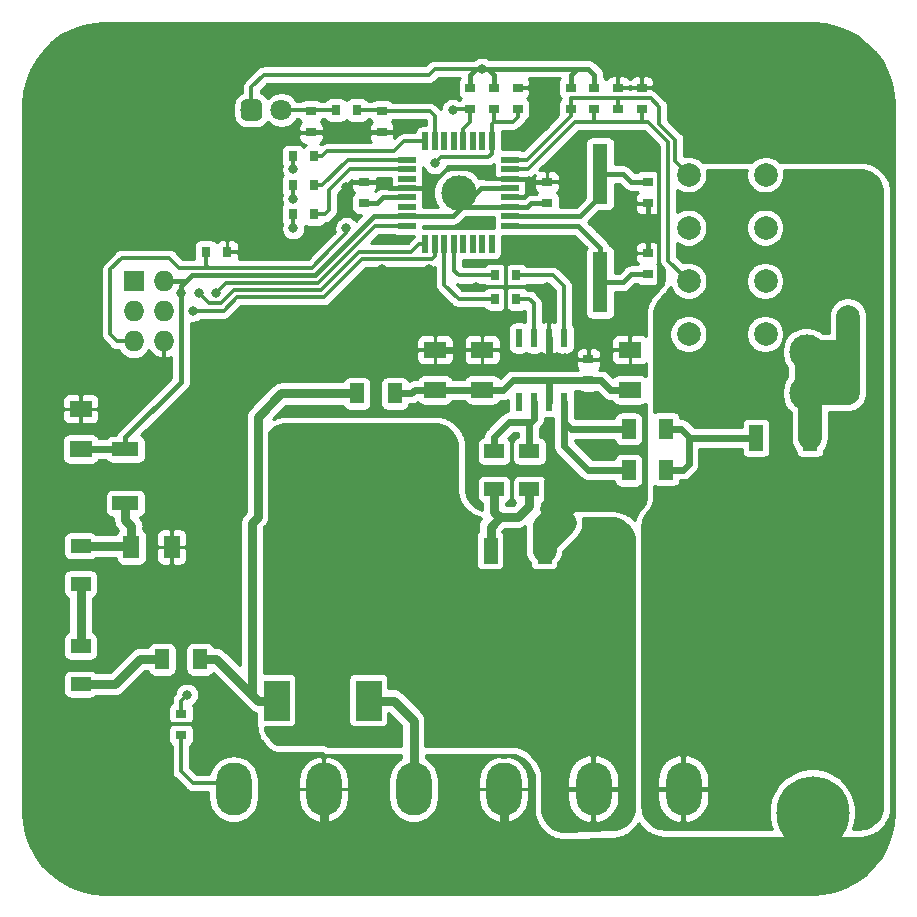
<source format=gbr>
%TF.GenerationSoftware,KiCad,Pcbnew,(5.1.0-rc1)*%
%TF.CreationDate,2020-07-29T19:39:05+03:00*%
%TF.ProjectId,home_pwm,686f6d65-5f70-4776-9d2e-6b696361645f,rev?*%
%TF.SameCoordinates,Original*%
%TF.FileFunction,Copper,L2,Bot*%
%TF.FilePolarity,Positive*%
%FSLAX46Y46*%
G04 Gerber Fmt 4.6, Leading zero omitted, Abs format (unit mm)*
G04 Created by KiCad (PCBNEW (5.1.0-rc1)) date 2020-07-29 19:39:05*
%MOMM*%
%LPD*%
G04 APERTURE LIST*
%ADD10R,0.900000X0.800000*%
%ADD11R,0.800000X0.900000*%
%ADD12C,6.200000*%
%ADD13C,2.000000*%
%ADD14R,1.200000X1.700000*%
%ADD15R,1.700000X1.200000*%
%ADD16C,1.000000*%
%ADD17C,1.000000*%
%ADD18O,1.000000X1.000000*%
%ADD19O,9.000000X9.000000*%
%ADD20R,1.300000X5.100000*%
%ADD21R,0.600000X1.550000*%
%ADD22R,6.400000X5.800000*%
%ADD23R,2.200000X1.200000*%
%ADD24R,0.500000X1.500000*%
%ADD25R,1.500000X0.500000*%
%ADD26C,0.100000*%
%ADD27C,1.800000*%
%ADD28R,5.800000X6.400000*%
%ADD29R,1.200000X2.200000*%
%ADD30R,1.727200X1.727200*%
%ADD31O,1.727200X1.727200*%
%ADD32O,3.000000X4.500000*%
%ADD33R,2.200000X3.400000*%
%ADD34R,1.900000X1.400000*%
%ADD35R,1.400000X1.900000*%
%ADD36C,0.800000*%
%ADD37C,1.500000*%
%ADD38C,3.000000*%
%ADD39C,0.400000*%
%ADD40C,0.300000*%
%ADD41C,0.600000*%
%ADD42C,0.800000*%
%ADD43C,1.600000*%
%ADD44C,2.000000*%
%ADD45C,0.250000*%
G04 APERTURE END LIST*
D10*
X111500000Y-82900000D03*
X111500000Y-81100000D03*
X109500000Y-82900000D03*
X109500000Y-81100000D03*
X115500000Y-81100000D03*
X115500000Y-82900000D03*
X113500000Y-81100000D03*
X113500000Y-82900000D03*
D11*
X80400000Y-95000000D03*
X78600000Y-95000000D03*
D12*
X130000000Y-142500000D03*
X70000000Y-142500000D03*
D13*
X119500000Y-102000000D03*
X119500000Y-97500000D03*
X126000000Y-102000000D03*
X126000000Y-97500000D03*
X119500000Y-93000000D03*
X119500000Y-88500000D03*
X126000000Y-93000000D03*
X126000000Y-88500000D03*
D11*
X87757506Y-86914719D03*
X85957506Y-86914719D03*
X87757506Y-89364719D03*
X85957506Y-89364719D03*
X87757506Y-91814719D03*
X85957506Y-91814719D03*
D14*
X114400000Y-113500000D03*
X117600000Y-113500000D03*
D15*
X103000000Y-111900000D03*
X103000000Y-115100000D03*
D16*
X67737258Y-80237258D03*
D17*
X67737258Y-80237258D02*
X67737258Y-80237258D01*
D18*
X70000000Y-79300000D03*
D16*
X72262742Y-80237258D03*
D17*
X72262742Y-80237258D02*
X72262742Y-80237258D01*
D18*
X73200000Y-82500000D03*
D16*
X72262742Y-84762742D03*
D17*
X72262742Y-84762742D02*
X72262742Y-84762742D01*
D18*
X70000000Y-85700000D03*
D16*
X67737258Y-84762742D03*
D17*
X67737258Y-84762742D02*
X67737258Y-84762742D01*
D18*
X66800000Y-82500000D03*
D19*
X70000000Y-82500000D03*
D16*
X112000000Y-93000000D03*
D20*
X112000000Y-88400000D03*
X112000000Y-97600000D03*
D16*
X127737258Y-80237258D03*
D17*
X127737258Y-80237258D02*
X127737258Y-80237258D01*
D18*
X130000000Y-79300000D03*
D16*
X132262742Y-80237258D03*
D17*
X132262742Y-80237258D02*
X132262742Y-80237258D01*
D18*
X133200000Y-82500000D03*
D16*
X132262742Y-84762742D03*
D17*
X132262742Y-84762742D02*
X132262742Y-84762742D01*
D18*
X130000000Y-85700000D03*
D16*
X127737258Y-84762742D03*
D17*
X127737258Y-84762742D02*
X127737258Y-84762742D01*
D18*
X126800000Y-82500000D03*
D19*
X130000000Y-82500000D03*
D21*
X105095000Y-102300000D03*
X106365000Y-102300000D03*
X107635000Y-102300000D03*
X108905000Y-102300000D03*
X108905000Y-107700000D03*
X107635000Y-107700000D03*
X106365000Y-107700000D03*
X105095000Y-107700000D03*
D22*
X78100000Y-114000000D03*
D23*
X71800000Y-111720000D03*
X71800000Y-116280000D03*
D24*
X99600000Y-85650000D03*
D25*
X95650000Y-90400000D03*
D24*
X100400000Y-94350000D03*
X102800000Y-85650000D03*
D25*
X95650000Y-87200000D03*
D24*
X97200000Y-94350000D03*
X98800000Y-85650000D03*
D25*
X95650000Y-91200000D03*
D24*
X101200000Y-94350000D03*
X100400000Y-85650000D03*
D25*
X95650000Y-89600000D03*
D24*
X99600000Y-94350000D03*
X98000000Y-85650000D03*
D25*
X95650000Y-92000000D03*
D24*
X102000000Y-94350000D03*
X101200000Y-85650000D03*
D25*
X95650000Y-88800000D03*
D24*
X98800000Y-94350000D03*
X102000000Y-85650000D03*
D25*
X95650000Y-88000000D03*
D24*
X98000000Y-94350000D03*
X97200000Y-85650000D03*
D25*
X95650000Y-92800000D03*
D24*
X102800000Y-94350000D03*
D25*
X104350000Y-92800000D03*
X104350000Y-92000000D03*
X104350000Y-91200000D03*
X104350000Y-90400000D03*
X104350000Y-89600000D03*
X104350000Y-88800000D03*
X104350000Y-88000000D03*
X104350000Y-87200000D03*
D11*
X89600000Y-83000000D03*
X91400000Y-83000000D03*
D10*
X87500000Y-84900000D03*
X87500000Y-83100000D03*
D14*
X114400000Y-110000000D03*
X117600000Y-110000000D03*
D15*
X106000000Y-111900000D03*
X106000000Y-115100000D03*
D14*
X94600000Y-107000000D03*
X91400000Y-107000000D03*
D11*
X103100000Y-97000000D03*
X104900000Y-97000000D03*
X103100000Y-99000000D03*
X104900000Y-99000000D03*
D15*
X68000000Y-123100000D03*
X68000000Y-119900000D03*
X68000000Y-131600000D03*
X68000000Y-128400000D03*
D14*
X78100000Y-129500000D03*
X74900000Y-129500000D03*
D10*
X101000000Y-82900000D03*
X101000000Y-81100000D03*
X103000000Y-82900000D03*
X103000000Y-81100000D03*
X76500000Y-135900000D03*
X76500000Y-134100000D03*
D26*
G36*
X82954108Y-82102167D02*
G01*
X82997791Y-82108647D01*
X83040628Y-82119377D01*
X83082208Y-82134254D01*
X83122129Y-82153135D01*
X83160007Y-82175839D01*
X83195477Y-82202145D01*
X83228198Y-82231802D01*
X83257855Y-82264523D01*
X83284161Y-82299993D01*
X83306865Y-82337871D01*
X83325746Y-82377792D01*
X83340623Y-82419372D01*
X83351353Y-82462209D01*
X83357833Y-82505892D01*
X83360000Y-82550000D01*
X83360000Y-83450000D01*
X83357833Y-83494108D01*
X83351353Y-83537791D01*
X83340623Y-83580628D01*
X83325746Y-83622208D01*
X83306865Y-83662129D01*
X83284161Y-83700007D01*
X83257855Y-83735477D01*
X83228198Y-83768198D01*
X83195477Y-83797855D01*
X83160007Y-83824161D01*
X83122129Y-83846865D01*
X83082208Y-83865746D01*
X83040628Y-83880623D01*
X82997791Y-83891353D01*
X82954108Y-83897833D01*
X82910000Y-83900000D01*
X82010000Y-83900000D01*
X81965892Y-83897833D01*
X81922209Y-83891353D01*
X81879372Y-83880623D01*
X81837792Y-83865746D01*
X81797871Y-83846865D01*
X81759993Y-83824161D01*
X81724523Y-83797855D01*
X81691802Y-83768198D01*
X81662145Y-83735477D01*
X81635839Y-83700007D01*
X81613135Y-83662129D01*
X81594254Y-83622208D01*
X81579377Y-83580628D01*
X81568647Y-83537791D01*
X81562167Y-83494108D01*
X81560000Y-83450000D01*
X81560000Y-82550000D01*
X81562167Y-82505892D01*
X81568647Y-82462209D01*
X81579377Y-82419372D01*
X81594254Y-82377792D01*
X81613135Y-82337871D01*
X81635839Y-82299993D01*
X81662145Y-82264523D01*
X81691802Y-82231802D01*
X81724523Y-82202145D01*
X81759993Y-82175839D01*
X81797871Y-82153135D01*
X81837792Y-82134254D01*
X81879372Y-82119377D01*
X81922209Y-82108647D01*
X81965892Y-82102167D01*
X82010000Y-82100000D01*
X82910000Y-82100000D01*
X82954108Y-82102167D01*
X82954108Y-82102167D01*
G37*
D27*
X82460000Y-83000000D03*
X85000000Y-83000000D03*
D28*
X127500000Y-117100000D03*
D29*
X129780000Y-110800000D03*
X125220000Y-110800000D03*
D28*
X105000000Y-126600000D03*
D29*
X107280000Y-120300000D03*
X102720000Y-120300000D03*
D30*
X72500000Y-97500000D03*
D31*
X75040000Y-97500000D03*
X72500000Y-100040000D03*
X75040000Y-100040000D03*
X72500000Y-102580000D03*
X75040000Y-102580000D03*
D32*
X119050000Y-140500000D03*
X111430000Y-140500000D03*
X103810000Y-140500000D03*
X96190000Y-140500000D03*
X88570000Y-140500000D03*
X80950000Y-140500000D03*
D33*
X92400000Y-133000000D03*
X84600000Y-133000000D03*
D10*
X93500000Y-84900000D03*
X93500000Y-83100000D03*
X111000000Y-104100000D03*
X111000000Y-105900000D03*
D34*
X102000000Y-103300000D03*
X102000000Y-106700000D03*
X114500000Y-103300000D03*
X114500000Y-106700000D03*
X98000000Y-103300000D03*
X98000000Y-106700000D03*
X68000000Y-108300000D03*
X68000000Y-111700000D03*
D35*
X75700000Y-120000000D03*
X72300000Y-120000000D03*
D10*
X107500000Y-89100000D03*
X107500000Y-90900000D03*
X92000000Y-89100000D03*
X92000000Y-90900000D03*
X116000000Y-95100000D03*
X116000000Y-96900000D03*
X116000000Y-90900000D03*
X116000000Y-89100000D03*
X105000000Y-81100000D03*
X105000000Y-82900000D03*
D36*
X104000000Y-100500000D03*
X104000000Y-95500000D03*
X101500000Y-98000000D03*
X97500000Y-96500000D03*
X107500000Y-98000000D03*
X106000000Y-89000000D03*
X116000000Y-93000000D03*
X97500000Y-89500000D03*
X101000000Y-92500000D03*
X95000000Y-94000000D03*
X90500000Y-89500000D03*
X107500000Y-104000000D03*
X109000000Y-104000000D03*
X106000000Y-104000000D03*
X106500000Y-81000000D03*
X91000000Y-81500000D03*
X92500000Y-81500000D03*
X89500000Y-81500000D03*
X91000000Y-78500000D03*
X89500000Y-78500000D03*
X92500000Y-78500000D03*
X99500000Y-81500000D03*
X99500000Y-78000000D03*
X105000000Y-78000000D03*
X105000000Y-85500000D03*
X110000000Y-89000000D03*
X110000000Y-95000000D03*
X110000000Y-100500000D03*
X100000000Y-103500000D03*
X100000000Y-108500000D03*
X113500000Y-101000000D03*
X115500000Y-101000000D03*
D37*
X108000000Y-116000000D03*
X108000000Y-114500000D03*
X109500000Y-116000000D03*
D13*
X133000000Y-107000000D03*
D37*
X112000000Y-116000000D03*
X109000000Y-118000000D03*
X114000000Y-116000000D03*
D38*
X129500000Y-103500000D03*
D36*
X89500000Y-85000000D03*
X91500000Y-85000000D03*
X76000000Y-125000000D03*
X79000000Y-125000000D03*
X79000000Y-123000000D03*
X76000000Y-123000000D03*
X79000000Y-121000000D03*
X79000000Y-119000000D03*
X80000000Y-109000000D03*
X82000000Y-108000000D03*
X82000000Y-105000000D03*
X80000000Y-105000000D03*
X78000000Y-106000000D03*
X76000000Y-109000000D03*
X71000000Y-109000000D03*
X73000000Y-107000000D03*
X75000000Y-105000000D03*
X71000000Y-105000000D03*
X74000000Y-123000000D03*
X74000000Y-125000000D03*
X72000000Y-125000000D03*
X72000000Y-123000000D03*
X70000000Y-123000000D03*
X70000000Y-125000000D03*
X105000000Y-146000000D03*
X105000000Y-144000000D03*
X102000000Y-144000000D03*
X102000000Y-146000000D03*
X100000000Y-146000000D03*
X100000000Y-144000000D03*
X98000000Y-144000000D03*
X98000000Y-146000000D03*
X100000000Y-142000000D03*
X100000000Y-140000000D03*
X100000000Y-138000000D03*
X129000000Y-146500000D03*
D38*
X129500000Y-107000000D03*
D13*
X133000000Y-100500000D03*
X133000000Y-103500000D03*
D36*
X93500000Y-96500000D03*
X91500000Y-97500000D03*
X89500000Y-99500000D03*
X86000000Y-100000000D03*
X82000000Y-100000000D03*
X82000000Y-95000000D03*
X84000000Y-95000000D03*
X110000000Y-87500000D03*
X108500000Y-87500000D03*
X96000000Y-84500000D03*
X107500000Y-95000000D03*
X114000000Y-91500000D03*
X114000000Y-94500000D03*
X106500000Y-83000000D03*
X107500000Y-78000000D03*
X113500000Y-79500000D03*
X115500000Y-79500000D03*
X98000000Y-87500000D03*
X77000000Y-132500000D03*
X102000000Y-79500000D03*
X76500000Y-98500000D03*
D38*
X100000000Y-90000000D03*
D36*
X78000000Y-98500000D03*
X79500000Y-98500000D03*
X77500000Y-100000000D03*
X90500000Y-93000000D03*
X99500000Y-83000000D03*
X86000000Y-90500000D03*
X86000000Y-93000000D03*
X86000000Y-88000000D03*
D39*
X92000000Y-89100000D02*
X93600000Y-89100000D01*
X94100000Y-89600000D02*
X95650000Y-89600000D01*
X93600000Y-89100000D02*
X94100000Y-89600000D01*
D40*
X107635000Y-102300000D02*
X107635000Y-98135000D01*
X107500000Y-98000000D02*
X104000000Y-98000000D01*
X104000000Y-98000000D02*
X104000000Y-100500000D01*
X104000000Y-98000000D02*
X104000000Y-95500000D01*
X104000000Y-98000000D02*
X101500000Y-98000000D01*
X107635000Y-98135000D02*
X107500000Y-98000000D01*
D39*
X104350000Y-88800000D02*
X105800000Y-88800000D01*
X105800000Y-88800000D02*
X106000000Y-89000000D01*
X116000000Y-90900000D02*
X116000000Y-93000000D01*
X116000000Y-95100000D02*
X116000000Y-93000000D01*
X95650000Y-89600000D02*
X97400000Y-89600000D01*
X97400000Y-89600000D02*
X97500000Y-89500000D01*
X105500000Y-90400000D02*
X106000000Y-89900000D01*
X104350000Y-90400000D02*
X105500000Y-90400000D01*
X106000000Y-89900000D02*
X106000000Y-89000000D01*
X106100000Y-89100000D02*
X106000000Y-89000000D01*
X107500000Y-89100000D02*
X106100000Y-89100000D01*
X92000000Y-89100000D02*
X90900000Y-89100000D01*
X90900000Y-89100000D02*
X90500000Y-89500000D01*
D41*
X107635000Y-102300000D02*
X107635000Y-103865000D01*
X107635000Y-103865000D02*
X107500000Y-104000000D01*
X107500000Y-104000000D02*
X109000000Y-104000000D01*
X107500000Y-104000000D02*
X106000000Y-104000000D01*
D40*
X105000000Y-81100000D02*
X106400000Y-81100000D01*
X106400000Y-81100000D02*
X106500000Y-81000000D01*
D39*
X91000000Y-81500000D02*
X92500000Y-81500000D01*
X91000000Y-78500000D02*
X89500000Y-78500000D01*
D40*
X92500000Y-81500000D02*
X99500000Y-81500000D01*
X99500000Y-78000000D02*
X105000000Y-78000000D01*
X107500000Y-89100000D02*
X109900000Y-89100000D01*
X109900000Y-89100000D02*
X110000000Y-89000000D01*
X110000000Y-95000000D02*
X110000000Y-100500000D01*
D41*
X98000000Y-103300000D02*
X99800000Y-103300000D01*
X99800000Y-103300000D02*
X100000000Y-103500000D01*
D40*
X114500000Y-103300000D02*
X114500000Y-102000000D01*
X114500000Y-102000000D02*
X113500000Y-101000000D01*
X114500000Y-102000000D02*
X115500000Y-101000000D01*
D42*
X103810000Y-140000000D02*
X103810000Y-145690000D01*
X103810000Y-145690000D02*
X102500000Y-147000000D01*
X102500000Y-147000000D02*
X90000000Y-147000000D01*
X88570000Y-145570000D02*
X88570000Y-140000000D01*
X90000000Y-147000000D02*
X88570000Y-145570000D01*
X107280000Y-120300000D02*
X107280000Y-116720000D01*
X107280000Y-116720000D02*
X108000000Y-116000000D01*
D43*
X108000000Y-116000000D02*
X108000000Y-114500000D01*
D42*
X108000000Y-116000000D02*
X109500000Y-116000000D01*
D44*
X129780000Y-110800000D02*
X129780000Y-107280000D01*
X129780000Y-107280000D02*
X129500000Y-107000000D01*
X129500000Y-107000000D02*
X133000000Y-107000000D01*
X107280000Y-118220000D02*
X109500000Y-116000000D01*
X109500000Y-116000000D02*
X112000000Y-116000000D01*
X107280000Y-120300000D02*
X107280000Y-118220000D01*
X107280000Y-120300000D02*
X107280000Y-119720000D01*
X107280000Y-119720000D02*
X109000000Y-118000000D01*
X112000000Y-116000000D02*
X114000000Y-116000000D01*
X129500000Y-107000000D02*
X129500000Y-103500000D01*
D40*
X87500000Y-84900000D02*
X89400000Y-84900000D01*
X89400000Y-84900000D02*
X89500000Y-85000000D01*
X93500000Y-84900000D02*
X91600000Y-84900000D01*
X91600000Y-84900000D02*
X91500000Y-85000000D01*
X76000000Y-125000000D02*
X79000000Y-125000000D01*
X79000000Y-123000000D02*
X76000000Y-123000000D01*
X80000000Y-109000000D02*
X81000000Y-109000000D01*
X81000000Y-109000000D02*
X82000000Y-108000000D01*
X82000000Y-108000000D02*
X82000000Y-105000000D01*
X80000000Y-105000000D02*
X79000000Y-105000000D01*
X79000000Y-105000000D02*
X78000000Y-106000000D01*
X71000000Y-109000000D02*
X73000000Y-107000000D01*
X75000000Y-105000000D02*
X71000000Y-105000000D01*
X76000000Y-123000000D02*
X74000000Y-123000000D01*
X74000000Y-125000000D02*
X72000000Y-125000000D01*
X72000000Y-123000000D02*
X70000000Y-123000000D01*
X103810000Y-145690000D02*
X104690000Y-145690000D01*
X104690000Y-145690000D02*
X105000000Y-146000000D01*
X105000000Y-144000000D02*
X102000000Y-144000000D01*
X102000000Y-146000000D02*
X100000000Y-146000000D01*
X100000000Y-144000000D02*
X98000000Y-144000000D01*
X100000000Y-142000000D02*
X100000000Y-140000000D01*
D44*
X130000000Y-142500000D02*
X130000000Y-145500000D01*
X130000000Y-145500000D02*
X129000000Y-146500000D01*
X105500000Y-146500000D02*
X105000000Y-146000000D01*
X129000000Y-146500000D02*
X105500000Y-146500000D01*
X133000000Y-102000000D02*
X133000000Y-100500000D01*
X133000000Y-103500000D02*
X133000000Y-102000000D01*
X129500000Y-107000000D02*
X133000000Y-103500000D01*
D40*
X93500000Y-96500000D02*
X92500000Y-96500000D01*
X92500000Y-96500000D02*
X91500000Y-97500000D01*
X89500000Y-99500000D02*
X89000000Y-100000000D01*
X89000000Y-100000000D02*
X86000000Y-100000000D01*
X82000000Y-95000000D02*
X84000000Y-95000000D01*
X73115938Y-135000000D02*
X70000000Y-138115938D01*
X80000000Y-135000000D02*
X73115938Y-135000000D01*
X70000000Y-138115938D02*
X70000000Y-142500000D01*
X88570000Y-140000000D02*
X88570000Y-137570000D01*
X88570000Y-137570000D02*
X88500000Y-137500000D01*
X88500000Y-137500000D02*
X82500000Y-137500000D01*
X82500000Y-137500000D02*
X80000000Y-135000000D01*
X104350000Y-88800000D02*
X102300000Y-88800000D01*
X102300000Y-88800000D02*
X101500000Y-88000000D01*
X99000000Y-88000000D02*
X97500000Y-89500000D01*
X101500000Y-88000000D02*
X99000000Y-88000000D01*
X110000000Y-89000000D02*
X110000000Y-87500000D01*
D44*
X133000000Y-107000000D02*
X129500000Y-103500000D01*
X129500000Y-103500000D02*
X133000000Y-103500000D01*
X133000000Y-107000000D02*
X133000000Y-103500000D01*
D40*
X93500000Y-84900000D02*
X95600000Y-84900000D01*
X95600000Y-84900000D02*
X96000000Y-84500000D01*
X110000000Y-95000000D02*
X107500000Y-95000000D01*
X114000000Y-93000000D02*
X114000000Y-91500000D01*
D39*
X114000000Y-93000000D02*
X116000000Y-93000000D01*
X112000000Y-93000000D02*
X114000000Y-93000000D01*
D40*
X114000000Y-93000000D02*
X114000000Y-94500000D01*
X115500000Y-99500000D02*
X115500000Y-101000000D01*
X108500000Y-87500000D02*
X110899980Y-85100020D01*
X117000000Y-98000000D02*
X115500000Y-99500000D01*
X116000000Y-85100020D02*
X117000000Y-86100020D01*
X117000000Y-86100020D02*
X117000000Y-98000000D01*
D39*
X106500000Y-81000000D02*
X106500000Y-83000000D01*
X105000000Y-78000000D02*
X107500000Y-78000000D01*
D40*
X113600020Y-85100020D02*
X116000000Y-85100020D01*
X110899980Y-85100020D02*
X113600020Y-85100020D01*
X113500000Y-81100000D02*
X113500000Y-79500000D01*
X115500000Y-81100000D02*
X115500000Y-79500000D01*
X102800000Y-85650000D02*
X102800000Y-84200000D01*
X102800000Y-84200000D02*
X103000000Y-84000000D01*
X103000000Y-84000000D02*
X103000000Y-82900000D01*
X105000000Y-83600000D02*
X105000000Y-82900000D01*
X104600000Y-84000000D02*
X105000000Y-83600000D01*
X103000000Y-84000000D02*
X104600000Y-84000000D01*
X102800000Y-86700000D02*
X102800000Y-85650000D01*
X98500000Y-87000000D02*
X102500000Y-87000000D01*
X102500000Y-87000000D02*
X102800000Y-86700000D01*
X98000000Y-87500000D02*
X98500000Y-87000000D01*
X76500000Y-134100000D02*
X76500000Y-133000000D01*
X76500000Y-133000000D02*
X77000000Y-132500000D01*
D39*
X95650000Y-92000000D02*
X99500000Y-92000000D01*
X101900000Y-89600000D02*
X104350000Y-89600000D01*
X99500000Y-92000000D02*
X100250000Y-91250000D01*
X100300000Y-91200000D02*
X100250000Y-91250000D01*
X104350000Y-91200000D02*
X100300000Y-91200000D01*
X101000000Y-81100000D02*
X101000000Y-80000000D01*
X101000000Y-80000000D02*
X101500000Y-79500000D01*
X101500000Y-79500000D02*
X102000000Y-79500000D01*
X103000000Y-81100000D02*
X103000000Y-80000000D01*
X103000000Y-80000000D02*
X102500000Y-79500000D01*
X102500000Y-79500000D02*
X102000000Y-79500000D01*
X104350000Y-91200000D02*
X105800000Y-91200000D01*
X106100000Y-90900000D02*
X107500000Y-90900000D01*
X105800000Y-91200000D02*
X106100000Y-90900000D01*
D41*
X71780000Y-111700000D02*
X71800000Y-111720000D01*
X68000000Y-111700000D02*
X71780000Y-111700000D01*
D39*
X76500000Y-98500000D02*
X76500000Y-106020000D01*
X71800000Y-110720000D02*
X76500000Y-106020000D01*
X71800000Y-111720000D02*
X71800000Y-110720000D01*
X100500000Y-90500000D02*
X100000000Y-90000000D01*
X100500000Y-91000000D02*
X100500000Y-90500000D01*
X100500000Y-91000000D02*
X101900000Y-89600000D01*
X100250000Y-91250000D02*
X100500000Y-91000000D01*
D40*
X82460000Y-83000000D02*
X82460000Y-81040000D01*
X82460000Y-81040000D02*
X83500000Y-80000000D01*
X83500000Y-80000000D02*
X97500000Y-80000000D01*
X97500000Y-80000000D02*
X98000000Y-79500000D01*
X98000000Y-79500000D02*
X102000000Y-79500000D01*
D39*
X76500000Y-97934315D02*
X77434315Y-97000000D01*
X76500000Y-98500000D02*
X76500000Y-97934315D01*
X94500000Y-92000000D02*
X95650000Y-92000000D01*
X92832002Y-92000000D02*
X94500000Y-92000000D01*
X87832002Y-97000000D02*
X92832002Y-92000000D01*
X77434315Y-97000000D02*
X87832002Y-97000000D01*
X76934315Y-97500000D02*
X77434315Y-97000000D01*
X75040000Y-97500000D02*
X76934315Y-97500000D01*
X109500000Y-81100000D02*
X109500000Y-80000000D01*
X109500000Y-80000000D02*
X110000000Y-79500000D01*
X110000000Y-79500000D02*
X111000000Y-79500000D01*
X111500000Y-80000000D02*
X111500000Y-81100000D01*
X111000000Y-79500000D02*
X111500000Y-80000000D01*
X102000000Y-79500000D02*
X110000000Y-79500000D01*
D42*
X72200000Y-119900000D02*
X72300000Y-120000000D01*
X68000000Y-119900000D02*
X72200000Y-119900000D01*
X71800000Y-117750000D02*
X71800000Y-116280000D01*
X72300000Y-120000000D02*
X72300000Y-118250000D01*
X72300000Y-118250000D02*
X71800000Y-117750000D01*
D41*
X102000000Y-106700000D02*
X103800000Y-106700000D01*
X103800000Y-106700000D02*
X104600000Y-105900000D01*
X107635000Y-107700000D02*
X107635000Y-105935000D01*
X107635000Y-105935000D02*
X107600000Y-105900000D01*
X104600000Y-105900000D02*
X107600000Y-105900000D01*
X107600000Y-105900000D02*
X111000000Y-105900000D01*
X112850000Y-106700000D02*
X114500000Y-106700000D01*
X111000000Y-105900000D02*
X112050000Y-105900000D01*
X112050000Y-105900000D02*
X112850000Y-106700000D01*
X94600000Y-107000000D02*
X96000000Y-107000000D01*
X102000000Y-106700000D02*
X98000000Y-106700000D01*
X96300000Y-106700000D02*
X96000000Y-107000000D01*
X98000000Y-106700000D02*
X96300000Y-106700000D01*
D40*
X93500000Y-83100000D02*
X97600000Y-83100000D01*
X98000000Y-83500000D02*
X98000000Y-85650000D01*
X97600000Y-83100000D02*
X98000000Y-83500000D01*
X93400000Y-83000000D02*
X93500000Y-83100000D01*
X91400000Y-83000000D02*
X93400000Y-83000000D01*
D42*
X96190000Y-140000000D02*
X96190000Y-134690000D01*
X94500000Y-133000000D02*
X92400000Y-133000000D01*
X96190000Y-134690000D02*
X94500000Y-133000000D01*
X83000000Y-133000000D02*
X83500000Y-133000000D01*
X78100000Y-129500000D02*
X79500000Y-129500000D01*
X84600000Y-133000000D02*
X83500000Y-133000000D01*
X88500000Y-107000000D02*
X91400000Y-107000000D01*
X83000000Y-117500000D02*
X83000000Y-109000000D01*
X85000000Y-107000000D02*
X88500000Y-107000000D01*
X83000000Y-109000000D02*
X85000000Y-107000000D01*
X82500000Y-118000000D02*
X83000000Y-117500000D01*
X82500000Y-132500000D02*
X82500000Y-118000000D01*
X82500000Y-132500000D02*
X83000000Y-133000000D01*
X79500000Y-129500000D02*
X82500000Y-132500000D01*
D40*
X76500000Y-135900000D02*
X76500000Y-139000000D01*
X77500000Y-140000000D02*
X80950000Y-140000000D01*
X76500000Y-139000000D02*
X77500000Y-140000000D01*
X96650000Y-94350000D02*
X97200000Y-94350000D01*
X79908001Y-99350001D02*
X81007982Y-98250020D01*
X78000000Y-98500000D02*
X78850001Y-99350001D01*
X78850001Y-99350001D02*
X79908001Y-99350001D01*
X81007982Y-98250020D02*
X88349777Y-98250019D01*
X88349777Y-98250019D02*
X91599796Y-95000000D01*
X96000000Y-95000000D02*
X96650000Y-94350000D01*
X91599796Y-95000000D02*
X96000000Y-95000000D01*
X95650000Y-92800000D02*
X92951254Y-92800000D01*
X92951254Y-92800000D02*
X88101244Y-97650010D01*
X80349990Y-97650010D02*
X79500000Y-98500000D01*
X88101244Y-97650010D02*
X80349990Y-97650010D01*
X80106544Y-100000000D02*
X77500000Y-100000000D01*
X81256516Y-98850028D02*
X80106544Y-100000000D01*
X98000000Y-95360002D02*
X97759992Y-95600010D01*
X98000000Y-94350000D02*
X98000000Y-95360002D01*
X97759992Y-95600010D02*
X91848328Y-95600010D01*
X91848328Y-95600010D02*
X88598308Y-98850028D01*
X88598308Y-98850028D02*
X81256516Y-98850028D01*
X100400000Y-85650000D02*
X100400000Y-84600000D01*
X100400000Y-84600000D02*
X101000000Y-84000000D01*
X101000000Y-82900000D02*
X101000000Y-84000000D01*
X76349990Y-96349990D02*
X75500000Y-95500000D01*
X70500000Y-102000000D02*
X71080000Y-102580000D01*
X71080000Y-102580000D02*
X72500000Y-102580000D01*
X70500000Y-96500000D02*
X70500000Y-102000000D01*
X71500000Y-95500000D02*
X70500000Y-96500000D01*
X75500000Y-95500000D02*
X71500000Y-95500000D01*
X90500000Y-93412750D02*
X90500000Y-93000000D01*
X89206375Y-94706375D02*
X90500000Y-93412750D01*
X89206375Y-94706375D02*
X87562760Y-96349990D01*
X99600000Y-82900000D02*
X99500000Y-83000000D01*
X101000000Y-82900000D02*
X99600000Y-82900000D01*
X78600000Y-95000000D02*
X78600000Y-96100000D01*
X78600000Y-96100000D02*
X78849990Y-96349990D01*
X87562760Y-96349990D02*
X78849990Y-96349990D01*
X78849990Y-96349990D02*
X76349990Y-96349990D01*
D42*
X106000000Y-115100000D02*
X106000000Y-116500000D01*
X106000000Y-116500000D02*
X105000000Y-117500000D01*
X105000000Y-117500000D02*
X103500000Y-117500000D01*
X102720000Y-118280000D02*
X102720000Y-120300000D01*
X103500000Y-117500000D02*
X102720000Y-118280000D01*
X103000000Y-117000000D02*
X103500000Y-117500000D01*
X103000000Y-115100000D02*
X103000000Y-117000000D01*
D41*
X118800000Y-110000000D02*
X119500000Y-110700000D01*
X117600000Y-110000000D02*
X118800000Y-110000000D01*
X119500000Y-113000000D02*
X119000000Y-113500000D01*
X119500000Y-110700000D02*
X119500000Y-113000000D01*
X117600000Y-113500000D02*
X119000000Y-113500000D01*
X119600000Y-110800000D02*
X119500000Y-110700000D01*
X125220000Y-110800000D02*
X119600000Y-110800000D01*
D40*
X87600000Y-83000000D02*
X87500000Y-83100000D01*
X89600000Y-83000000D02*
X87600000Y-83000000D01*
X87400000Y-83000000D02*
X87500000Y-83100000D01*
X85000000Y-83000000D02*
X87400000Y-83000000D01*
D42*
X74900000Y-129500000D02*
X73000000Y-129500000D01*
X70900000Y-131600000D02*
X68000000Y-131600000D01*
X73000000Y-129500000D02*
X70900000Y-131600000D01*
X68000000Y-128400000D02*
X68000000Y-123100000D01*
D40*
X98800000Y-94350000D02*
X98800000Y-97800000D01*
X103100000Y-99000000D02*
X100000000Y-99000000D01*
X100000000Y-99000000D02*
X98800000Y-97800000D01*
X104900000Y-99000000D02*
X106000000Y-99000000D01*
X106365000Y-99365000D02*
X106365000Y-102300000D01*
X106000000Y-99000000D02*
X106365000Y-99365000D01*
X99600000Y-94350000D02*
X99600000Y-95600000D01*
X103100000Y-97000000D02*
X100000000Y-97000000D01*
X99600000Y-96600000D02*
X99600000Y-95600000D01*
X100000000Y-97000000D02*
X99600000Y-96600000D01*
X108905000Y-97905000D02*
X108905000Y-102300000D01*
X104900000Y-97000000D02*
X108000000Y-97000000D01*
X108000000Y-97000000D02*
X108905000Y-97905000D01*
D41*
X106365000Y-107700000D02*
X106365000Y-109135000D01*
X106365000Y-109135000D02*
X106100000Y-109400000D01*
X104300000Y-109400000D02*
X106100000Y-109400000D01*
X103000000Y-110700000D02*
X104300000Y-109400000D01*
X103000000Y-111900000D02*
X103000000Y-110700000D01*
X106000000Y-109500000D02*
X106100000Y-109400000D01*
X106000000Y-111900000D02*
X106000000Y-109500000D01*
X108905000Y-107700000D02*
X108905000Y-109405000D01*
X109500000Y-110000000D02*
X114400000Y-110000000D01*
X108905000Y-109405000D02*
X109500000Y-110000000D01*
X108905000Y-109405000D02*
X108905000Y-111405000D01*
X111000000Y-113500000D02*
X114400000Y-113500000D01*
X108905000Y-111405000D02*
X111000000Y-113500000D01*
D39*
X112000000Y-90300000D02*
X112000000Y-88400000D01*
X110300000Y-92000000D02*
X112000000Y-90300000D01*
X104350000Y-92000000D02*
X110300000Y-92000000D01*
X112000000Y-88400000D02*
X113900000Y-88400000D01*
X114600000Y-89100000D02*
X116000000Y-89100000D01*
X113900000Y-88400000D02*
X114600000Y-89100000D01*
X110150000Y-92800000D02*
X104350000Y-92800000D01*
X112000000Y-94650000D02*
X110150000Y-92800000D01*
X112000000Y-97600000D02*
X112000000Y-94650000D01*
X112000000Y-97600000D02*
X113900000Y-97600000D01*
X114600000Y-96900000D02*
X116000000Y-96900000D01*
X113900000Y-97600000D02*
X114600000Y-96900000D01*
X92000000Y-90900000D02*
X93100000Y-90900000D01*
X93600000Y-90400000D02*
X95650000Y-90400000D01*
X93100000Y-90900000D02*
X93600000Y-90400000D01*
D40*
X85957506Y-89364719D02*
X85957506Y-90457506D01*
X85957506Y-90457506D02*
X86000000Y-90500000D01*
X85957506Y-91814719D02*
X85957506Y-92957506D01*
X85957506Y-92957506D02*
X86000000Y-93000000D01*
X85957506Y-86914719D02*
X85957506Y-87957506D01*
X85957506Y-87957506D02*
X86000000Y-88000000D01*
X88685281Y-91814719D02*
X87757506Y-91814719D01*
X89000000Y-89782227D02*
X89000000Y-91500000D01*
X95650000Y-88000000D02*
X90782227Y-88000000D01*
X89000000Y-91500000D02*
X88685281Y-91814719D01*
X90782227Y-88000000D02*
X89000000Y-89782227D01*
X91200000Y-87200000D02*
X95650000Y-87200000D01*
X90622225Y-87200000D02*
X91200000Y-87200000D01*
X88457506Y-89364719D02*
X90622225Y-87200000D01*
X87757506Y-89364719D02*
X88457506Y-89364719D01*
X88457506Y-86914719D02*
X88872225Y-86500000D01*
X87757506Y-86914719D02*
X88457506Y-86914719D01*
X88872225Y-86500000D02*
X94500000Y-86500000D01*
X95350000Y-85650000D02*
X97200000Y-85650000D01*
X94500000Y-86500000D02*
X95350000Y-85650000D01*
X104350000Y-87200000D02*
X105800000Y-87200000D01*
X105800000Y-87200000D02*
X108000000Y-85000000D01*
X109500000Y-83500000D02*
X109500000Y-82900000D01*
X108000000Y-85000000D02*
X109500000Y-83500000D01*
X109500000Y-82900000D02*
X109500000Y-82000000D01*
X109500000Y-82000000D02*
X113500000Y-82000000D01*
X113500000Y-82900000D02*
X113500000Y-82000000D01*
X118350010Y-87350010D02*
X119500000Y-88500000D01*
X116260002Y-82000000D02*
X117000000Y-82739998D01*
X118350010Y-85501468D02*
X118350010Y-87350010D01*
X113500000Y-82000000D02*
X116260002Y-82000000D01*
X117000000Y-84151458D02*
X118350010Y-85501468D01*
X117000000Y-82739998D02*
X117000000Y-84151458D01*
X104350000Y-88000000D02*
X105848542Y-88000000D01*
X105848542Y-88000000D02*
X109848542Y-84000000D01*
X111500000Y-82900000D02*
X111500000Y-84000000D01*
X109848542Y-84000000D02*
X111500000Y-84000000D01*
X117750000Y-95750000D02*
X119500000Y-97500000D01*
X117750000Y-85750000D02*
X117750000Y-95750000D01*
X116000000Y-84000000D02*
X117750000Y-85750000D01*
X111500000Y-84000000D02*
X115500000Y-84000000D01*
X115500000Y-82900000D02*
X115500000Y-84000000D01*
X115500000Y-84000000D02*
X116000000Y-84000000D01*
D45*
G36*
X130988596Y-75723440D02*
G01*
X131956478Y-75937128D01*
X132883377Y-76288299D01*
X133749872Y-76769594D01*
X134537815Y-77370934D01*
X135230701Y-78079721D01*
X135814005Y-78881098D01*
X136275518Y-79758292D01*
X136605570Y-80692919D01*
X136797961Y-81669037D01*
X136850000Y-82519866D01*
X136850001Y-142476432D01*
X136776560Y-143488596D01*
X136562872Y-144456478D01*
X136211702Y-145383375D01*
X135730405Y-146249873D01*
X135129069Y-147037813D01*
X134420279Y-147730701D01*
X133618902Y-148314005D01*
X132741708Y-148775518D01*
X131807080Y-149105570D01*
X130830963Y-149297961D01*
X129980134Y-149350000D01*
X70023554Y-149350000D01*
X69011404Y-149276560D01*
X68043522Y-149062872D01*
X67116625Y-148711702D01*
X66250127Y-148230405D01*
X65462187Y-147629069D01*
X64769299Y-146920279D01*
X64185995Y-146118902D01*
X63724482Y-145241708D01*
X63394430Y-144307080D01*
X63202039Y-143330963D01*
X63150000Y-142480134D01*
X63150000Y-133700000D01*
X75421976Y-133700000D01*
X75421976Y-134500000D01*
X75434043Y-134622521D01*
X75469781Y-134740334D01*
X75527817Y-134848911D01*
X75605920Y-134944080D01*
X75674059Y-135000000D01*
X75605920Y-135055920D01*
X75527817Y-135151089D01*
X75469781Y-135259666D01*
X75434043Y-135377479D01*
X75421976Y-135500000D01*
X75421976Y-136300000D01*
X75434043Y-136422521D01*
X75469781Y-136540334D01*
X75527817Y-136648911D01*
X75605920Y-136744080D01*
X75701089Y-136822183D01*
X75725000Y-136834964D01*
X75725001Y-138961927D01*
X75721251Y-139000000D01*
X75736215Y-139151926D01*
X75780531Y-139298014D01*
X75852494Y-139432650D01*
X75890458Y-139478908D01*
X75949342Y-139550659D01*
X75978913Y-139574927D01*
X76925076Y-140521092D01*
X76949341Y-140550659D01*
X76978907Y-140574923D01*
X76978908Y-140574924D01*
X77067349Y-140647506D01*
X77201985Y-140719470D01*
X77231064Y-140728291D01*
X77348074Y-140763786D01*
X77461935Y-140775000D01*
X77461937Y-140775000D01*
X77500000Y-140778749D01*
X77538063Y-140775000D01*
X78825000Y-140775000D01*
X78825000Y-141354384D01*
X78855749Y-141666573D01*
X78977259Y-142067137D01*
X79174580Y-142436299D01*
X79440129Y-142759872D01*
X79763702Y-143025421D01*
X80132864Y-143222742D01*
X80533428Y-143344252D01*
X80950000Y-143385281D01*
X81366573Y-143344252D01*
X81767137Y-143222742D01*
X82136299Y-143025421D01*
X82459872Y-142759872D01*
X82725421Y-142436299D01*
X82922742Y-142067137D01*
X83044252Y-141666572D01*
X83075000Y-141354383D01*
X83075000Y-140525000D01*
X86445000Y-140525000D01*
X86445000Y-141275000D01*
X86490709Y-141689087D01*
X86616324Y-142086300D01*
X86817017Y-142451374D01*
X87085077Y-142770280D01*
X87410201Y-143030762D01*
X87779896Y-143222811D01*
X88179954Y-143339046D01*
X88212908Y-143344782D01*
X88545000Y-143218591D01*
X88545000Y-140525000D01*
X88595000Y-140525000D01*
X88595000Y-143218591D01*
X88927092Y-143344782D01*
X88960046Y-143339046D01*
X89360104Y-143222811D01*
X89729799Y-143030762D01*
X90054923Y-142770280D01*
X90322983Y-142451374D01*
X90523676Y-142086300D01*
X90649291Y-141689087D01*
X90695000Y-141275000D01*
X90695000Y-140525000D01*
X88595000Y-140525000D01*
X88545000Y-140525000D01*
X86445000Y-140525000D01*
X83075000Y-140525000D01*
X83075000Y-139645616D01*
X83044252Y-139333427D01*
X82922742Y-138932863D01*
X82725421Y-138563701D01*
X82459872Y-138240128D01*
X82136299Y-137974579D01*
X81767136Y-137777258D01*
X81366572Y-137655748D01*
X80950000Y-137614719D01*
X80533427Y-137655748D01*
X80132863Y-137777258D01*
X79763701Y-137974579D01*
X79440128Y-138240128D01*
X79174579Y-138563701D01*
X78977258Y-138932864D01*
X78888639Y-139225000D01*
X77821016Y-139225000D01*
X77275000Y-138678986D01*
X77275000Y-136834964D01*
X77298911Y-136822183D01*
X77394080Y-136744080D01*
X77472183Y-136648911D01*
X77530219Y-136540334D01*
X77565957Y-136422521D01*
X77578024Y-136300000D01*
X77578024Y-135500000D01*
X77565957Y-135377479D01*
X77530219Y-135259666D01*
X77472183Y-135151089D01*
X77394080Y-135055920D01*
X77325941Y-135000000D01*
X77394080Y-134944080D01*
X77472183Y-134848911D01*
X77530219Y-134740334D01*
X77565957Y-134622521D01*
X77578024Y-134500000D01*
X77578024Y-133700000D01*
X77565957Y-133577479D01*
X77530219Y-133459666D01*
X77498243Y-133399843D01*
X77653400Y-133296170D01*
X77796170Y-133153400D01*
X77908344Y-132985520D01*
X77985610Y-132798982D01*
X78025000Y-132600954D01*
X78025000Y-132399046D01*
X77985610Y-132201018D01*
X77908344Y-132014480D01*
X77796170Y-131846600D01*
X77653400Y-131703830D01*
X77485520Y-131591656D01*
X77298982Y-131514390D01*
X77100954Y-131475000D01*
X76899046Y-131475000D01*
X76701018Y-131514390D01*
X76514480Y-131591656D01*
X76346600Y-131703830D01*
X76203830Y-131846600D01*
X76091656Y-132014480D01*
X76014390Y-132201018D01*
X75975000Y-132399046D01*
X75975000Y-132428284D01*
X75949342Y-132449341D01*
X75894956Y-132515611D01*
X75852494Y-132567350D01*
X75780531Y-132701986D01*
X75736215Y-132848074D01*
X75721251Y-133000000D01*
X75725001Y-133038072D01*
X75725001Y-133165036D01*
X75701089Y-133177817D01*
X75605920Y-133255920D01*
X75527817Y-133351089D01*
X75469781Y-133459666D01*
X75434043Y-133577479D01*
X75421976Y-133700000D01*
X63150000Y-133700000D01*
X63150000Y-131000000D01*
X66521976Y-131000000D01*
X66521976Y-132200000D01*
X66534043Y-132322521D01*
X66569781Y-132440334D01*
X66627817Y-132548911D01*
X66705920Y-132644080D01*
X66801089Y-132722183D01*
X66909666Y-132780219D01*
X67027479Y-132815957D01*
X67150000Y-132828024D01*
X68850000Y-132828024D01*
X68972521Y-132815957D01*
X69090334Y-132780219D01*
X69198911Y-132722183D01*
X69294080Y-132644080D01*
X69309739Y-132625000D01*
X70849650Y-132625000D01*
X70900000Y-132629959D01*
X70950350Y-132625000D01*
X70950351Y-132625000D01*
X71100935Y-132610169D01*
X71294148Y-132551558D01*
X71472215Y-132456380D01*
X71628291Y-132328291D01*
X71660396Y-132289171D01*
X73424569Y-130525000D01*
X73699962Y-130525000D01*
X73719781Y-130590334D01*
X73777817Y-130698911D01*
X73855920Y-130794080D01*
X73951089Y-130872183D01*
X74059666Y-130930219D01*
X74177479Y-130965957D01*
X74300000Y-130978024D01*
X75500000Y-130978024D01*
X75622521Y-130965957D01*
X75740334Y-130930219D01*
X75848911Y-130872183D01*
X75944080Y-130794080D01*
X76022183Y-130698911D01*
X76080219Y-130590334D01*
X76115957Y-130472521D01*
X76128024Y-130350000D01*
X76128024Y-128650000D01*
X76115957Y-128527479D01*
X76080219Y-128409666D01*
X76022183Y-128301089D01*
X75944080Y-128205920D01*
X75848911Y-128127817D01*
X75740334Y-128069781D01*
X75622521Y-128034043D01*
X75500000Y-128021976D01*
X74300000Y-128021976D01*
X74177479Y-128034043D01*
X74059666Y-128069781D01*
X73951089Y-128127817D01*
X73855920Y-128205920D01*
X73777817Y-128301089D01*
X73719781Y-128409666D01*
X73699962Y-128475000D01*
X73050339Y-128475000D01*
X72999999Y-128470042D01*
X72949659Y-128475000D01*
X72949649Y-128475000D01*
X72799065Y-128489831D01*
X72605852Y-128548442D01*
X72427785Y-128643620D01*
X72271709Y-128771709D01*
X72239612Y-128810819D01*
X70475433Y-130575000D01*
X69309739Y-130575000D01*
X69294080Y-130555920D01*
X69198911Y-130477817D01*
X69090334Y-130419781D01*
X68972521Y-130384043D01*
X68850000Y-130371976D01*
X67150000Y-130371976D01*
X67027479Y-130384043D01*
X66909666Y-130419781D01*
X66801089Y-130477817D01*
X66705920Y-130555920D01*
X66627817Y-130651089D01*
X66569781Y-130759666D01*
X66534043Y-130877479D01*
X66521976Y-131000000D01*
X63150000Y-131000000D01*
X63150000Y-122500000D01*
X66521976Y-122500000D01*
X66521976Y-123700000D01*
X66534043Y-123822521D01*
X66569781Y-123940334D01*
X66627817Y-124048911D01*
X66705920Y-124144080D01*
X66801089Y-124222183D01*
X66909666Y-124280219D01*
X66975001Y-124300038D01*
X66975000Y-127199962D01*
X66909666Y-127219781D01*
X66801089Y-127277817D01*
X66705920Y-127355920D01*
X66627817Y-127451089D01*
X66569781Y-127559666D01*
X66534043Y-127677479D01*
X66521976Y-127800000D01*
X66521976Y-129000000D01*
X66534043Y-129122521D01*
X66569781Y-129240334D01*
X66627817Y-129348911D01*
X66705920Y-129444080D01*
X66801089Y-129522183D01*
X66909666Y-129580219D01*
X67027479Y-129615957D01*
X67150000Y-129628024D01*
X68850000Y-129628024D01*
X68972521Y-129615957D01*
X69090334Y-129580219D01*
X69198911Y-129522183D01*
X69294080Y-129444080D01*
X69372183Y-129348911D01*
X69430219Y-129240334D01*
X69465957Y-129122521D01*
X69478024Y-129000000D01*
X69478024Y-127800000D01*
X69465957Y-127677479D01*
X69430219Y-127559666D01*
X69372183Y-127451089D01*
X69294080Y-127355920D01*
X69198911Y-127277817D01*
X69090334Y-127219781D01*
X69025000Y-127199962D01*
X69025000Y-124300038D01*
X69090334Y-124280219D01*
X69198911Y-124222183D01*
X69294080Y-124144080D01*
X69372183Y-124048911D01*
X69430219Y-123940334D01*
X69465957Y-123822521D01*
X69478024Y-123700000D01*
X69478024Y-122500000D01*
X69465957Y-122377479D01*
X69430219Y-122259666D01*
X69372183Y-122151089D01*
X69294080Y-122055920D01*
X69198911Y-121977817D01*
X69090334Y-121919781D01*
X68972521Y-121884043D01*
X68850000Y-121871976D01*
X67150000Y-121871976D01*
X67027479Y-121884043D01*
X66909666Y-121919781D01*
X66801089Y-121977817D01*
X66705920Y-122055920D01*
X66627817Y-122151089D01*
X66569781Y-122259666D01*
X66534043Y-122377479D01*
X66521976Y-122500000D01*
X63150000Y-122500000D01*
X63150000Y-119300000D01*
X66521976Y-119300000D01*
X66521976Y-120500000D01*
X66534043Y-120622521D01*
X66569781Y-120740334D01*
X66627817Y-120848911D01*
X66705920Y-120944080D01*
X66801089Y-121022183D01*
X66909666Y-121080219D01*
X67027479Y-121115957D01*
X67150000Y-121128024D01*
X68850000Y-121128024D01*
X68972521Y-121115957D01*
X69090334Y-121080219D01*
X69198911Y-121022183D01*
X69294080Y-120944080D01*
X69309739Y-120925000D01*
X70971976Y-120925000D01*
X70971976Y-120950000D01*
X70984043Y-121072521D01*
X71019781Y-121190334D01*
X71077817Y-121298911D01*
X71155920Y-121394080D01*
X71251089Y-121472183D01*
X71359666Y-121530219D01*
X71477479Y-121565957D01*
X71600000Y-121578024D01*
X73000000Y-121578024D01*
X73122521Y-121565957D01*
X73240334Y-121530219D01*
X73348911Y-121472183D01*
X73444080Y-121394080D01*
X73522183Y-121298911D01*
X73580219Y-121190334D01*
X73615957Y-121072521D01*
X73628024Y-120950000D01*
X73628024Y-120181250D01*
X74375000Y-120181250D01*
X74375000Y-121011557D01*
X74399018Y-121132306D01*
X74446132Y-121246049D01*
X74514531Y-121348414D01*
X74601586Y-121435469D01*
X74703952Y-121503868D01*
X74817694Y-121550982D01*
X74938443Y-121575000D01*
X75518750Y-121575000D01*
X75675000Y-121418750D01*
X75675000Y-120025000D01*
X75725000Y-120025000D01*
X75725000Y-121418750D01*
X75881250Y-121575000D01*
X76461557Y-121575000D01*
X76582306Y-121550982D01*
X76696048Y-121503868D01*
X76798414Y-121435469D01*
X76885469Y-121348414D01*
X76953868Y-121246049D01*
X77000982Y-121132306D01*
X77025000Y-121011557D01*
X77025000Y-120181250D01*
X76868750Y-120025000D01*
X75725000Y-120025000D01*
X75675000Y-120025000D01*
X74531250Y-120025000D01*
X74375000Y-120181250D01*
X73628024Y-120181250D01*
X73628024Y-119050000D01*
X73621962Y-118988443D01*
X74375000Y-118988443D01*
X74375000Y-119818750D01*
X74531250Y-119975000D01*
X75675000Y-119975000D01*
X75675000Y-118581250D01*
X75725000Y-118581250D01*
X75725000Y-119975000D01*
X76868750Y-119975000D01*
X77025000Y-119818750D01*
X77025000Y-118988443D01*
X77000982Y-118867694D01*
X76953868Y-118753951D01*
X76885469Y-118651586D01*
X76798414Y-118564531D01*
X76696048Y-118496132D01*
X76582306Y-118449018D01*
X76461557Y-118425000D01*
X75881250Y-118425000D01*
X75725000Y-118581250D01*
X75675000Y-118581250D01*
X75518750Y-118425000D01*
X74938443Y-118425000D01*
X74817694Y-118449018D01*
X74703952Y-118496132D01*
X74601586Y-118564531D01*
X74514531Y-118651586D01*
X74446132Y-118753951D01*
X74399018Y-118867694D01*
X74375000Y-118988443D01*
X73621962Y-118988443D01*
X73615957Y-118927479D01*
X73580219Y-118809666D01*
X73522183Y-118701089D01*
X73444080Y-118605920D01*
X73348911Y-118527817D01*
X73325000Y-118515036D01*
X73325000Y-118300351D01*
X73329959Y-118250000D01*
X73310169Y-118049065D01*
X73263175Y-117894148D01*
X73251558Y-117855852D01*
X73156380Y-117677785D01*
X73028291Y-117521709D01*
X72999656Y-117498209D01*
X73022521Y-117495957D01*
X73140334Y-117460219D01*
X73248911Y-117402183D01*
X73344080Y-117324080D01*
X73422183Y-117228911D01*
X73480219Y-117120334D01*
X73515957Y-117002521D01*
X73528024Y-116880000D01*
X73528024Y-115680000D01*
X73515957Y-115557479D01*
X73480219Y-115439666D01*
X73422183Y-115331089D01*
X73344080Y-115235920D01*
X73248911Y-115157817D01*
X73140334Y-115099781D01*
X73022521Y-115064043D01*
X72900000Y-115051976D01*
X70700000Y-115051976D01*
X70577479Y-115064043D01*
X70459666Y-115099781D01*
X70351089Y-115157817D01*
X70255920Y-115235920D01*
X70177817Y-115331089D01*
X70119781Y-115439666D01*
X70084043Y-115557479D01*
X70071976Y-115680000D01*
X70071976Y-116880000D01*
X70084043Y-117002521D01*
X70119781Y-117120334D01*
X70177817Y-117228911D01*
X70255920Y-117324080D01*
X70351089Y-117402183D01*
X70459666Y-117460219D01*
X70577479Y-117495957D01*
X70700000Y-117508024D01*
X70775000Y-117508024D01*
X70775000Y-117699649D01*
X70770041Y-117750000D01*
X70775000Y-117800350D01*
X70789831Y-117950934D01*
X70848442Y-118144147D01*
X70943620Y-118322215D01*
X71071709Y-118478291D01*
X71110829Y-118510396D01*
X71183620Y-118583187D01*
X71155920Y-118605920D01*
X71077817Y-118701089D01*
X71019781Y-118809666D01*
X70999962Y-118875000D01*
X69309739Y-118875000D01*
X69294080Y-118855920D01*
X69198911Y-118777817D01*
X69090334Y-118719781D01*
X68972521Y-118684043D01*
X68850000Y-118671976D01*
X67150000Y-118671976D01*
X67027479Y-118684043D01*
X66909666Y-118719781D01*
X66801089Y-118777817D01*
X66705920Y-118855920D01*
X66627817Y-118951089D01*
X66569781Y-119059666D01*
X66534043Y-119177479D01*
X66521976Y-119300000D01*
X63150000Y-119300000D01*
X63150000Y-111000000D01*
X66421976Y-111000000D01*
X66421976Y-112400000D01*
X66434043Y-112522521D01*
X66469781Y-112640334D01*
X66527817Y-112748911D01*
X66605920Y-112844080D01*
X66701089Y-112922183D01*
X66809666Y-112980219D01*
X66927479Y-113015957D01*
X67050000Y-113028024D01*
X68950000Y-113028024D01*
X69072521Y-113015957D01*
X69190334Y-112980219D01*
X69298911Y-112922183D01*
X69394080Y-112844080D01*
X69472183Y-112748911D01*
X69530219Y-112640334D01*
X69534870Y-112625000D01*
X70154346Y-112625000D01*
X70177817Y-112668911D01*
X70255920Y-112764080D01*
X70351089Y-112842183D01*
X70459666Y-112900219D01*
X70577479Y-112935957D01*
X70700000Y-112948024D01*
X72900000Y-112948024D01*
X73022521Y-112935957D01*
X73140334Y-112900219D01*
X73248911Y-112842183D01*
X73344080Y-112764080D01*
X73422183Y-112668911D01*
X73480219Y-112560334D01*
X73515957Y-112442521D01*
X73528024Y-112320000D01*
X73528024Y-111120000D01*
X73515957Y-110997479D01*
X73480219Y-110879666D01*
X73422183Y-110771089D01*
X73344080Y-110675920D01*
X73248911Y-110597817D01*
X73144642Y-110542084D01*
X77054710Y-106632016D01*
X77086185Y-106606185D01*
X77189281Y-106480563D01*
X77262112Y-106344306D01*
X77265888Y-106337242D01*
X77313062Y-106181728D01*
X77319503Y-106116330D01*
X77325000Y-106060521D01*
X77325000Y-106060513D01*
X77328990Y-106020000D01*
X77325000Y-105979487D01*
X77325000Y-103481250D01*
X96425000Y-103481250D01*
X96425000Y-104061557D01*
X96449018Y-104182306D01*
X96496132Y-104296048D01*
X96564531Y-104398414D01*
X96651586Y-104485469D01*
X96753951Y-104553868D01*
X96867694Y-104600982D01*
X96988443Y-104625000D01*
X97818750Y-104625000D01*
X97975000Y-104468750D01*
X97975000Y-103325000D01*
X98025000Y-103325000D01*
X98025000Y-104468750D01*
X98181250Y-104625000D01*
X99011557Y-104625000D01*
X99132306Y-104600982D01*
X99246049Y-104553868D01*
X99348414Y-104485469D01*
X99435469Y-104398414D01*
X99503868Y-104296048D01*
X99550982Y-104182306D01*
X99575000Y-104061557D01*
X99575000Y-103481250D01*
X100425000Y-103481250D01*
X100425000Y-104061557D01*
X100449018Y-104182306D01*
X100496132Y-104296048D01*
X100564531Y-104398414D01*
X100651586Y-104485469D01*
X100753951Y-104553868D01*
X100867694Y-104600982D01*
X100988443Y-104625000D01*
X101818750Y-104625000D01*
X101975000Y-104468750D01*
X101975000Y-103325000D01*
X102025000Y-103325000D01*
X102025000Y-104468750D01*
X102181250Y-104625000D01*
X103011557Y-104625000D01*
X103132306Y-104600982D01*
X103246049Y-104553868D01*
X103348414Y-104485469D01*
X103435469Y-104398414D01*
X103503868Y-104296048D01*
X103550982Y-104182306D01*
X103575000Y-104061557D01*
X103575000Y-103481250D01*
X103418750Y-103325000D01*
X102025000Y-103325000D01*
X101975000Y-103325000D01*
X100581250Y-103325000D01*
X100425000Y-103481250D01*
X99575000Y-103481250D01*
X99418750Y-103325000D01*
X98025000Y-103325000D01*
X97975000Y-103325000D01*
X96581250Y-103325000D01*
X96425000Y-103481250D01*
X77325000Y-103481250D01*
X77325000Y-102538443D01*
X96425000Y-102538443D01*
X96425000Y-103118750D01*
X96581250Y-103275000D01*
X97975000Y-103275000D01*
X97975000Y-102131250D01*
X98025000Y-102131250D01*
X98025000Y-103275000D01*
X99418750Y-103275000D01*
X99575000Y-103118750D01*
X99575000Y-102538443D01*
X100425000Y-102538443D01*
X100425000Y-103118750D01*
X100581250Y-103275000D01*
X101975000Y-103275000D01*
X101975000Y-102131250D01*
X102025000Y-102131250D01*
X102025000Y-103275000D01*
X103418750Y-103275000D01*
X103575000Y-103118750D01*
X103575000Y-102538443D01*
X103550982Y-102417694D01*
X103503868Y-102303952D01*
X103435469Y-102201586D01*
X103348414Y-102114531D01*
X103246049Y-102046132D01*
X103132306Y-101999018D01*
X103011557Y-101975000D01*
X102181250Y-101975000D01*
X102025000Y-102131250D01*
X101975000Y-102131250D01*
X101818750Y-101975000D01*
X100988443Y-101975000D01*
X100867694Y-101999018D01*
X100753951Y-102046132D01*
X100651586Y-102114531D01*
X100564531Y-102201586D01*
X100496132Y-102303952D01*
X100449018Y-102417694D01*
X100425000Y-102538443D01*
X99575000Y-102538443D01*
X99550982Y-102417694D01*
X99503868Y-102303952D01*
X99435469Y-102201586D01*
X99348414Y-102114531D01*
X99246049Y-102046132D01*
X99132306Y-101999018D01*
X99011557Y-101975000D01*
X98181250Y-101975000D01*
X98025000Y-102131250D01*
X97975000Y-102131250D01*
X97818750Y-101975000D01*
X96988443Y-101975000D01*
X96867694Y-101999018D01*
X96753951Y-102046132D01*
X96651586Y-102114531D01*
X96564531Y-102201586D01*
X96496132Y-102303952D01*
X96449018Y-102417694D01*
X96425000Y-102538443D01*
X77325000Y-102538443D01*
X77325000Y-101010271D01*
X77399046Y-101025000D01*
X77600954Y-101025000D01*
X77798982Y-100985610D01*
X77985520Y-100908344D01*
X78153400Y-100796170D01*
X78174570Y-100775000D01*
X80068481Y-100775000D01*
X80106544Y-100778749D01*
X80144607Y-100775000D01*
X80144609Y-100775000D01*
X80258470Y-100763786D01*
X80404558Y-100719470D01*
X80539194Y-100647506D01*
X80657203Y-100550659D01*
X80681476Y-100521082D01*
X81577531Y-99625028D01*
X88560245Y-99625028D01*
X88598308Y-99628777D01*
X88636370Y-99625028D01*
X88636373Y-99625028D01*
X88750234Y-99613814D01*
X88896322Y-99569498D01*
X89030958Y-99497534D01*
X89148967Y-99400687D01*
X89173240Y-99371110D01*
X92169343Y-96375010D01*
X97721929Y-96375010D01*
X97759992Y-96378759D01*
X97798055Y-96375010D01*
X97798057Y-96375010D01*
X97911918Y-96363796D01*
X98025001Y-96329492D01*
X98025001Y-97761927D01*
X98021251Y-97800000D01*
X98036215Y-97951926D01*
X98080531Y-98098014D01*
X98152494Y-98232650D01*
X98182922Y-98269726D01*
X98249342Y-98350659D01*
X98278914Y-98374928D01*
X99425072Y-99521087D01*
X99449341Y-99550659D01*
X99567350Y-99647506D01*
X99701986Y-99719470D01*
X99848074Y-99763786D01*
X99961935Y-99775000D01*
X99961936Y-99775000D01*
X99999999Y-99778749D01*
X100038062Y-99775000D01*
X102165036Y-99775000D01*
X102177817Y-99798911D01*
X102255920Y-99894080D01*
X102351089Y-99972183D01*
X102459666Y-100030219D01*
X102577479Y-100065957D01*
X102700000Y-100078024D01*
X103500000Y-100078024D01*
X103622521Y-100065957D01*
X103740334Y-100030219D01*
X103848911Y-99972183D01*
X103944080Y-99894080D01*
X104000000Y-99825941D01*
X104055920Y-99894080D01*
X104151089Y-99972183D01*
X104259666Y-100030219D01*
X104377479Y-100065957D01*
X104500000Y-100078024D01*
X105300000Y-100078024D01*
X105422521Y-100065957D01*
X105540334Y-100030219D01*
X105590000Y-100003672D01*
X105590001Y-100931029D01*
X105517521Y-100909043D01*
X105395000Y-100896976D01*
X104795000Y-100896976D01*
X104672479Y-100909043D01*
X104554666Y-100944781D01*
X104446089Y-101002817D01*
X104350920Y-101080920D01*
X104272817Y-101176089D01*
X104214781Y-101284666D01*
X104179043Y-101402479D01*
X104166976Y-101525000D01*
X104166976Y-103075000D01*
X104179043Y-103197521D01*
X104214781Y-103315334D01*
X104272817Y-103423911D01*
X104350920Y-103519080D01*
X104446089Y-103597183D01*
X104554666Y-103655219D01*
X104672479Y-103690957D01*
X104795000Y-103703024D01*
X105395000Y-103703024D01*
X105517521Y-103690957D01*
X105635334Y-103655219D01*
X105730000Y-103604619D01*
X105824666Y-103655219D01*
X105942479Y-103690957D01*
X106065000Y-103703024D01*
X106665000Y-103703024D01*
X106787521Y-103690957D01*
X106905334Y-103655219D01*
X107001478Y-103603829D01*
X107038951Y-103628868D01*
X107152694Y-103675982D01*
X107273443Y-103700000D01*
X107453750Y-103700000D01*
X107610000Y-103543750D01*
X107610000Y-102325000D01*
X107590000Y-102325000D01*
X107590000Y-102275000D01*
X107610000Y-102275000D01*
X107610000Y-101056250D01*
X107453750Y-100900000D01*
X107273443Y-100900000D01*
X107152694Y-100924018D01*
X107140000Y-100929276D01*
X107140000Y-99403063D01*
X107143749Y-99365000D01*
X107140000Y-99326935D01*
X107128786Y-99213074D01*
X107084470Y-99066986D01*
X107012506Y-98932350D01*
X106915659Y-98814341D01*
X106886083Y-98790069D01*
X106574933Y-98478919D01*
X106550659Y-98449341D01*
X106432650Y-98352494D01*
X106298014Y-98280530D01*
X106151926Y-98236214D01*
X106038065Y-98225000D01*
X106038063Y-98225000D01*
X106000000Y-98221251D01*
X105961937Y-98225000D01*
X105834964Y-98225000D01*
X105822183Y-98201089D01*
X105744080Y-98105920D01*
X105648911Y-98027817D01*
X105596869Y-98000000D01*
X105648911Y-97972183D01*
X105744080Y-97894080D01*
X105822183Y-97798911D01*
X105834964Y-97775000D01*
X107678986Y-97775000D01*
X108130000Y-98226015D01*
X108130001Y-100929276D01*
X108117306Y-100924018D01*
X107996557Y-100900000D01*
X107816250Y-100900000D01*
X107660000Y-101056250D01*
X107660000Y-102275000D01*
X107680000Y-102275000D01*
X107680000Y-102325000D01*
X107660000Y-102325000D01*
X107660000Y-103543750D01*
X107816250Y-103700000D01*
X107996557Y-103700000D01*
X108117306Y-103675982D01*
X108231049Y-103628868D01*
X108268522Y-103603829D01*
X108364666Y-103655219D01*
X108482479Y-103690957D01*
X108605000Y-103703024D01*
X109205000Y-103703024D01*
X109327521Y-103690957D01*
X109445334Y-103655219D01*
X109476719Y-103638443D01*
X109925000Y-103638443D01*
X109925000Y-103918750D01*
X110081250Y-104075000D01*
X110975000Y-104075000D01*
X110975000Y-103231250D01*
X111025000Y-103231250D01*
X111025000Y-104075000D01*
X111918750Y-104075000D01*
X112075000Y-103918750D01*
X112075000Y-103638443D01*
X112050982Y-103517694D01*
X112035887Y-103481250D01*
X112925000Y-103481250D01*
X112925000Y-104061557D01*
X112949018Y-104182306D01*
X112996132Y-104296048D01*
X113064531Y-104398414D01*
X113151586Y-104485469D01*
X113253951Y-104553868D01*
X113367694Y-104600982D01*
X113488443Y-104625000D01*
X114318750Y-104625000D01*
X114475000Y-104468750D01*
X114475000Y-103325000D01*
X113081250Y-103325000D01*
X112925000Y-103481250D01*
X112035887Y-103481250D01*
X112003868Y-103403952D01*
X111935469Y-103301586D01*
X111848414Y-103214531D01*
X111746049Y-103146132D01*
X111632306Y-103099018D01*
X111511557Y-103075000D01*
X111181250Y-103075000D01*
X111025000Y-103231250D01*
X110975000Y-103231250D01*
X110818750Y-103075000D01*
X110488443Y-103075000D01*
X110367694Y-103099018D01*
X110253951Y-103146132D01*
X110151586Y-103214531D01*
X110064531Y-103301586D01*
X109996132Y-103403952D01*
X109949018Y-103517694D01*
X109925000Y-103638443D01*
X109476719Y-103638443D01*
X109553911Y-103597183D01*
X109649080Y-103519080D01*
X109727183Y-103423911D01*
X109785219Y-103315334D01*
X109820957Y-103197521D01*
X109833024Y-103075000D01*
X109833024Y-102538443D01*
X112925000Y-102538443D01*
X112925000Y-103118750D01*
X113081250Y-103275000D01*
X114475000Y-103275000D01*
X114475000Y-102131250D01*
X114318750Y-101975000D01*
X113488443Y-101975000D01*
X113367694Y-101999018D01*
X113253951Y-102046132D01*
X113151586Y-102114531D01*
X113064531Y-102201586D01*
X112996132Y-102303952D01*
X112949018Y-102417694D01*
X112925000Y-102538443D01*
X109833024Y-102538443D01*
X109833024Y-101525000D01*
X109820957Y-101402479D01*
X109785219Y-101284666D01*
X109727183Y-101176089D01*
X109680000Y-101118596D01*
X109680000Y-97943062D01*
X109683749Y-97904999D01*
X109677997Y-97846600D01*
X109668786Y-97753074D01*
X109624470Y-97606986D01*
X109552506Y-97472350D01*
X109455659Y-97354341D01*
X109426088Y-97330073D01*
X108574932Y-96478918D01*
X108550659Y-96449341D01*
X108432650Y-96352494D01*
X108298014Y-96280530D01*
X108151926Y-96236214D01*
X108038065Y-96225000D01*
X108038063Y-96225000D01*
X108000000Y-96221251D01*
X107961937Y-96225000D01*
X105834964Y-96225000D01*
X105822183Y-96201089D01*
X105744080Y-96105920D01*
X105648911Y-96027817D01*
X105540334Y-95969781D01*
X105422521Y-95934043D01*
X105300000Y-95921976D01*
X104500000Y-95921976D01*
X104377479Y-95934043D01*
X104259666Y-95969781D01*
X104151089Y-96027817D01*
X104055920Y-96105920D01*
X104000000Y-96174059D01*
X103944080Y-96105920D01*
X103848911Y-96027817D01*
X103740334Y-95969781D01*
X103622521Y-95934043D01*
X103500000Y-95921976D01*
X102700000Y-95921976D01*
X102577479Y-95934043D01*
X102459666Y-95969781D01*
X102351089Y-96027817D01*
X102255920Y-96105920D01*
X102177817Y-96201089D01*
X102165036Y-96225000D01*
X100375000Y-96225000D01*
X100375000Y-95728024D01*
X100650000Y-95728024D01*
X100772521Y-95715957D01*
X100800000Y-95707621D01*
X100827479Y-95715957D01*
X100950000Y-95728024D01*
X101450000Y-95728024D01*
X101572521Y-95715957D01*
X101600000Y-95707621D01*
X101627479Y-95715957D01*
X101750000Y-95728024D01*
X102250000Y-95728024D01*
X102372521Y-95715957D01*
X102400000Y-95707621D01*
X102427479Y-95715957D01*
X102550000Y-95728024D01*
X103050000Y-95728024D01*
X103172521Y-95715957D01*
X103290334Y-95680219D01*
X103398911Y-95622183D01*
X103494080Y-95544080D01*
X103572183Y-95448911D01*
X103630219Y-95340334D01*
X103665957Y-95222521D01*
X103678024Y-95100000D01*
X103678024Y-93678024D01*
X105100000Y-93678024D01*
X105222521Y-93665957D01*
X105340334Y-93630219D01*
X105350098Y-93625000D01*
X109808275Y-93625000D01*
X110853305Y-94670031D01*
X110827817Y-94701089D01*
X110769781Y-94809666D01*
X110734043Y-94927479D01*
X110721976Y-95050000D01*
X110721976Y-100150000D01*
X110734043Y-100272521D01*
X110769781Y-100390334D01*
X110827817Y-100498911D01*
X110905920Y-100594080D01*
X111001089Y-100672183D01*
X111109666Y-100730219D01*
X111227479Y-100765957D01*
X111350000Y-100778024D01*
X112650000Y-100778024D01*
X112772521Y-100765957D01*
X112890334Y-100730219D01*
X112998911Y-100672183D01*
X113094080Y-100594080D01*
X113172183Y-100498911D01*
X113230219Y-100390334D01*
X113265957Y-100272521D01*
X113278024Y-100150000D01*
X113278024Y-98425000D01*
X113859487Y-98425000D01*
X113900000Y-98428990D01*
X113940513Y-98425000D01*
X113940521Y-98425000D01*
X114061728Y-98413062D01*
X114217241Y-98365888D01*
X114360563Y-98289281D01*
X114486185Y-98186185D01*
X114512020Y-98154705D01*
X114941726Y-97725000D01*
X115090261Y-97725000D01*
X115105920Y-97744080D01*
X115201089Y-97822183D01*
X115309666Y-97880219D01*
X115427479Y-97915957D01*
X115550000Y-97928024D01*
X116450000Y-97928024D01*
X116572521Y-97915957D01*
X116690334Y-97880219D01*
X116798911Y-97822183D01*
X116894080Y-97744080D01*
X116972183Y-97648911D01*
X117030219Y-97540334D01*
X117065957Y-97422521D01*
X117078024Y-97300000D01*
X117078024Y-96500000D01*
X117065957Y-96377479D01*
X117030219Y-96259666D01*
X116972183Y-96151089D01*
X116894080Y-96055920D01*
X116826267Y-96000267D01*
X116848414Y-95985469D01*
X116935469Y-95898414D01*
X116979394Y-95832676D01*
X116986215Y-95901926D01*
X117030531Y-96048014D01*
X117102494Y-96182650D01*
X117144729Y-96234112D01*
X117199342Y-96300659D01*
X117228914Y-96324928D01*
X117375000Y-96471014D01*
X117375000Y-97151111D01*
X117361907Y-97350872D01*
X117326852Y-97527104D01*
X117269097Y-97697246D01*
X117189623Y-97858403D01*
X117089796Y-98007805D01*
X116957810Y-98158306D01*
X116643844Y-98472272D01*
X116615887Y-98502122D01*
X116443394Y-98698812D01*
X116393624Y-98763673D01*
X116248280Y-98981196D01*
X116207403Y-99051997D01*
X116091695Y-99286630D01*
X116060410Y-99362160D01*
X115976317Y-99609889D01*
X115955157Y-99688858D01*
X115904119Y-99945444D01*
X115893448Y-100026499D01*
X115876338Y-100287551D01*
X115875000Y-100328427D01*
X115875000Y-102141117D01*
X115848414Y-102114531D01*
X115746049Y-102046132D01*
X115632306Y-101999018D01*
X115511557Y-101975000D01*
X114681250Y-101975000D01*
X114525000Y-102131250D01*
X114525000Y-103275000D01*
X114545000Y-103275000D01*
X114545000Y-103325000D01*
X114525000Y-103325000D01*
X114525000Y-104468750D01*
X114681250Y-104625000D01*
X115511557Y-104625000D01*
X115632306Y-104600982D01*
X115746049Y-104553868D01*
X115848414Y-104485469D01*
X115875000Y-104458883D01*
X115875000Y-105540261D01*
X115798911Y-105477817D01*
X115690334Y-105419781D01*
X115572521Y-105384043D01*
X115450000Y-105371976D01*
X113550000Y-105371976D01*
X113427479Y-105384043D01*
X113309666Y-105419781D01*
X113201089Y-105477817D01*
X113105920Y-105555920D01*
X113064517Y-105606370D01*
X112736203Y-105278056D01*
X112707238Y-105242762D01*
X112566389Y-105127170D01*
X112405695Y-105041277D01*
X112231332Y-104988385D01*
X112095435Y-104975000D01*
X112095427Y-104975000D01*
X112050000Y-104970526D01*
X112004573Y-104975000D01*
X111858883Y-104975000D01*
X111935469Y-104898414D01*
X112003868Y-104796048D01*
X112050982Y-104682306D01*
X112075000Y-104561557D01*
X112075000Y-104281250D01*
X111918750Y-104125000D01*
X111025000Y-104125000D01*
X111025000Y-104145000D01*
X110975000Y-104145000D01*
X110975000Y-104125000D01*
X110081250Y-104125000D01*
X109925000Y-104281250D01*
X109925000Y-104561557D01*
X109949018Y-104682306D01*
X109996132Y-104796048D01*
X110064531Y-104898414D01*
X110141117Y-104975000D01*
X107645427Y-104975000D01*
X107600000Y-104970526D01*
X107554573Y-104975000D01*
X104645427Y-104975000D01*
X104600000Y-104970526D01*
X104554573Y-104975000D01*
X104554565Y-104975000D01*
X104418668Y-104988385D01*
X104244305Y-105041277D01*
X104083611Y-105127170D01*
X104010942Y-105186808D01*
X103986414Y-105206938D01*
X103942762Y-105242762D01*
X103913801Y-105278051D01*
X103496072Y-105695781D01*
X103472183Y-105651089D01*
X103394080Y-105555920D01*
X103298911Y-105477817D01*
X103190334Y-105419781D01*
X103072521Y-105384043D01*
X102950000Y-105371976D01*
X101050000Y-105371976D01*
X100927479Y-105384043D01*
X100809666Y-105419781D01*
X100701089Y-105477817D01*
X100605920Y-105555920D01*
X100527817Y-105651089D01*
X100469781Y-105759666D01*
X100465130Y-105775000D01*
X99534870Y-105775000D01*
X99530219Y-105759666D01*
X99472183Y-105651089D01*
X99394080Y-105555920D01*
X99298911Y-105477817D01*
X99190334Y-105419781D01*
X99072521Y-105384043D01*
X98950000Y-105371976D01*
X97050000Y-105371976D01*
X96927479Y-105384043D01*
X96809666Y-105419781D01*
X96701089Y-105477817D01*
X96605920Y-105555920D01*
X96527817Y-105651089D01*
X96469781Y-105759666D01*
X96465130Y-105775000D01*
X96345426Y-105775000D01*
X96299999Y-105770526D01*
X96254572Y-105775000D01*
X96254565Y-105775000D01*
X96118668Y-105788385D01*
X95944305Y-105841277D01*
X95785261Y-105926288D01*
X95780219Y-105909666D01*
X95722183Y-105801089D01*
X95644080Y-105705920D01*
X95548911Y-105627817D01*
X95440334Y-105569781D01*
X95322521Y-105534043D01*
X95200000Y-105521976D01*
X94000000Y-105521976D01*
X93877479Y-105534043D01*
X93759666Y-105569781D01*
X93651089Y-105627817D01*
X93555920Y-105705920D01*
X93477817Y-105801089D01*
X93419781Y-105909666D01*
X93384043Y-106027479D01*
X93371976Y-106150000D01*
X93371976Y-107850000D01*
X93384043Y-107972521D01*
X93419781Y-108090334D01*
X93477817Y-108198911D01*
X93555920Y-108294080D01*
X93651089Y-108372183D01*
X93759666Y-108430219D01*
X93877479Y-108465957D01*
X94000000Y-108478024D01*
X95200000Y-108478024D01*
X95322521Y-108465957D01*
X95440334Y-108430219D01*
X95548911Y-108372183D01*
X95644080Y-108294080D01*
X95722183Y-108198911D01*
X95780219Y-108090334D01*
X95815957Y-107972521D01*
X95820637Y-107925000D01*
X95954573Y-107925000D01*
X96000000Y-107929474D01*
X96045427Y-107925000D01*
X96045435Y-107925000D01*
X96181332Y-107911615D01*
X96355695Y-107858723D01*
X96516389Y-107772830D01*
X96534947Y-107757599D01*
X96605920Y-107844080D01*
X96701089Y-107922183D01*
X96809666Y-107980219D01*
X96927479Y-108015957D01*
X97050000Y-108028024D01*
X98950000Y-108028024D01*
X99072521Y-108015957D01*
X99190334Y-107980219D01*
X99298911Y-107922183D01*
X99394080Y-107844080D01*
X99472183Y-107748911D01*
X99530219Y-107640334D01*
X99534870Y-107625000D01*
X100465130Y-107625000D01*
X100469781Y-107640334D01*
X100527817Y-107748911D01*
X100605920Y-107844080D01*
X100701089Y-107922183D01*
X100809666Y-107980219D01*
X100927479Y-108015957D01*
X101050000Y-108028024D01*
X102950000Y-108028024D01*
X103072521Y-108015957D01*
X103190334Y-107980219D01*
X103298911Y-107922183D01*
X103394080Y-107844080D01*
X103472183Y-107748911D01*
X103530219Y-107640334D01*
X103534870Y-107625000D01*
X103754573Y-107625000D01*
X103800000Y-107629474D01*
X103845427Y-107625000D01*
X103845435Y-107625000D01*
X103981332Y-107611615D01*
X104155695Y-107558723D01*
X104166976Y-107552693D01*
X104166976Y-108475000D01*
X104167818Y-108483544D01*
X104118668Y-108488385D01*
X103944305Y-108541277D01*
X103783611Y-108627170D01*
X103642762Y-108742762D01*
X103613801Y-108778051D01*
X102378054Y-110013799D01*
X102342763Y-110042762D01*
X102313802Y-110078051D01*
X102313799Y-110078054D01*
X102227170Y-110183612D01*
X102141277Y-110344306D01*
X102088385Y-110518669D01*
X102072535Y-110679606D01*
X102027479Y-110684043D01*
X101909666Y-110719781D01*
X101801089Y-110777817D01*
X101705920Y-110855920D01*
X101627817Y-110951089D01*
X101569781Y-111059666D01*
X101534043Y-111177479D01*
X101521976Y-111300000D01*
X101521976Y-112500000D01*
X101534043Y-112622521D01*
X101569781Y-112740334D01*
X101627817Y-112848911D01*
X101705920Y-112944080D01*
X101801089Y-113022183D01*
X101909666Y-113080219D01*
X102027479Y-113115957D01*
X102150000Y-113128024D01*
X103850000Y-113128024D01*
X103972521Y-113115957D01*
X104090334Y-113080219D01*
X104198911Y-113022183D01*
X104294080Y-112944080D01*
X104372183Y-112848911D01*
X104430219Y-112740334D01*
X104465957Y-112622521D01*
X104478024Y-112500000D01*
X104478024Y-111300000D01*
X104465957Y-111177479D01*
X104430219Y-111059666D01*
X104372183Y-110951089D01*
X104294080Y-110855920D01*
X104216168Y-110791979D01*
X104683148Y-110325000D01*
X105075001Y-110325000D01*
X105075001Y-110679363D01*
X105027479Y-110684043D01*
X104909666Y-110719781D01*
X104801089Y-110777817D01*
X104705920Y-110855920D01*
X104627817Y-110951089D01*
X104569781Y-111059666D01*
X104534043Y-111177479D01*
X104521976Y-111300000D01*
X104521976Y-112500000D01*
X104534043Y-112622521D01*
X104569781Y-112740334D01*
X104627817Y-112848911D01*
X104705920Y-112944080D01*
X104801089Y-113022183D01*
X104909666Y-113080219D01*
X105027479Y-113115957D01*
X105150000Y-113128024D01*
X106850000Y-113128024D01*
X106972521Y-113115957D01*
X107090334Y-113080219D01*
X107198911Y-113022183D01*
X107294080Y-112944080D01*
X107372183Y-112848911D01*
X107430219Y-112740334D01*
X107465957Y-112622521D01*
X107478024Y-112500000D01*
X107478024Y-111300000D01*
X107465957Y-111177479D01*
X107430219Y-111059666D01*
X107372183Y-110951089D01*
X107294080Y-110855920D01*
X107198911Y-110777817D01*
X107090334Y-110719781D01*
X106972521Y-110684043D01*
X106925000Y-110679363D01*
X106925000Y-109883147D01*
X106986943Y-109821204D01*
X107022238Y-109792238D01*
X107137830Y-109651389D01*
X107223723Y-109490695D01*
X107276615Y-109316332D01*
X107290000Y-109180435D01*
X107290000Y-109180434D01*
X107294475Y-109135000D01*
X107290898Y-109098680D01*
X107335000Y-109103024D01*
X107935000Y-109103024D01*
X107980001Y-109098592D01*
X107980001Y-109359556D01*
X107980000Y-109359566D01*
X107980000Y-109359573D01*
X107975526Y-109405000D01*
X107980000Y-109450427D01*
X107980001Y-111359564D01*
X107975526Y-111405000D01*
X107993385Y-111586331D01*
X108046277Y-111760694D01*
X108132170Y-111921388D01*
X108218799Y-112026946D01*
X108218802Y-112026949D01*
X108247763Y-112062238D01*
X108283052Y-112091199D01*
X110313796Y-114121943D01*
X110342762Y-114157238D01*
X110483611Y-114272830D01*
X110644305Y-114358723D01*
X110818668Y-114411615D01*
X110954565Y-114425000D01*
X110954572Y-114425000D01*
X110999999Y-114429474D01*
X111045426Y-114425000D01*
X113179363Y-114425000D01*
X113184043Y-114472521D01*
X113219781Y-114590334D01*
X113277817Y-114698911D01*
X113355920Y-114794080D01*
X113451089Y-114872183D01*
X113559666Y-114930219D01*
X113677479Y-114965957D01*
X113800000Y-114978024D01*
X115000000Y-114978024D01*
X115122521Y-114965957D01*
X115240334Y-114930219D01*
X115348911Y-114872183D01*
X115444080Y-114794080D01*
X115522183Y-114698911D01*
X115580219Y-114590334D01*
X115615957Y-114472521D01*
X115628024Y-114350000D01*
X115628024Y-112650000D01*
X115615957Y-112527479D01*
X115580219Y-112409666D01*
X115522183Y-112301089D01*
X115444080Y-112205920D01*
X115348911Y-112127817D01*
X115240334Y-112069781D01*
X115122521Y-112034043D01*
X115000000Y-112021976D01*
X113800000Y-112021976D01*
X113677479Y-112034043D01*
X113559666Y-112069781D01*
X113451089Y-112127817D01*
X113355920Y-112205920D01*
X113277817Y-112301089D01*
X113219781Y-112409666D01*
X113184043Y-112527479D01*
X113179363Y-112575000D01*
X111383147Y-112575000D01*
X109830000Y-111021853D01*
X109830000Y-110925000D01*
X113179363Y-110925000D01*
X113184043Y-110972521D01*
X113219781Y-111090334D01*
X113277817Y-111198911D01*
X113355920Y-111294080D01*
X113451089Y-111372183D01*
X113559666Y-111430219D01*
X113677479Y-111465957D01*
X113800000Y-111478024D01*
X115000000Y-111478024D01*
X115122521Y-111465957D01*
X115240334Y-111430219D01*
X115348911Y-111372183D01*
X115444080Y-111294080D01*
X115522183Y-111198911D01*
X115580219Y-111090334D01*
X115615957Y-110972521D01*
X115628024Y-110850000D01*
X115628024Y-109150000D01*
X115615957Y-109027479D01*
X115580219Y-108909666D01*
X115522183Y-108801089D01*
X115444080Y-108705920D01*
X115348911Y-108627817D01*
X115240334Y-108569781D01*
X115122521Y-108534043D01*
X115000000Y-108521976D01*
X113800000Y-108521976D01*
X113677479Y-108534043D01*
X113559666Y-108569781D01*
X113451089Y-108627817D01*
X113355920Y-108705920D01*
X113277817Y-108801089D01*
X113219781Y-108909666D01*
X113184043Y-109027479D01*
X113179363Y-109075000D01*
X109883147Y-109075000D01*
X109830000Y-109021853D01*
X109830000Y-108505704D01*
X109833024Y-108475000D01*
X109833024Y-106925000D01*
X109823175Y-106825000D01*
X110206359Y-106825000D01*
X110309666Y-106880219D01*
X110427479Y-106915957D01*
X110550000Y-106928024D01*
X111450000Y-106928024D01*
X111572521Y-106915957D01*
X111690334Y-106880219D01*
X111711016Y-106869164D01*
X112163801Y-107321949D01*
X112192762Y-107357238D01*
X112228051Y-107386199D01*
X112228053Y-107386201D01*
X112260942Y-107413192D01*
X112333611Y-107472830D01*
X112494305Y-107558723D01*
X112668668Y-107611615D01*
X112804565Y-107625000D01*
X112804573Y-107625000D01*
X112850000Y-107629474D01*
X112895427Y-107625000D01*
X112965130Y-107625000D01*
X112969781Y-107640334D01*
X113027817Y-107748911D01*
X113105920Y-107844080D01*
X113201089Y-107922183D01*
X113309666Y-107980219D01*
X113427479Y-108015957D01*
X113550000Y-108028024D01*
X115450000Y-108028024D01*
X115572521Y-108015957D01*
X115690334Y-107980219D01*
X115798911Y-107922183D01*
X115875000Y-107859739D01*
X115875000Y-115768342D01*
X115859770Y-115961866D01*
X115820199Y-116126687D01*
X115755336Y-116283281D01*
X115666773Y-116427803D01*
X115350774Y-116797790D01*
X115293127Y-116877135D01*
X115153163Y-117105537D01*
X115108640Y-117192919D01*
X115006128Y-117440404D01*
X114975821Y-117533677D01*
X114929930Y-117724826D01*
X114751663Y-117546559D01*
X114684271Y-117488163D01*
X114455832Y-117317155D01*
X114380812Y-117268944D01*
X114130360Y-117132187D01*
X114049245Y-117095142D01*
X113781880Y-116995420D01*
X113696319Y-116970297D01*
X113417484Y-116909640D01*
X113329217Y-116896949D01*
X113044587Y-116876592D01*
X113000000Y-116875000D01*
X106957367Y-116875000D01*
X107010169Y-116700935D01*
X107029959Y-116500000D01*
X107025000Y-116449649D01*
X107025000Y-116300038D01*
X107090334Y-116280219D01*
X107198911Y-116222183D01*
X107294080Y-116144080D01*
X107372183Y-116048911D01*
X107430219Y-115940334D01*
X107465957Y-115822521D01*
X107478024Y-115700000D01*
X107478024Y-114500000D01*
X107465957Y-114377479D01*
X107430219Y-114259666D01*
X107372183Y-114151089D01*
X107294080Y-114055920D01*
X107198911Y-113977817D01*
X107090334Y-113919781D01*
X106972521Y-113884043D01*
X106850000Y-113871976D01*
X105150000Y-113871976D01*
X105027479Y-113884043D01*
X104909666Y-113919781D01*
X104801089Y-113977817D01*
X104705920Y-114055920D01*
X104627817Y-114151089D01*
X104569781Y-114259666D01*
X104534043Y-114377479D01*
X104521976Y-114500000D01*
X104521976Y-115700000D01*
X104534043Y-115822521D01*
X104569781Y-115940334D01*
X104627817Y-116048911D01*
X104705920Y-116144080D01*
X104801089Y-116222183D01*
X104818788Y-116231644D01*
X104575432Y-116475000D01*
X104025000Y-116475000D01*
X104025000Y-116300038D01*
X104090334Y-116280219D01*
X104198911Y-116222183D01*
X104294080Y-116144080D01*
X104372183Y-116048911D01*
X104430219Y-115940334D01*
X104465957Y-115822521D01*
X104478024Y-115700000D01*
X104478024Y-114500000D01*
X104465957Y-114377479D01*
X104430219Y-114259666D01*
X104372183Y-114151089D01*
X104294080Y-114055920D01*
X104198911Y-113977817D01*
X104090334Y-113919781D01*
X103972521Y-113884043D01*
X103850000Y-113871976D01*
X102150000Y-113871976D01*
X102027479Y-113884043D01*
X101909666Y-113919781D01*
X101801089Y-113977817D01*
X101705920Y-114055920D01*
X101627817Y-114151089D01*
X101569781Y-114259666D01*
X101534043Y-114377479D01*
X101521976Y-114500000D01*
X101521976Y-115700000D01*
X101534043Y-115822521D01*
X101569781Y-115940334D01*
X101627817Y-116048911D01*
X101705920Y-116144080D01*
X101801089Y-116222183D01*
X101909666Y-116280219D01*
X101975001Y-116300038D01*
X101975001Y-116827271D01*
X101972896Y-116826852D01*
X101802754Y-116769097D01*
X101641597Y-116689623D01*
X101492195Y-116589796D01*
X101341694Y-116457810D01*
X101042190Y-116158306D01*
X100910204Y-116007805D01*
X100810377Y-115858403D01*
X100730903Y-115697246D01*
X100673148Y-115527104D01*
X100638093Y-115350872D01*
X100625000Y-115151111D01*
X100625000Y-111500000D01*
X100623408Y-111455413D01*
X100603051Y-111170783D01*
X100590360Y-111082516D01*
X100529703Y-110803681D01*
X100504580Y-110718120D01*
X100404858Y-110450755D01*
X100367813Y-110369640D01*
X100231056Y-110119188D01*
X100182845Y-110044168D01*
X100011837Y-109815729D01*
X99953441Y-109748337D01*
X99751663Y-109546559D01*
X99684271Y-109488163D01*
X99455832Y-109317155D01*
X99380812Y-109268944D01*
X99130360Y-109132187D01*
X99049245Y-109095142D01*
X98781880Y-108995420D01*
X98696319Y-108970297D01*
X98417484Y-108909640D01*
X98329217Y-108896949D01*
X98044587Y-108876592D01*
X98000000Y-108875000D01*
X85500000Y-108875000D01*
X85455413Y-108876592D01*
X85170783Y-108896949D01*
X85082516Y-108909640D01*
X84803681Y-108970297D01*
X84718120Y-108995420D01*
X84450755Y-109095142D01*
X84369640Y-109132187D01*
X84254521Y-109195047D01*
X85424569Y-108025000D01*
X90199962Y-108025000D01*
X90219781Y-108090334D01*
X90277817Y-108198911D01*
X90355920Y-108294080D01*
X90451089Y-108372183D01*
X90559666Y-108430219D01*
X90677479Y-108465957D01*
X90800000Y-108478024D01*
X92000000Y-108478024D01*
X92122521Y-108465957D01*
X92240334Y-108430219D01*
X92348911Y-108372183D01*
X92444080Y-108294080D01*
X92522183Y-108198911D01*
X92580219Y-108090334D01*
X92615957Y-107972521D01*
X92628024Y-107850000D01*
X92628024Y-106150000D01*
X92615957Y-106027479D01*
X92580219Y-105909666D01*
X92522183Y-105801089D01*
X92444080Y-105705920D01*
X92348911Y-105627817D01*
X92240334Y-105569781D01*
X92122521Y-105534043D01*
X92000000Y-105521976D01*
X90800000Y-105521976D01*
X90677479Y-105534043D01*
X90559666Y-105569781D01*
X90451089Y-105627817D01*
X90355920Y-105705920D01*
X90277817Y-105801089D01*
X90219781Y-105909666D01*
X90199962Y-105975000D01*
X85050342Y-105975000D01*
X84999999Y-105970042D01*
X84949656Y-105975000D01*
X84949649Y-105975000D01*
X84817665Y-105987999D01*
X84799064Y-105989831D01*
X84740453Y-106007611D01*
X84605852Y-106048442D01*
X84427785Y-106143620D01*
X84271709Y-106271709D01*
X84239612Y-106310819D01*
X82310825Y-108239608D01*
X82271710Y-108271709D01*
X82143621Y-108427785D01*
X82082959Y-108541277D01*
X82048443Y-108605852D01*
X81989831Y-108799066D01*
X81970041Y-109000000D01*
X81975001Y-109050360D01*
X81975000Y-117075433D01*
X81810825Y-117239608D01*
X81771710Y-117271709D01*
X81643621Y-117427785D01*
X81578109Y-117550350D01*
X81548443Y-117605852D01*
X81489831Y-117799066D01*
X81470041Y-118000000D01*
X81475001Y-118050360D01*
X81475000Y-130025432D01*
X80260397Y-128810830D01*
X80228291Y-128771709D01*
X80072215Y-128643620D01*
X79894148Y-128548442D01*
X79700935Y-128489831D01*
X79550351Y-128475000D01*
X79550350Y-128475000D01*
X79500000Y-128470041D01*
X79449650Y-128475000D01*
X79300038Y-128475000D01*
X79280219Y-128409666D01*
X79222183Y-128301089D01*
X79144080Y-128205920D01*
X79048911Y-128127817D01*
X78940334Y-128069781D01*
X78822521Y-128034043D01*
X78700000Y-128021976D01*
X77500000Y-128021976D01*
X77377479Y-128034043D01*
X77259666Y-128069781D01*
X77151089Y-128127817D01*
X77055920Y-128205920D01*
X76977817Y-128301089D01*
X76919781Y-128409666D01*
X76884043Y-128527479D01*
X76871976Y-128650000D01*
X76871976Y-130350000D01*
X76884043Y-130472521D01*
X76919781Y-130590334D01*
X76977817Y-130698911D01*
X77055920Y-130794080D01*
X77151089Y-130872183D01*
X77259666Y-130930219D01*
X77377479Y-130965957D01*
X77500000Y-130978024D01*
X78700000Y-130978024D01*
X78822521Y-130965957D01*
X78940334Y-130930219D01*
X79048911Y-130872183D01*
X79144080Y-130794080D01*
X79222183Y-130698911D01*
X79231644Y-130681211D01*
X81739611Y-133189180D01*
X81771709Y-133228291D01*
X81810819Y-133260388D01*
X81810829Y-133260397D01*
X82239607Y-133689175D01*
X82271709Y-133728291D01*
X82427785Y-133856380D01*
X82605852Y-133951558D01*
X82799065Y-134010169D01*
X82871976Y-134017350D01*
X82871976Y-134700000D01*
X82875000Y-134730704D01*
X82875000Y-135000000D01*
X82876592Y-135044587D01*
X82896949Y-135329217D01*
X82909640Y-135417484D01*
X82970297Y-135696319D01*
X82995420Y-135781880D01*
X83095142Y-136049245D01*
X83132187Y-136130360D01*
X83268944Y-136380812D01*
X83317155Y-136455832D01*
X83488163Y-136684271D01*
X83546559Y-136751663D01*
X83748337Y-136953441D01*
X83815729Y-137011837D01*
X84044168Y-137182845D01*
X84119188Y-137231056D01*
X84369640Y-137367813D01*
X84450755Y-137404858D01*
X84718120Y-137504580D01*
X84803681Y-137529703D01*
X85082516Y-137590360D01*
X85170783Y-137603051D01*
X85455413Y-137623408D01*
X85500000Y-137625000D01*
X88544998Y-137625000D01*
X88544998Y-137781408D01*
X88212908Y-137655218D01*
X88179954Y-137660954D01*
X87779896Y-137777189D01*
X87410201Y-137969238D01*
X87085077Y-138229720D01*
X86817017Y-138548626D01*
X86616324Y-138913700D01*
X86490709Y-139310913D01*
X86445000Y-139725000D01*
X86445000Y-140475000D01*
X88545000Y-140475000D01*
X88545000Y-140455000D01*
X88595000Y-140455000D01*
X88595000Y-140475000D01*
X90695000Y-140475000D01*
X90695000Y-139725000D01*
X90649291Y-139310913D01*
X90523676Y-138913700D01*
X90322983Y-138548626D01*
X90054923Y-138229720D01*
X89729799Y-137969238D01*
X89360104Y-137777189D01*
X88960046Y-137660954D01*
X88927092Y-137655218D01*
X88595002Y-137781408D01*
X88595002Y-137625000D01*
X95165000Y-137625000D01*
X95165000Y-137888363D01*
X95003701Y-137974579D01*
X94680128Y-138240128D01*
X94414579Y-138563701D01*
X94217258Y-138932864D01*
X94095748Y-139333428D01*
X94065000Y-139645617D01*
X94065000Y-141354384D01*
X94095749Y-141666573D01*
X94217259Y-142067137D01*
X94414580Y-142436299D01*
X94680129Y-142759872D01*
X95003702Y-143025421D01*
X95372864Y-143222742D01*
X95773428Y-143344252D01*
X96190000Y-143385281D01*
X96606573Y-143344252D01*
X97007137Y-143222742D01*
X97376299Y-143025421D01*
X97699872Y-142759872D01*
X97965421Y-142436299D01*
X98162742Y-142067137D01*
X98284252Y-141666572D01*
X98315000Y-141354383D01*
X98315000Y-140525000D01*
X101685000Y-140525000D01*
X101685000Y-141275000D01*
X101730709Y-141689087D01*
X101856324Y-142086300D01*
X102057017Y-142451374D01*
X102325077Y-142770280D01*
X102650201Y-143030762D01*
X103019896Y-143222811D01*
X103419954Y-143339046D01*
X103452908Y-143344782D01*
X103785000Y-143218591D01*
X103785000Y-140525000D01*
X103835000Y-140525000D01*
X103835000Y-143218591D01*
X104167092Y-143344782D01*
X104200046Y-143339046D01*
X104600104Y-143222811D01*
X104969799Y-143030762D01*
X105294923Y-142770280D01*
X105562983Y-142451374D01*
X105763676Y-142086300D01*
X105889291Y-141689087D01*
X105935000Y-141275000D01*
X105935000Y-140525000D01*
X103835000Y-140525000D01*
X103785000Y-140525000D01*
X101685000Y-140525000D01*
X98315000Y-140525000D01*
X98315000Y-139645616D01*
X98284252Y-139333427D01*
X98162742Y-138932863D01*
X97965421Y-138563701D01*
X97699872Y-138240128D01*
X97376299Y-137974579D01*
X97215000Y-137888363D01*
X97215000Y-137625000D01*
X103784998Y-137625000D01*
X103784998Y-137781408D01*
X103452908Y-137655218D01*
X103419954Y-137660954D01*
X103019896Y-137777189D01*
X102650201Y-137969238D01*
X102325077Y-138229720D01*
X102057017Y-138548626D01*
X101856324Y-138913700D01*
X101730709Y-139310913D01*
X101685000Y-139725000D01*
X101685000Y-140475000D01*
X103785000Y-140475000D01*
X103785000Y-140455000D01*
X103835000Y-140455000D01*
X103835000Y-140475000D01*
X105935000Y-140475000D01*
X105935000Y-139725000D01*
X105889291Y-139310913D01*
X105763676Y-138913700D01*
X105562983Y-138548626D01*
X105294923Y-138229720D01*
X104969799Y-137969238D01*
X104600104Y-137777189D01*
X104200046Y-137660954D01*
X104167092Y-137655218D01*
X103835002Y-137781408D01*
X103835002Y-137625000D01*
X104557661Y-137625000D01*
X104776804Y-137640772D01*
X104969418Y-137682944D01*
X105154007Y-137752262D01*
X105326768Y-137847301D01*
X105484142Y-137966103D01*
X105638727Y-138122218D01*
X106029555Y-138578183D01*
X106158581Y-138752291D01*
X106251147Y-138923339D01*
X106318622Y-139105740D01*
X106359658Y-139295855D01*
X106375000Y-139511994D01*
X106375000Y-142186524D01*
X106376656Y-142231995D01*
X106397829Y-142522245D01*
X106411028Y-142612228D01*
X106474100Y-142896333D01*
X106500218Y-142983448D01*
X106603854Y-143255392D01*
X106642336Y-143337791D01*
X106784340Y-143591816D01*
X106834374Y-143667759D01*
X107011740Y-143898487D01*
X107072266Y-143966366D01*
X107281238Y-144168910D01*
X107350974Y-144227287D01*
X107587129Y-144397360D01*
X107664599Y-144444997D01*
X107922935Y-144578997D01*
X108006499Y-144614888D01*
X108281548Y-144709978D01*
X108369431Y-144733361D01*
X108655367Y-144787529D01*
X108745719Y-144797911D01*
X109036490Y-144810008D01*
X109081992Y-144810243D01*
X113081992Y-144685243D01*
X113125625Y-144682349D01*
X113403884Y-144654087D01*
X113490010Y-144639196D01*
X113761606Y-144572392D01*
X113844811Y-144545633D01*
X114104432Y-144441594D01*
X114183091Y-144403489D01*
X114425659Y-144264250D01*
X114498234Y-144215543D01*
X114719006Y-144043826D01*
X114784077Y-143985472D01*
X114978735Y-143784636D01*
X115035028Y-143717776D01*
X115199766Y-143491748D01*
X115246181Y-143417686D01*
X115267375Y-143377938D01*
X115268944Y-143380812D01*
X115317155Y-143455832D01*
X115488163Y-143684271D01*
X115546559Y-143751663D01*
X115748337Y-143953441D01*
X115815729Y-144011837D01*
X116044168Y-144182845D01*
X116119188Y-144231056D01*
X116369640Y-144367813D01*
X116450755Y-144404858D01*
X116718120Y-144504580D01*
X116803681Y-144529703D01*
X117082516Y-144590360D01*
X117170783Y-144603051D01*
X117455413Y-144623408D01*
X117500000Y-144625000D01*
X134000000Y-144625000D01*
X134044587Y-144623408D01*
X134329217Y-144603051D01*
X134417484Y-144590360D01*
X134696319Y-144529703D01*
X134781880Y-144504580D01*
X135049245Y-144404858D01*
X135130360Y-144367813D01*
X135380812Y-144231056D01*
X135455832Y-144182845D01*
X135684271Y-144011837D01*
X135751663Y-143953441D01*
X135953441Y-143751663D01*
X136011837Y-143684271D01*
X136182845Y-143455832D01*
X136231056Y-143380812D01*
X136367813Y-143130360D01*
X136404858Y-143049245D01*
X136504580Y-142781880D01*
X136529703Y-142696319D01*
X136590360Y-142417484D01*
X136603051Y-142329217D01*
X136623408Y-142044587D01*
X136625000Y-142000000D01*
X136625000Y-90000000D01*
X136623408Y-89955413D01*
X136603051Y-89670783D01*
X136590360Y-89582516D01*
X136529703Y-89303681D01*
X136504580Y-89218120D01*
X136404858Y-88950755D01*
X136367813Y-88869640D01*
X136231056Y-88619188D01*
X136182845Y-88544168D01*
X136011837Y-88315729D01*
X135953441Y-88248337D01*
X135751663Y-88046559D01*
X135684271Y-87988163D01*
X135455832Y-87817155D01*
X135380812Y-87768944D01*
X135130360Y-87632187D01*
X135049245Y-87595142D01*
X134781880Y-87495420D01*
X134696319Y-87470297D01*
X134417484Y-87409640D01*
X134329217Y-87396949D01*
X134044587Y-87376592D01*
X134000000Y-87375000D01*
X127173097Y-87375000D01*
X127035877Y-87237780D01*
X126769726Y-87059943D01*
X126473995Y-86937448D01*
X126160049Y-86875000D01*
X125839951Y-86875000D01*
X125526005Y-86937448D01*
X125230274Y-87059943D01*
X124964123Y-87237780D01*
X124826903Y-87375000D01*
X120673097Y-87375000D01*
X120535877Y-87237780D01*
X120269726Y-87059943D01*
X119973995Y-86937448D01*
X119660049Y-86875000D01*
X119339951Y-86875000D01*
X119125010Y-86917755D01*
X119125010Y-85539530D01*
X119128759Y-85501467D01*
X119125010Y-85463403D01*
X119113796Y-85349542D01*
X119069480Y-85203454D01*
X118997516Y-85068818D01*
X118900669Y-84950809D01*
X118871103Y-84926545D01*
X117775000Y-83830444D01*
X117775000Y-82778060D01*
X117778749Y-82739997D01*
X117774910Y-82701018D01*
X117763786Y-82588072D01*
X117719470Y-82441984D01*
X117684992Y-82377479D01*
X117647506Y-82307347D01*
X117612658Y-82264886D01*
X117550659Y-82189339D01*
X117521088Y-82165071D01*
X116834934Y-81478918D01*
X116810661Y-81449341D01*
X116692652Y-81352494D01*
X116575000Y-81289608D01*
X116575000Y-81281250D01*
X116418750Y-81125000D01*
X115525000Y-81125000D01*
X115525000Y-81145000D01*
X115475000Y-81145000D01*
X115475000Y-81125000D01*
X114581250Y-81125000D01*
X114500000Y-81206250D01*
X114418750Y-81125000D01*
X113525000Y-81125000D01*
X113525000Y-81145000D01*
X113475000Y-81145000D01*
X113475000Y-81125000D01*
X113455000Y-81125000D01*
X113455000Y-81075000D01*
X113475000Y-81075000D01*
X113475000Y-80231250D01*
X113525000Y-80231250D01*
X113525000Y-81075000D01*
X114418750Y-81075000D01*
X114500000Y-80993750D01*
X114581250Y-81075000D01*
X115475000Y-81075000D01*
X115475000Y-80231250D01*
X115525000Y-80231250D01*
X115525000Y-81075000D01*
X116418750Y-81075000D01*
X116575000Y-80918750D01*
X116575000Y-80638443D01*
X116550982Y-80517694D01*
X116503868Y-80403952D01*
X116435469Y-80301586D01*
X116348414Y-80214531D01*
X116246049Y-80146132D01*
X116132306Y-80099018D01*
X116011557Y-80075000D01*
X115681250Y-80075000D01*
X115525000Y-80231250D01*
X115475000Y-80231250D01*
X115318750Y-80075000D01*
X114988443Y-80075000D01*
X114867694Y-80099018D01*
X114753951Y-80146132D01*
X114651586Y-80214531D01*
X114564531Y-80301586D01*
X114500000Y-80398163D01*
X114435469Y-80301586D01*
X114348414Y-80214531D01*
X114246049Y-80146132D01*
X114132306Y-80099018D01*
X114011557Y-80075000D01*
X113681250Y-80075000D01*
X113525000Y-80231250D01*
X113475000Y-80231250D01*
X113318750Y-80075000D01*
X112988443Y-80075000D01*
X112867694Y-80099018D01*
X112753951Y-80146132D01*
X112651586Y-80214531D01*
X112564531Y-80301586D01*
X112498525Y-80400371D01*
X112472183Y-80351089D01*
X112394080Y-80255920D01*
X112325000Y-80199228D01*
X112325000Y-80040513D01*
X112328990Y-80000000D01*
X112325000Y-79959487D01*
X112325000Y-79959479D01*
X112313062Y-79838272D01*
X112284596Y-79744431D01*
X112265888Y-79682758D01*
X112206964Y-79572520D01*
X112189281Y-79539437D01*
X112086185Y-79413815D01*
X112054705Y-79387980D01*
X111612021Y-78945296D01*
X111586185Y-78913815D01*
X111460563Y-78810719D01*
X111317241Y-78734112D01*
X111161728Y-78686938D01*
X111040521Y-78675000D01*
X111040513Y-78675000D01*
X111000000Y-78671010D01*
X110959487Y-78675000D01*
X110040513Y-78675000D01*
X110000000Y-78671010D01*
X109959487Y-78675000D01*
X102610253Y-78675000D01*
X102485520Y-78591656D01*
X102298982Y-78514390D01*
X102100954Y-78475000D01*
X101899046Y-78475000D01*
X101701018Y-78514390D01*
X101514480Y-78591656D01*
X101377691Y-78683055D01*
X101338272Y-78686938D01*
X101212797Y-78725000D01*
X98038063Y-78725000D01*
X98000000Y-78721251D01*
X97961937Y-78725000D01*
X97961935Y-78725000D01*
X97848074Y-78736214D01*
X97701986Y-78780530D01*
X97645506Y-78810719D01*
X97567349Y-78852494D01*
X97560543Y-78858080D01*
X97449341Y-78949341D01*
X97425067Y-78978919D01*
X97178986Y-79225000D01*
X83538062Y-79225000D01*
X83499999Y-79221251D01*
X83461936Y-79225000D01*
X83461935Y-79225000D01*
X83348074Y-79236214D01*
X83201986Y-79280530D01*
X83145506Y-79310719D01*
X83067349Y-79352494D01*
X83043964Y-79371686D01*
X82949341Y-79449341D01*
X82925072Y-79478913D01*
X81938914Y-80465072D01*
X81909342Y-80489341D01*
X81883285Y-80521092D01*
X81812494Y-80607350D01*
X81740531Y-80741986D01*
X81696215Y-80888074D01*
X81681251Y-81040000D01*
X81685001Y-81078072D01*
X81685001Y-81527480D01*
X81597458Y-81554036D01*
X81411082Y-81653656D01*
X81247722Y-81787722D01*
X81113656Y-81951082D01*
X81014036Y-82137458D01*
X80952690Y-82339688D01*
X80931976Y-82550000D01*
X80931976Y-83450000D01*
X80952690Y-83660312D01*
X81014036Y-83862542D01*
X81113656Y-84048918D01*
X81247722Y-84212278D01*
X81411082Y-84346344D01*
X81597458Y-84445964D01*
X81799688Y-84507310D01*
X82010000Y-84528024D01*
X82910000Y-84528024D01*
X83120312Y-84507310D01*
X83322542Y-84445964D01*
X83508918Y-84346344D01*
X83672278Y-84212278D01*
X83806344Y-84048918D01*
X83836265Y-83992941D01*
X84027869Y-84184545D01*
X84277642Y-84351438D01*
X84555174Y-84466395D01*
X84849801Y-84525000D01*
X85150199Y-84525000D01*
X85444826Y-84466395D01*
X85722358Y-84351438D01*
X85972131Y-84184545D01*
X86184545Y-83972131D01*
X86316264Y-83775000D01*
X86488310Y-83775000D01*
X86527817Y-83848911D01*
X86605920Y-83944080D01*
X86673733Y-83999733D01*
X86651586Y-84014531D01*
X86564531Y-84101586D01*
X86496132Y-84203952D01*
X86449018Y-84317694D01*
X86425000Y-84438443D01*
X86425000Y-84718750D01*
X86581250Y-84875000D01*
X87475000Y-84875000D01*
X87475000Y-84855000D01*
X87525000Y-84855000D01*
X87525000Y-84875000D01*
X88418750Y-84875000D01*
X88575000Y-84718750D01*
X88575000Y-84438443D01*
X88550982Y-84317694D01*
X88503868Y-84203952D01*
X88435469Y-84101586D01*
X88348414Y-84014531D01*
X88326267Y-83999733D01*
X88394080Y-83944080D01*
X88472183Y-83848911D01*
X88511690Y-83775000D01*
X88665036Y-83775000D01*
X88677817Y-83798911D01*
X88755920Y-83894080D01*
X88851089Y-83972183D01*
X88959666Y-84030219D01*
X89077479Y-84065957D01*
X89200000Y-84078024D01*
X90000000Y-84078024D01*
X90122521Y-84065957D01*
X90240334Y-84030219D01*
X90348911Y-83972183D01*
X90444080Y-83894080D01*
X90500000Y-83825941D01*
X90555920Y-83894080D01*
X90651089Y-83972183D01*
X90759666Y-84030219D01*
X90877479Y-84065957D01*
X91000000Y-84078024D01*
X91800000Y-84078024D01*
X91922521Y-84065957D01*
X92040334Y-84030219D01*
X92148911Y-83972183D01*
X92244080Y-83894080D01*
X92322183Y-83798911D01*
X92334964Y-83775000D01*
X92488310Y-83775000D01*
X92527817Y-83848911D01*
X92605920Y-83944080D01*
X92673733Y-83999733D01*
X92651586Y-84014531D01*
X92564531Y-84101586D01*
X92496132Y-84203952D01*
X92449018Y-84317694D01*
X92425000Y-84438443D01*
X92425000Y-84718750D01*
X92581250Y-84875000D01*
X93475000Y-84875000D01*
X93475000Y-84855000D01*
X93525000Y-84855000D01*
X93525000Y-84875000D01*
X94418750Y-84875000D01*
X94575000Y-84718750D01*
X94575000Y-84438443D01*
X94550982Y-84317694D01*
X94503868Y-84203952D01*
X94435469Y-84101586D01*
X94348414Y-84014531D01*
X94326267Y-83999733D01*
X94394080Y-83944080D01*
X94450772Y-83875000D01*
X97225000Y-83875000D01*
X97225000Y-84271976D01*
X96950000Y-84271976D01*
X96827479Y-84284043D01*
X96709666Y-84319781D01*
X96601089Y-84377817D01*
X96505920Y-84455920D01*
X96427817Y-84551089D01*
X96369781Y-84659666D01*
X96334043Y-84777479D01*
X96324438Y-84875000D01*
X95388063Y-84875000D01*
X95350000Y-84871251D01*
X95311937Y-84875000D01*
X95311935Y-84875000D01*
X95198074Y-84886214D01*
X95088449Y-84919469D01*
X95051985Y-84930530D01*
X94917349Y-85002494D01*
X94836532Y-85068819D01*
X94799341Y-85099341D01*
X94775076Y-85128908D01*
X94575000Y-85328985D01*
X94575000Y-85081250D01*
X94418750Y-84925000D01*
X93525000Y-84925000D01*
X93525000Y-84945000D01*
X93475000Y-84945000D01*
X93475000Y-84925000D01*
X92581250Y-84925000D01*
X92425000Y-85081250D01*
X92425000Y-85361557D01*
X92449018Y-85482306D01*
X92496132Y-85596048D01*
X92564531Y-85698414D01*
X92591117Y-85725000D01*
X88910287Y-85725000D01*
X88872224Y-85721251D01*
X88834161Y-85725000D01*
X88834160Y-85725000D01*
X88720299Y-85736214D01*
X88574211Y-85780530D01*
X88439575Y-85852494D01*
X88399496Y-85885385D01*
X88397840Y-85884500D01*
X88280027Y-85848762D01*
X88257074Y-85846501D01*
X88348414Y-85785469D01*
X88435469Y-85698414D01*
X88503868Y-85596048D01*
X88550982Y-85482306D01*
X88575000Y-85361557D01*
X88575000Y-85081250D01*
X88418750Y-84925000D01*
X87525000Y-84925000D01*
X87525000Y-84945000D01*
X87475000Y-84945000D01*
X87475000Y-84925000D01*
X86581250Y-84925000D01*
X86425000Y-85081250D01*
X86425000Y-85361557D01*
X86449018Y-85482306D01*
X86496132Y-85596048D01*
X86564531Y-85698414D01*
X86651586Y-85785469D01*
X86753951Y-85853868D01*
X86867694Y-85900982D01*
X86988443Y-85925000D01*
X87041402Y-85925000D01*
X87008595Y-85942536D01*
X86913426Y-86020639D01*
X86857506Y-86088778D01*
X86801586Y-86020639D01*
X86706417Y-85942536D01*
X86597840Y-85884500D01*
X86480027Y-85848762D01*
X86357506Y-85836695D01*
X85557506Y-85836695D01*
X85434985Y-85848762D01*
X85317172Y-85884500D01*
X85208595Y-85942536D01*
X85113426Y-86020639D01*
X85035323Y-86115808D01*
X84977287Y-86224385D01*
X84941549Y-86342198D01*
X84929482Y-86464719D01*
X84929482Y-87364719D01*
X84941549Y-87487240D01*
X84977287Y-87605053D01*
X85020586Y-87686059D01*
X85014390Y-87701018D01*
X84975000Y-87899046D01*
X84975000Y-88100954D01*
X85014390Y-88298982D01*
X85091656Y-88485520D01*
X85095945Y-88491939D01*
X85035323Y-88565808D01*
X84977287Y-88674385D01*
X84941549Y-88792198D01*
X84929482Y-88914719D01*
X84929482Y-89814719D01*
X84941549Y-89937240D01*
X84977287Y-90055053D01*
X85032254Y-90157889D01*
X85014390Y-90201018D01*
X84975000Y-90399046D01*
X84975000Y-90600954D01*
X85014390Y-90798982D01*
X85081098Y-90960031D01*
X85035323Y-91015808D01*
X84977287Y-91124385D01*
X84941549Y-91242198D01*
X84929482Y-91364719D01*
X84929482Y-92264719D01*
X84941549Y-92387240D01*
X84977287Y-92505053D01*
X85035323Y-92613630D01*
X85045467Y-92625991D01*
X85014390Y-92701018D01*
X84975000Y-92899046D01*
X84975000Y-93100954D01*
X85014390Y-93298982D01*
X85091656Y-93485520D01*
X85203830Y-93653400D01*
X85346600Y-93796170D01*
X85514480Y-93908344D01*
X85701018Y-93985610D01*
X85899046Y-94025000D01*
X86100954Y-94025000D01*
X86298982Y-93985610D01*
X86485520Y-93908344D01*
X86653400Y-93796170D01*
X86796170Y-93653400D01*
X86908344Y-93485520D01*
X86985610Y-93298982D01*
X87025000Y-93100954D01*
X87025000Y-92899046D01*
X87001542Y-92781114D01*
X87008595Y-92786902D01*
X87117172Y-92844938D01*
X87234985Y-92880676D01*
X87357506Y-92892743D01*
X88157506Y-92892743D01*
X88280027Y-92880676D01*
X88397840Y-92844938D01*
X88506417Y-92786902D01*
X88601586Y-92708799D01*
X88679689Y-92613630D01*
X88690754Y-92592929D01*
X88723344Y-92589719D01*
X88723346Y-92589719D01*
X88837207Y-92578505D01*
X88983295Y-92534189D01*
X89117931Y-92462225D01*
X89235940Y-92365378D01*
X89260214Y-92335800D01*
X89521081Y-92074933D01*
X89550659Y-92050659D01*
X89647506Y-91932650D01*
X89719470Y-91798014D01*
X89763786Y-91651926D01*
X89775000Y-91538065D01*
X89775000Y-91538063D01*
X89778749Y-91500000D01*
X89775000Y-91461937D01*
X89775000Y-90103241D01*
X90942246Y-88935996D01*
X91081250Y-89075000D01*
X91975000Y-89075000D01*
X91975000Y-89055000D01*
X92025000Y-89055000D01*
X92025000Y-89075000D01*
X92918750Y-89075000D01*
X93075000Y-88918750D01*
X93075000Y-88775000D01*
X94271976Y-88775000D01*
X94271976Y-89050000D01*
X94284043Y-89172521D01*
X94292508Y-89200425D01*
X94275000Y-89288443D01*
X94275000Y-89418750D01*
X94431248Y-89574998D01*
X94275000Y-89574998D01*
X94275000Y-89575000D01*
X93640513Y-89575000D01*
X93600000Y-89571010D01*
X93559487Y-89575000D01*
X93559479Y-89575000D01*
X93438272Y-89586938D01*
X93282758Y-89634112D01*
X93251197Y-89650982D01*
X93139437Y-89710719D01*
X93013815Y-89813815D01*
X92987979Y-89845296D01*
X92936693Y-89896582D01*
X93003868Y-89796048D01*
X93050982Y-89682306D01*
X93075000Y-89561557D01*
X93075000Y-89281250D01*
X92918750Y-89125000D01*
X92025000Y-89125000D01*
X92025000Y-89145000D01*
X91975000Y-89145000D01*
X91975000Y-89125000D01*
X91081250Y-89125000D01*
X90925000Y-89281250D01*
X90925000Y-89561557D01*
X90949018Y-89682306D01*
X90996132Y-89796048D01*
X91064531Y-89898414D01*
X91151586Y-89985469D01*
X91173733Y-90000267D01*
X91105920Y-90055920D01*
X91027817Y-90151089D01*
X90969781Y-90259666D01*
X90934043Y-90377479D01*
X90921976Y-90500000D01*
X90921976Y-91300000D01*
X90934043Y-91422521D01*
X90969781Y-91540334D01*
X91027817Y-91648911D01*
X91105920Y-91744080D01*
X91201089Y-91822183D01*
X91309666Y-91880219D01*
X91427479Y-91915957D01*
X91550000Y-91928024D01*
X91737252Y-91928024D01*
X91305185Y-92360091D01*
X91296170Y-92346600D01*
X91153400Y-92203830D01*
X90985520Y-92091656D01*
X90798982Y-92014390D01*
X90600954Y-91975000D01*
X90399046Y-91975000D01*
X90201018Y-92014390D01*
X90014480Y-92091656D01*
X89846600Y-92203830D01*
X89703830Y-92346600D01*
X89591656Y-92514480D01*
X89514390Y-92701018D01*
X89475000Y-92899046D01*
X89475000Y-93100954D01*
X89514390Y-93298982D01*
X89515375Y-93301360D01*
X88685294Y-94131442D01*
X88685283Y-94131451D01*
X87241746Y-95574990D01*
X81412383Y-95574990D01*
X81425000Y-95511557D01*
X81425000Y-95181250D01*
X81268750Y-95025000D01*
X80425000Y-95025000D01*
X80425000Y-95045000D01*
X80375000Y-95045000D01*
X80375000Y-95025000D01*
X80355000Y-95025000D01*
X80355000Y-94975000D01*
X80375000Y-94975000D01*
X80375000Y-94081250D01*
X80425000Y-94081250D01*
X80425000Y-94975000D01*
X81268750Y-94975000D01*
X81425000Y-94818750D01*
X81425000Y-94488443D01*
X81400982Y-94367694D01*
X81353868Y-94253951D01*
X81285469Y-94151586D01*
X81198414Y-94064531D01*
X81096048Y-93996132D01*
X80982306Y-93949018D01*
X80861557Y-93925000D01*
X80581250Y-93925000D01*
X80425000Y-94081250D01*
X80375000Y-94081250D01*
X80218750Y-93925000D01*
X79938443Y-93925000D01*
X79817694Y-93949018D01*
X79703952Y-93996132D01*
X79601586Y-94064531D01*
X79514531Y-94151586D01*
X79499733Y-94173733D01*
X79444080Y-94105920D01*
X79348911Y-94027817D01*
X79240334Y-93969781D01*
X79122521Y-93934043D01*
X79000000Y-93921976D01*
X78200000Y-93921976D01*
X78077479Y-93934043D01*
X77959666Y-93969781D01*
X77851089Y-94027817D01*
X77755920Y-94105920D01*
X77677817Y-94201089D01*
X77619781Y-94309666D01*
X77584043Y-94427479D01*
X77571976Y-94550000D01*
X77571976Y-95450000D01*
X77584043Y-95572521D01*
X77584792Y-95574990D01*
X76671005Y-95574990D01*
X76074932Y-94978918D01*
X76050659Y-94949341D01*
X75932650Y-94852494D01*
X75798014Y-94780530D01*
X75651926Y-94736214D01*
X75538065Y-94725000D01*
X75538063Y-94725000D01*
X75500000Y-94721251D01*
X75461937Y-94725000D01*
X71538063Y-94725000D01*
X71500000Y-94721251D01*
X71461937Y-94725000D01*
X71461935Y-94725000D01*
X71348074Y-94736214D01*
X71235987Y-94770216D01*
X71201985Y-94780530D01*
X71067349Y-94852494D01*
X71033174Y-94880541D01*
X70949341Y-94949341D01*
X70925076Y-94978908D01*
X69978918Y-95925068D01*
X69949341Y-95949341D01*
X69887187Y-96025077D01*
X69852494Y-96067350D01*
X69827444Y-96114217D01*
X69780530Y-96201987D01*
X69736214Y-96348075D01*
X69725000Y-96461935D01*
X69721251Y-96500000D01*
X69725000Y-96538063D01*
X69725001Y-101961927D01*
X69721251Y-102000000D01*
X69736215Y-102151926D01*
X69780531Y-102298014D01*
X69852494Y-102432650D01*
X69868314Y-102451926D01*
X69949342Y-102550659D01*
X69978913Y-102574928D01*
X70505072Y-103101087D01*
X70529341Y-103130659D01*
X70604888Y-103192658D01*
X70647349Y-103227506D01*
X70703102Y-103257306D01*
X70781986Y-103299470D01*
X70928074Y-103343786D01*
X71041935Y-103355000D01*
X71041937Y-103355000D01*
X71080000Y-103358749D01*
X71118063Y-103355000D01*
X71226341Y-103355000D01*
X71256286Y-103411023D01*
X71442308Y-103637692D01*
X71668977Y-103823714D01*
X71927581Y-103961941D01*
X72208184Y-104047061D01*
X72426876Y-104068600D01*
X72573124Y-104068600D01*
X72791816Y-104047061D01*
X73072419Y-103961941D01*
X73331023Y-103823714D01*
X73557692Y-103637692D01*
X73743714Y-103411023D01*
X73772734Y-103356731D01*
X73784000Y-103378999D01*
X73964011Y-103608680D01*
X74185371Y-103798829D01*
X74439574Y-103942139D01*
X74716851Y-104033103D01*
X74782472Y-104046155D01*
X75015000Y-103912115D01*
X75015000Y-102605000D01*
X74995000Y-102605000D01*
X74995000Y-102555000D01*
X75015000Y-102555000D01*
X75015000Y-102535000D01*
X75065000Y-102535000D01*
X75065000Y-102555000D01*
X75085000Y-102555000D01*
X75085000Y-102605000D01*
X75065000Y-102605000D01*
X75065000Y-103912115D01*
X75297528Y-104046155D01*
X75363149Y-104033103D01*
X75640426Y-103942139D01*
X75675001Y-103922647D01*
X75675001Y-105678273D01*
X71245291Y-110107984D01*
X71213816Y-110133815D01*
X71110720Y-110259437D01*
X71050567Y-110371976D01*
X71034113Y-110402759D01*
X71007049Y-110491976D01*
X70700000Y-110491976D01*
X70577479Y-110504043D01*
X70459666Y-110539781D01*
X70351089Y-110597817D01*
X70255920Y-110675920D01*
X70177817Y-110771089D01*
X70175727Y-110775000D01*
X69534870Y-110775000D01*
X69530219Y-110759666D01*
X69472183Y-110651089D01*
X69394080Y-110555920D01*
X69298911Y-110477817D01*
X69190334Y-110419781D01*
X69072521Y-110384043D01*
X68950000Y-110371976D01*
X67050000Y-110371976D01*
X66927479Y-110384043D01*
X66809666Y-110419781D01*
X66701089Y-110477817D01*
X66605920Y-110555920D01*
X66527817Y-110651089D01*
X66469781Y-110759666D01*
X66434043Y-110877479D01*
X66421976Y-111000000D01*
X63150000Y-111000000D01*
X63150000Y-108481250D01*
X66425000Y-108481250D01*
X66425000Y-109061557D01*
X66449018Y-109182306D01*
X66496132Y-109296048D01*
X66564531Y-109398414D01*
X66651586Y-109485469D01*
X66753951Y-109553868D01*
X66867694Y-109600982D01*
X66988443Y-109625000D01*
X67818750Y-109625000D01*
X67975000Y-109468750D01*
X67975000Y-108325000D01*
X68025000Y-108325000D01*
X68025000Y-109468750D01*
X68181250Y-109625000D01*
X69011557Y-109625000D01*
X69132306Y-109600982D01*
X69246049Y-109553868D01*
X69348414Y-109485469D01*
X69435469Y-109398414D01*
X69503868Y-109296048D01*
X69550982Y-109182306D01*
X69575000Y-109061557D01*
X69575000Y-108481250D01*
X69418750Y-108325000D01*
X68025000Y-108325000D01*
X67975000Y-108325000D01*
X66581250Y-108325000D01*
X66425000Y-108481250D01*
X63150000Y-108481250D01*
X63150000Y-107538443D01*
X66425000Y-107538443D01*
X66425000Y-108118750D01*
X66581250Y-108275000D01*
X67975000Y-108275000D01*
X67975000Y-107131250D01*
X68025000Y-107131250D01*
X68025000Y-108275000D01*
X69418750Y-108275000D01*
X69575000Y-108118750D01*
X69575000Y-107538443D01*
X69550982Y-107417694D01*
X69503868Y-107303952D01*
X69435469Y-107201586D01*
X69348414Y-107114531D01*
X69246049Y-107046132D01*
X69132306Y-106999018D01*
X69011557Y-106975000D01*
X68181250Y-106975000D01*
X68025000Y-107131250D01*
X67975000Y-107131250D01*
X67818750Y-106975000D01*
X66988443Y-106975000D01*
X66867694Y-106999018D01*
X66753951Y-107046132D01*
X66651586Y-107114531D01*
X66564531Y-107201586D01*
X66496132Y-107303952D01*
X66449018Y-107417694D01*
X66425000Y-107538443D01*
X63150000Y-107538443D01*
X63150000Y-82523555D01*
X63223440Y-81511404D01*
X63437128Y-80543522D01*
X63788299Y-79616623D01*
X64269594Y-78750128D01*
X64870934Y-77962185D01*
X65579721Y-77269299D01*
X66381098Y-76685995D01*
X67258292Y-76224482D01*
X68192919Y-75894430D01*
X69169037Y-75702039D01*
X70019866Y-75650000D01*
X129976445Y-75650000D01*
X130988596Y-75723440D01*
X130988596Y-75723440D01*
G37*
X130988596Y-75723440D02*
X131956478Y-75937128D01*
X132883377Y-76288299D01*
X133749872Y-76769594D01*
X134537815Y-77370934D01*
X135230701Y-78079721D01*
X135814005Y-78881098D01*
X136275518Y-79758292D01*
X136605570Y-80692919D01*
X136797961Y-81669037D01*
X136850000Y-82519866D01*
X136850001Y-142476432D01*
X136776560Y-143488596D01*
X136562872Y-144456478D01*
X136211702Y-145383375D01*
X135730405Y-146249873D01*
X135129069Y-147037813D01*
X134420279Y-147730701D01*
X133618902Y-148314005D01*
X132741708Y-148775518D01*
X131807080Y-149105570D01*
X130830963Y-149297961D01*
X129980134Y-149350000D01*
X70023554Y-149350000D01*
X69011404Y-149276560D01*
X68043522Y-149062872D01*
X67116625Y-148711702D01*
X66250127Y-148230405D01*
X65462187Y-147629069D01*
X64769299Y-146920279D01*
X64185995Y-146118902D01*
X63724482Y-145241708D01*
X63394430Y-144307080D01*
X63202039Y-143330963D01*
X63150000Y-142480134D01*
X63150000Y-133700000D01*
X75421976Y-133700000D01*
X75421976Y-134500000D01*
X75434043Y-134622521D01*
X75469781Y-134740334D01*
X75527817Y-134848911D01*
X75605920Y-134944080D01*
X75674059Y-135000000D01*
X75605920Y-135055920D01*
X75527817Y-135151089D01*
X75469781Y-135259666D01*
X75434043Y-135377479D01*
X75421976Y-135500000D01*
X75421976Y-136300000D01*
X75434043Y-136422521D01*
X75469781Y-136540334D01*
X75527817Y-136648911D01*
X75605920Y-136744080D01*
X75701089Y-136822183D01*
X75725000Y-136834964D01*
X75725001Y-138961927D01*
X75721251Y-139000000D01*
X75736215Y-139151926D01*
X75780531Y-139298014D01*
X75852494Y-139432650D01*
X75890458Y-139478908D01*
X75949342Y-139550659D01*
X75978913Y-139574927D01*
X76925076Y-140521092D01*
X76949341Y-140550659D01*
X76978907Y-140574923D01*
X76978908Y-140574924D01*
X77067349Y-140647506D01*
X77201985Y-140719470D01*
X77231064Y-140728291D01*
X77348074Y-140763786D01*
X77461935Y-140775000D01*
X77461937Y-140775000D01*
X77500000Y-140778749D01*
X77538063Y-140775000D01*
X78825000Y-140775000D01*
X78825000Y-141354384D01*
X78855749Y-141666573D01*
X78977259Y-142067137D01*
X79174580Y-142436299D01*
X79440129Y-142759872D01*
X79763702Y-143025421D01*
X80132864Y-143222742D01*
X80533428Y-143344252D01*
X80950000Y-143385281D01*
X81366573Y-143344252D01*
X81767137Y-143222742D01*
X82136299Y-143025421D01*
X82459872Y-142759872D01*
X82725421Y-142436299D01*
X82922742Y-142067137D01*
X83044252Y-141666572D01*
X83075000Y-141354383D01*
X83075000Y-140525000D01*
X86445000Y-140525000D01*
X86445000Y-141275000D01*
X86490709Y-141689087D01*
X86616324Y-142086300D01*
X86817017Y-142451374D01*
X87085077Y-142770280D01*
X87410201Y-143030762D01*
X87779896Y-143222811D01*
X88179954Y-143339046D01*
X88212908Y-143344782D01*
X88545000Y-143218591D01*
X88545000Y-140525000D01*
X88595000Y-140525000D01*
X88595000Y-143218591D01*
X88927092Y-143344782D01*
X88960046Y-143339046D01*
X89360104Y-143222811D01*
X89729799Y-143030762D01*
X90054923Y-142770280D01*
X90322983Y-142451374D01*
X90523676Y-142086300D01*
X90649291Y-141689087D01*
X90695000Y-141275000D01*
X90695000Y-140525000D01*
X88595000Y-140525000D01*
X88545000Y-140525000D01*
X86445000Y-140525000D01*
X83075000Y-140525000D01*
X83075000Y-139645616D01*
X83044252Y-139333427D01*
X82922742Y-138932863D01*
X82725421Y-138563701D01*
X82459872Y-138240128D01*
X82136299Y-137974579D01*
X81767136Y-137777258D01*
X81366572Y-137655748D01*
X80950000Y-137614719D01*
X80533427Y-137655748D01*
X80132863Y-137777258D01*
X79763701Y-137974579D01*
X79440128Y-138240128D01*
X79174579Y-138563701D01*
X78977258Y-138932864D01*
X78888639Y-139225000D01*
X77821016Y-139225000D01*
X77275000Y-138678986D01*
X77275000Y-136834964D01*
X77298911Y-136822183D01*
X77394080Y-136744080D01*
X77472183Y-136648911D01*
X77530219Y-136540334D01*
X77565957Y-136422521D01*
X77578024Y-136300000D01*
X77578024Y-135500000D01*
X77565957Y-135377479D01*
X77530219Y-135259666D01*
X77472183Y-135151089D01*
X77394080Y-135055920D01*
X77325941Y-135000000D01*
X77394080Y-134944080D01*
X77472183Y-134848911D01*
X77530219Y-134740334D01*
X77565957Y-134622521D01*
X77578024Y-134500000D01*
X77578024Y-133700000D01*
X77565957Y-133577479D01*
X77530219Y-133459666D01*
X77498243Y-133399843D01*
X77653400Y-133296170D01*
X77796170Y-133153400D01*
X77908344Y-132985520D01*
X77985610Y-132798982D01*
X78025000Y-132600954D01*
X78025000Y-132399046D01*
X77985610Y-132201018D01*
X77908344Y-132014480D01*
X77796170Y-131846600D01*
X77653400Y-131703830D01*
X77485520Y-131591656D01*
X77298982Y-131514390D01*
X77100954Y-131475000D01*
X76899046Y-131475000D01*
X76701018Y-131514390D01*
X76514480Y-131591656D01*
X76346600Y-131703830D01*
X76203830Y-131846600D01*
X76091656Y-132014480D01*
X76014390Y-132201018D01*
X75975000Y-132399046D01*
X75975000Y-132428284D01*
X75949342Y-132449341D01*
X75894956Y-132515611D01*
X75852494Y-132567350D01*
X75780531Y-132701986D01*
X75736215Y-132848074D01*
X75721251Y-133000000D01*
X75725001Y-133038072D01*
X75725001Y-133165036D01*
X75701089Y-133177817D01*
X75605920Y-133255920D01*
X75527817Y-133351089D01*
X75469781Y-133459666D01*
X75434043Y-133577479D01*
X75421976Y-133700000D01*
X63150000Y-133700000D01*
X63150000Y-131000000D01*
X66521976Y-131000000D01*
X66521976Y-132200000D01*
X66534043Y-132322521D01*
X66569781Y-132440334D01*
X66627817Y-132548911D01*
X66705920Y-132644080D01*
X66801089Y-132722183D01*
X66909666Y-132780219D01*
X67027479Y-132815957D01*
X67150000Y-132828024D01*
X68850000Y-132828024D01*
X68972521Y-132815957D01*
X69090334Y-132780219D01*
X69198911Y-132722183D01*
X69294080Y-132644080D01*
X69309739Y-132625000D01*
X70849650Y-132625000D01*
X70900000Y-132629959D01*
X70950350Y-132625000D01*
X70950351Y-132625000D01*
X71100935Y-132610169D01*
X71294148Y-132551558D01*
X71472215Y-132456380D01*
X71628291Y-132328291D01*
X71660396Y-132289171D01*
X73424569Y-130525000D01*
X73699962Y-130525000D01*
X73719781Y-130590334D01*
X73777817Y-130698911D01*
X73855920Y-130794080D01*
X73951089Y-130872183D01*
X74059666Y-130930219D01*
X74177479Y-130965957D01*
X74300000Y-130978024D01*
X75500000Y-130978024D01*
X75622521Y-130965957D01*
X75740334Y-130930219D01*
X75848911Y-130872183D01*
X75944080Y-130794080D01*
X76022183Y-130698911D01*
X76080219Y-130590334D01*
X76115957Y-130472521D01*
X76128024Y-130350000D01*
X76128024Y-128650000D01*
X76115957Y-128527479D01*
X76080219Y-128409666D01*
X76022183Y-128301089D01*
X75944080Y-128205920D01*
X75848911Y-128127817D01*
X75740334Y-128069781D01*
X75622521Y-128034043D01*
X75500000Y-128021976D01*
X74300000Y-128021976D01*
X74177479Y-128034043D01*
X74059666Y-128069781D01*
X73951089Y-128127817D01*
X73855920Y-128205920D01*
X73777817Y-128301089D01*
X73719781Y-128409666D01*
X73699962Y-128475000D01*
X73050339Y-128475000D01*
X72999999Y-128470042D01*
X72949659Y-128475000D01*
X72949649Y-128475000D01*
X72799065Y-128489831D01*
X72605852Y-128548442D01*
X72427785Y-128643620D01*
X72271709Y-128771709D01*
X72239612Y-128810819D01*
X70475433Y-130575000D01*
X69309739Y-130575000D01*
X69294080Y-130555920D01*
X69198911Y-130477817D01*
X69090334Y-130419781D01*
X68972521Y-130384043D01*
X68850000Y-130371976D01*
X67150000Y-130371976D01*
X67027479Y-130384043D01*
X66909666Y-130419781D01*
X66801089Y-130477817D01*
X66705920Y-130555920D01*
X66627817Y-130651089D01*
X66569781Y-130759666D01*
X66534043Y-130877479D01*
X66521976Y-131000000D01*
X63150000Y-131000000D01*
X63150000Y-122500000D01*
X66521976Y-122500000D01*
X66521976Y-123700000D01*
X66534043Y-123822521D01*
X66569781Y-123940334D01*
X66627817Y-124048911D01*
X66705920Y-124144080D01*
X66801089Y-124222183D01*
X66909666Y-124280219D01*
X66975001Y-124300038D01*
X66975000Y-127199962D01*
X66909666Y-127219781D01*
X66801089Y-127277817D01*
X66705920Y-127355920D01*
X66627817Y-127451089D01*
X66569781Y-127559666D01*
X66534043Y-127677479D01*
X66521976Y-127800000D01*
X66521976Y-129000000D01*
X66534043Y-129122521D01*
X66569781Y-129240334D01*
X66627817Y-129348911D01*
X66705920Y-129444080D01*
X66801089Y-129522183D01*
X66909666Y-129580219D01*
X67027479Y-129615957D01*
X67150000Y-129628024D01*
X68850000Y-129628024D01*
X68972521Y-129615957D01*
X69090334Y-129580219D01*
X69198911Y-129522183D01*
X69294080Y-129444080D01*
X69372183Y-129348911D01*
X69430219Y-129240334D01*
X69465957Y-129122521D01*
X69478024Y-129000000D01*
X69478024Y-127800000D01*
X69465957Y-127677479D01*
X69430219Y-127559666D01*
X69372183Y-127451089D01*
X69294080Y-127355920D01*
X69198911Y-127277817D01*
X69090334Y-127219781D01*
X69025000Y-127199962D01*
X69025000Y-124300038D01*
X69090334Y-124280219D01*
X69198911Y-124222183D01*
X69294080Y-124144080D01*
X69372183Y-124048911D01*
X69430219Y-123940334D01*
X69465957Y-123822521D01*
X69478024Y-123700000D01*
X69478024Y-122500000D01*
X69465957Y-122377479D01*
X69430219Y-122259666D01*
X69372183Y-122151089D01*
X69294080Y-122055920D01*
X69198911Y-121977817D01*
X69090334Y-121919781D01*
X68972521Y-121884043D01*
X68850000Y-121871976D01*
X67150000Y-121871976D01*
X67027479Y-121884043D01*
X66909666Y-121919781D01*
X66801089Y-121977817D01*
X66705920Y-122055920D01*
X66627817Y-122151089D01*
X66569781Y-122259666D01*
X66534043Y-122377479D01*
X66521976Y-122500000D01*
X63150000Y-122500000D01*
X63150000Y-119300000D01*
X66521976Y-119300000D01*
X66521976Y-120500000D01*
X66534043Y-120622521D01*
X66569781Y-120740334D01*
X66627817Y-120848911D01*
X66705920Y-120944080D01*
X66801089Y-121022183D01*
X66909666Y-121080219D01*
X67027479Y-121115957D01*
X67150000Y-121128024D01*
X68850000Y-121128024D01*
X68972521Y-121115957D01*
X69090334Y-121080219D01*
X69198911Y-121022183D01*
X69294080Y-120944080D01*
X69309739Y-120925000D01*
X70971976Y-120925000D01*
X70971976Y-120950000D01*
X70984043Y-121072521D01*
X71019781Y-121190334D01*
X71077817Y-121298911D01*
X71155920Y-121394080D01*
X71251089Y-121472183D01*
X71359666Y-121530219D01*
X71477479Y-121565957D01*
X71600000Y-121578024D01*
X73000000Y-121578024D01*
X73122521Y-121565957D01*
X73240334Y-121530219D01*
X73348911Y-121472183D01*
X73444080Y-121394080D01*
X73522183Y-121298911D01*
X73580219Y-121190334D01*
X73615957Y-121072521D01*
X73628024Y-120950000D01*
X73628024Y-120181250D01*
X74375000Y-120181250D01*
X74375000Y-121011557D01*
X74399018Y-121132306D01*
X74446132Y-121246049D01*
X74514531Y-121348414D01*
X74601586Y-121435469D01*
X74703952Y-121503868D01*
X74817694Y-121550982D01*
X74938443Y-121575000D01*
X75518750Y-121575000D01*
X75675000Y-121418750D01*
X75675000Y-120025000D01*
X75725000Y-120025000D01*
X75725000Y-121418750D01*
X75881250Y-121575000D01*
X76461557Y-121575000D01*
X76582306Y-121550982D01*
X76696048Y-121503868D01*
X76798414Y-121435469D01*
X76885469Y-121348414D01*
X76953868Y-121246049D01*
X77000982Y-121132306D01*
X77025000Y-121011557D01*
X77025000Y-120181250D01*
X76868750Y-120025000D01*
X75725000Y-120025000D01*
X75675000Y-120025000D01*
X74531250Y-120025000D01*
X74375000Y-120181250D01*
X73628024Y-120181250D01*
X73628024Y-119050000D01*
X73621962Y-118988443D01*
X74375000Y-118988443D01*
X74375000Y-119818750D01*
X74531250Y-119975000D01*
X75675000Y-119975000D01*
X75675000Y-118581250D01*
X75725000Y-118581250D01*
X75725000Y-119975000D01*
X76868750Y-119975000D01*
X77025000Y-119818750D01*
X77025000Y-118988443D01*
X77000982Y-118867694D01*
X76953868Y-118753951D01*
X76885469Y-118651586D01*
X76798414Y-118564531D01*
X76696048Y-118496132D01*
X76582306Y-118449018D01*
X76461557Y-118425000D01*
X75881250Y-118425000D01*
X75725000Y-118581250D01*
X75675000Y-118581250D01*
X75518750Y-118425000D01*
X74938443Y-118425000D01*
X74817694Y-118449018D01*
X74703952Y-118496132D01*
X74601586Y-118564531D01*
X74514531Y-118651586D01*
X74446132Y-118753951D01*
X74399018Y-118867694D01*
X74375000Y-118988443D01*
X73621962Y-118988443D01*
X73615957Y-118927479D01*
X73580219Y-118809666D01*
X73522183Y-118701089D01*
X73444080Y-118605920D01*
X73348911Y-118527817D01*
X73325000Y-118515036D01*
X73325000Y-118300351D01*
X73329959Y-118250000D01*
X73310169Y-118049065D01*
X73263175Y-117894148D01*
X73251558Y-117855852D01*
X73156380Y-117677785D01*
X73028291Y-117521709D01*
X72999656Y-117498209D01*
X73022521Y-117495957D01*
X73140334Y-117460219D01*
X73248911Y-117402183D01*
X73344080Y-117324080D01*
X73422183Y-117228911D01*
X73480219Y-117120334D01*
X73515957Y-117002521D01*
X73528024Y-116880000D01*
X73528024Y-115680000D01*
X73515957Y-115557479D01*
X73480219Y-115439666D01*
X73422183Y-115331089D01*
X73344080Y-115235920D01*
X73248911Y-115157817D01*
X73140334Y-115099781D01*
X73022521Y-115064043D01*
X72900000Y-115051976D01*
X70700000Y-115051976D01*
X70577479Y-115064043D01*
X70459666Y-115099781D01*
X70351089Y-115157817D01*
X70255920Y-115235920D01*
X70177817Y-115331089D01*
X70119781Y-115439666D01*
X70084043Y-115557479D01*
X70071976Y-115680000D01*
X70071976Y-116880000D01*
X70084043Y-117002521D01*
X70119781Y-117120334D01*
X70177817Y-117228911D01*
X70255920Y-117324080D01*
X70351089Y-117402183D01*
X70459666Y-117460219D01*
X70577479Y-117495957D01*
X70700000Y-117508024D01*
X70775000Y-117508024D01*
X70775000Y-117699649D01*
X70770041Y-117750000D01*
X70775000Y-117800350D01*
X70789831Y-117950934D01*
X70848442Y-118144147D01*
X70943620Y-118322215D01*
X71071709Y-118478291D01*
X71110829Y-118510396D01*
X71183620Y-118583187D01*
X71155920Y-118605920D01*
X71077817Y-118701089D01*
X71019781Y-118809666D01*
X70999962Y-118875000D01*
X69309739Y-118875000D01*
X69294080Y-118855920D01*
X69198911Y-118777817D01*
X69090334Y-118719781D01*
X68972521Y-118684043D01*
X68850000Y-118671976D01*
X67150000Y-118671976D01*
X67027479Y-118684043D01*
X66909666Y-118719781D01*
X66801089Y-118777817D01*
X66705920Y-118855920D01*
X66627817Y-118951089D01*
X66569781Y-119059666D01*
X66534043Y-119177479D01*
X66521976Y-119300000D01*
X63150000Y-119300000D01*
X63150000Y-111000000D01*
X66421976Y-111000000D01*
X66421976Y-112400000D01*
X66434043Y-112522521D01*
X66469781Y-112640334D01*
X66527817Y-112748911D01*
X66605920Y-112844080D01*
X66701089Y-112922183D01*
X66809666Y-112980219D01*
X66927479Y-113015957D01*
X67050000Y-113028024D01*
X68950000Y-113028024D01*
X69072521Y-113015957D01*
X69190334Y-112980219D01*
X69298911Y-112922183D01*
X69394080Y-112844080D01*
X69472183Y-112748911D01*
X69530219Y-112640334D01*
X69534870Y-112625000D01*
X70154346Y-112625000D01*
X70177817Y-112668911D01*
X70255920Y-112764080D01*
X70351089Y-112842183D01*
X70459666Y-112900219D01*
X70577479Y-112935957D01*
X70700000Y-112948024D01*
X72900000Y-112948024D01*
X73022521Y-112935957D01*
X73140334Y-112900219D01*
X73248911Y-112842183D01*
X73344080Y-112764080D01*
X73422183Y-112668911D01*
X73480219Y-112560334D01*
X73515957Y-112442521D01*
X73528024Y-112320000D01*
X73528024Y-111120000D01*
X73515957Y-110997479D01*
X73480219Y-110879666D01*
X73422183Y-110771089D01*
X73344080Y-110675920D01*
X73248911Y-110597817D01*
X73144642Y-110542084D01*
X77054710Y-106632016D01*
X77086185Y-106606185D01*
X77189281Y-106480563D01*
X77262112Y-106344306D01*
X77265888Y-106337242D01*
X77313062Y-106181728D01*
X77319503Y-106116330D01*
X77325000Y-106060521D01*
X77325000Y-106060513D01*
X77328990Y-106020000D01*
X77325000Y-105979487D01*
X77325000Y-103481250D01*
X96425000Y-103481250D01*
X96425000Y-104061557D01*
X96449018Y-104182306D01*
X96496132Y-104296048D01*
X96564531Y-104398414D01*
X96651586Y-104485469D01*
X96753951Y-104553868D01*
X96867694Y-104600982D01*
X96988443Y-104625000D01*
X97818750Y-104625000D01*
X97975000Y-104468750D01*
X97975000Y-103325000D01*
X98025000Y-103325000D01*
X98025000Y-104468750D01*
X98181250Y-104625000D01*
X99011557Y-104625000D01*
X99132306Y-104600982D01*
X99246049Y-104553868D01*
X99348414Y-104485469D01*
X99435469Y-104398414D01*
X99503868Y-104296048D01*
X99550982Y-104182306D01*
X99575000Y-104061557D01*
X99575000Y-103481250D01*
X100425000Y-103481250D01*
X100425000Y-104061557D01*
X100449018Y-104182306D01*
X100496132Y-104296048D01*
X100564531Y-104398414D01*
X100651586Y-104485469D01*
X100753951Y-104553868D01*
X100867694Y-104600982D01*
X100988443Y-104625000D01*
X101818750Y-104625000D01*
X101975000Y-104468750D01*
X101975000Y-103325000D01*
X102025000Y-103325000D01*
X102025000Y-104468750D01*
X102181250Y-104625000D01*
X103011557Y-104625000D01*
X103132306Y-104600982D01*
X103246049Y-104553868D01*
X103348414Y-104485469D01*
X103435469Y-104398414D01*
X103503868Y-104296048D01*
X103550982Y-104182306D01*
X103575000Y-104061557D01*
X103575000Y-103481250D01*
X103418750Y-103325000D01*
X102025000Y-103325000D01*
X101975000Y-103325000D01*
X100581250Y-103325000D01*
X100425000Y-103481250D01*
X99575000Y-103481250D01*
X99418750Y-103325000D01*
X98025000Y-103325000D01*
X97975000Y-103325000D01*
X96581250Y-103325000D01*
X96425000Y-103481250D01*
X77325000Y-103481250D01*
X77325000Y-102538443D01*
X96425000Y-102538443D01*
X96425000Y-103118750D01*
X96581250Y-103275000D01*
X97975000Y-103275000D01*
X97975000Y-102131250D01*
X98025000Y-102131250D01*
X98025000Y-103275000D01*
X99418750Y-103275000D01*
X99575000Y-103118750D01*
X99575000Y-102538443D01*
X100425000Y-102538443D01*
X100425000Y-103118750D01*
X100581250Y-103275000D01*
X101975000Y-103275000D01*
X101975000Y-102131250D01*
X102025000Y-102131250D01*
X102025000Y-103275000D01*
X103418750Y-103275000D01*
X103575000Y-103118750D01*
X103575000Y-102538443D01*
X103550982Y-102417694D01*
X103503868Y-102303952D01*
X103435469Y-102201586D01*
X103348414Y-102114531D01*
X103246049Y-102046132D01*
X103132306Y-101999018D01*
X103011557Y-101975000D01*
X102181250Y-101975000D01*
X102025000Y-102131250D01*
X101975000Y-102131250D01*
X101818750Y-101975000D01*
X100988443Y-101975000D01*
X100867694Y-101999018D01*
X100753951Y-102046132D01*
X100651586Y-102114531D01*
X100564531Y-102201586D01*
X100496132Y-102303952D01*
X100449018Y-102417694D01*
X100425000Y-102538443D01*
X99575000Y-102538443D01*
X99550982Y-102417694D01*
X99503868Y-102303952D01*
X99435469Y-102201586D01*
X99348414Y-102114531D01*
X99246049Y-102046132D01*
X99132306Y-101999018D01*
X99011557Y-101975000D01*
X98181250Y-101975000D01*
X98025000Y-102131250D01*
X97975000Y-102131250D01*
X97818750Y-101975000D01*
X96988443Y-101975000D01*
X96867694Y-101999018D01*
X96753951Y-102046132D01*
X96651586Y-102114531D01*
X96564531Y-102201586D01*
X96496132Y-102303952D01*
X96449018Y-102417694D01*
X96425000Y-102538443D01*
X77325000Y-102538443D01*
X77325000Y-101010271D01*
X77399046Y-101025000D01*
X77600954Y-101025000D01*
X77798982Y-100985610D01*
X77985520Y-100908344D01*
X78153400Y-100796170D01*
X78174570Y-100775000D01*
X80068481Y-100775000D01*
X80106544Y-100778749D01*
X80144607Y-100775000D01*
X80144609Y-100775000D01*
X80258470Y-100763786D01*
X80404558Y-100719470D01*
X80539194Y-100647506D01*
X80657203Y-100550659D01*
X80681476Y-100521082D01*
X81577531Y-99625028D01*
X88560245Y-99625028D01*
X88598308Y-99628777D01*
X88636370Y-99625028D01*
X88636373Y-99625028D01*
X88750234Y-99613814D01*
X88896322Y-99569498D01*
X89030958Y-99497534D01*
X89148967Y-99400687D01*
X89173240Y-99371110D01*
X92169343Y-96375010D01*
X97721929Y-96375010D01*
X97759992Y-96378759D01*
X97798055Y-96375010D01*
X97798057Y-96375010D01*
X97911918Y-96363796D01*
X98025001Y-96329492D01*
X98025001Y-97761927D01*
X98021251Y-97800000D01*
X98036215Y-97951926D01*
X98080531Y-98098014D01*
X98152494Y-98232650D01*
X98182922Y-98269726D01*
X98249342Y-98350659D01*
X98278914Y-98374928D01*
X99425072Y-99521087D01*
X99449341Y-99550659D01*
X99567350Y-99647506D01*
X99701986Y-99719470D01*
X99848074Y-99763786D01*
X99961935Y-99775000D01*
X99961936Y-99775000D01*
X99999999Y-99778749D01*
X100038062Y-99775000D01*
X102165036Y-99775000D01*
X102177817Y-99798911D01*
X102255920Y-99894080D01*
X102351089Y-99972183D01*
X102459666Y-100030219D01*
X102577479Y-100065957D01*
X102700000Y-100078024D01*
X103500000Y-100078024D01*
X103622521Y-100065957D01*
X103740334Y-100030219D01*
X103848911Y-99972183D01*
X103944080Y-99894080D01*
X104000000Y-99825941D01*
X104055920Y-99894080D01*
X104151089Y-99972183D01*
X104259666Y-100030219D01*
X104377479Y-100065957D01*
X104500000Y-100078024D01*
X105300000Y-100078024D01*
X105422521Y-100065957D01*
X105540334Y-100030219D01*
X105590000Y-100003672D01*
X105590001Y-100931029D01*
X105517521Y-100909043D01*
X105395000Y-100896976D01*
X104795000Y-100896976D01*
X104672479Y-100909043D01*
X104554666Y-100944781D01*
X104446089Y-101002817D01*
X104350920Y-101080920D01*
X104272817Y-101176089D01*
X104214781Y-101284666D01*
X104179043Y-101402479D01*
X104166976Y-101525000D01*
X104166976Y-103075000D01*
X104179043Y-103197521D01*
X104214781Y-103315334D01*
X104272817Y-103423911D01*
X104350920Y-103519080D01*
X104446089Y-103597183D01*
X104554666Y-103655219D01*
X104672479Y-103690957D01*
X104795000Y-103703024D01*
X105395000Y-103703024D01*
X105517521Y-103690957D01*
X105635334Y-103655219D01*
X105730000Y-103604619D01*
X105824666Y-103655219D01*
X105942479Y-103690957D01*
X106065000Y-103703024D01*
X106665000Y-103703024D01*
X106787521Y-103690957D01*
X106905334Y-103655219D01*
X107001478Y-103603829D01*
X107038951Y-103628868D01*
X107152694Y-103675982D01*
X107273443Y-103700000D01*
X107453750Y-103700000D01*
X107610000Y-103543750D01*
X107610000Y-102325000D01*
X107590000Y-102325000D01*
X107590000Y-102275000D01*
X107610000Y-102275000D01*
X107610000Y-101056250D01*
X107453750Y-100900000D01*
X107273443Y-100900000D01*
X107152694Y-100924018D01*
X107140000Y-100929276D01*
X107140000Y-99403063D01*
X107143749Y-99365000D01*
X107140000Y-99326935D01*
X107128786Y-99213074D01*
X107084470Y-99066986D01*
X107012506Y-98932350D01*
X106915659Y-98814341D01*
X106886083Y-98790069D01*
X106574933Y-98478919D01*
X106550659Y-98449341D01*
X106432650Y-98352494D01*
X106298014Y-98280530D01*
X106151926Y-98236214D01*
X106038065Y-98225000D01*
X106038063Y-98225000D01*
X106000000Y-98221251D01*
X105961937Y-98225000D01*
X105834964Y-98225000D01*
X105822183Y-98201089D01*
X105744080Y-98105920D01*
X105648911Y-98027817D01*
X105596869Y-98000000D01*
X105648911Y-97972183D01*
X105744080Y-97894080D01*
X105822183Y-97798911D01*
X105834964Y-97775000D01*
X107678986Y-97775000D01*
X108130000Y-98226015D01*
X108130001Y-100929276D01*
X108117306Y-100924018D01*
X107996557Y-100900000D01*
X107816250Y-100900000D01*
X107660000Y-101056250D01*
X107660000Y-102275000D01*
X107680000Y-102275000D01*
X107680000Y-102325000D01*
X107660000Y-102325000D01*
X107660000Y-103543750D01*
X107816250Y-103700000D01*
X107996557Y-103700000D01*
X108117306Y-103675982D01*
X108231049Y-103628868D01*
X108268522Y-103603829D01*
X108364666Y-103655219D01*
X108482479Y-103690957D01*
X108605000Y-103703024D01*
X109205000Y-103703024D01*
X109327521Y-103690957D01*
X109445334Y-103655219D01*
X109476719Y-103638443D01*
X109925000Y-103638443D01*
X109925000Y-103918750D01*
X110081250Y-104075000D01*
X110975000Y-104075000D01*
X110975000Y-103231250D01*
X111025000Y-103231250D01*
X111025000Y-104075000D01*
X111918750Y-104075000D01*
X112075000Y-103918750D01*
X112075000Y-103638443D01*
X112050982Y-103517694D01*
X112035887Y-103481250D01*
X112925000Y-103481250D01*
X112925000Y-104061557D01*
X112949018Y-104182306D01*
X112996132Y-104296048D01*
X113064531Y-104398414D01*
X113151586Y-104485469D01*
X113253951Y-104553868D01*
X113367694Y-104600982D01*
X113488443Y-104625000D01*
X114318750Y-104625000D01*
X114475000Y-104468750D01*
X114475000Y-103325000D01*
X113081250Y-103325000D01*
X112925000Y-103481250D01*
X112035887Y-103481250D01*
X112003868Y-103403952D01*
X111935469Y-103301586D01*
X111848414Y-103214531D01*
X111746049Y-103146132D01*
X111632306Y-103099018D01*
X111511557Y-103075000D01*
X111181250Y-103075000D01*
X111025000Y-103231250D01*
X110975000Y-103231250D01*
X110818750Y-103075000D01*
X110488443Y-103075000D01*
X110367694Y-103099018D01*
X110253951Y-103146132D01*
X110151586Y-103214531D01*
X110064531Y-103301586D01*
X109996132Y-103403952D01*
X109949018Y-103517694D01*
X109925000Y-103638443D01*
X109476719Y-103638443D01*
X109553911Y-103597183D01*
X109649080Y-103519080D01*
X109727183Y-103423911D01*
X109785219Y-103315334D01*
X109820957Y-103197521D01*
X109833024Y-103075000D01*
X109833024Y-102538443D01*
X112925000Y-102538443D01*
X112925000Y-103118750D01*
X113081250Y-103275000D01*
X114475000Y-103275000D01*
X114475000Y-102131250D01*
X114318750Y-101975000D01*
X113488443Y-101975000D01*
X113367694Y-101999018D01*
X113253951Y-102046132D01*
X113151586Y-102114531D01*
X113064531Y-102201586D01*
X112996132Y-102303952D01*
X112949018Y-102417694D01*
X112925000Y-102538443D01*
X109833024Y-102538443D01*
X109833024Y-101525000D01*
X109820957Y-101402479D01*
X109785219Y-101284666D01*
X109727183Y-101176089D01*
X109680000Y-101118596D01*
X109680000Y-97943062D01*
X109683749Y-97904999D01*
X109677997Y-97846600D01*
X109668786Y-97753074D01*
X109624470Y-97606986D01*
X109552506Y-97472350D01*
X109455659Y-97354341D01*
X109426088Y-97330073D01*
X108574932Y-96478918D01*
X108550659Y-96449341D01*
X108432650Y-96352494D01*
X108298014Y-96280530D01*
X108151926Y-96236214D01*
X108038065Y-96225000D01*
X108038063Y-96225000D01*
X108000000Y-96221251D01*
X107961937Y-96225000D01*
X105834964Y-96225000D01*
X105822183Y-96201089D01*
X105744080Y-96105920D01*
X105648911Y-96027817D01*
X105540334Y-95969781D01*
X105422521Y-95934043D01*
X105300000Y-95921976D01*
X104500000Y-95921976D01*
X104377479Y-95934043D01*
X104259666Y-95969781D01*
X104151089Y-96027817D01*
X104055920Y-96105920D01*
X104000000Y-96174059D01*
X103944080Y-96105920D01*
X103848911Y-96027817D01*
X103740334Y-95969781D01*
X103622521Y-95934043D01*
X103500000Y-95921976D01*
X102700000Y-95921976D01*
X102577479Y-95934043D01*
X102459666Y-95969781D01*
X102351089Y-96027817D01*
X102255920Y-96105920D01*
X102177817Y-96201089D01*
X102165036Y-96225000D01*
X100375000Y-96225000D01*
X100375000Y-95728024D01*
X100650000Y-95728024D01*
X100772521Y-95715957D01*
X100800000Y-95707621D01*
X100827479Y-95715957D01*
X100950000Y-95728024D01*
X101450000Y-95728024D01*
X101572521Y-95715957D01*
X101600000Y-95707621D01*
X101627479Y-95715957D01*
X101750000Y-95728024D01*
X102250000Y-95728024D01*
X102372521Y-95715957D01*
X102400000Y-95707621D01*
X102427479Y-95715957D01*
X102550000Y-95728024D01*
X103050000Y-95728024D01*
X103172521Y-95715957D01*
X103290334Y-95680219D01*
X103398911Y-95622183D01*
X103494080Y-95544080D01*
X103572183Y-95448911D01*
X103630219Y-95340334D01*
X103665957Y-95222521D01*
X103678024Y-95100000D01*
X103678024Y-93678024D01*
X105100000Y-93678024D01*
X105222521Y-93665957D01*
X105340334Y-93630219D01*
X105350098Y-93625000D01*
X109808275Y-93625000D01*
X110853305Y-94670031D01*
X110827817Y-94701089D01*
X110769781Y-94809666D01*
X110734043Y-94927479D01*
X110721976Y-95050000D01*
X110721976Y-100150000D01*
X110734043Y-100272521D01*
X110769781Y-100390334D01*
X110827817Y-100498911D01*
X110905920Y-100594080D01*
X111001089Y-100672183D01*
X111109666Y-100730219D01*
X111227479Y-100765957D01*
X111350000Y-100778024D01*
X112650000Y-100778024D01*
X112772521Y-100765957D01*
X112890334Y-100730219D01*
X112998911Y-100672183D01*
X113094080Y-100594080D01*
X113172183Y-100498911D01*
X113230219Y-100390334D01*
X113265957Y-100272521D01*
X113278024Y-100150000D01*
X113278024Y-98425000D01*
X113859487Y-98425000D01*
X113900000Y-98428990D01*
X113940513Y-98425000D01*
X113940521Y-98425000D01*
X114061728Y-98413062D01*
X114217241Y-98365888D01*
X114360563Y-98289281D01*
X114486185Y-98186185D01*
X114512020Y-98154705D01*
X114941726Y-97725000D01*
X115090261Y-97725000D01*
X115105920Y-97744080D01*
X115201089Y-97822183D01*
X115309666Y-97880219D01*
X115427479Y-97915957D01*
X115550000Y-97928024D01*
X116450000Y-97928024D01*
X116572521Y-97915957D01*
X116690334Y-97880219D01*
X116798911Y-97822183D01*
X116894080Y-97744080D01*
X116972183Y-97648911D01*
X117030219Y-97540334D01*
X117065957Y-97422521D01*
X117078024Y-97300000D01*
X117078024Y-96500000D01*
X117065957Y-96377479D01*
X117030219Y-96259666D01*
X116972183Y-96151089D01*
X116894080Y-96055920D01*
X116826267Y-96000267D01*
X116848414Y-95985469D01*
X116935469Y-95898414D01*
X116979394Y-95832676D01*
X116986215Y-95901926D01*
X117030531Y-96048014D01*
X117102494Y-96182650D01*
X117144729Y-96234112D01*
X117199342Y-96300659D01*
X117228914Y-96324928D01*
X117375000Y-96471014D01*
X117375000Y-97151111D01*
X117361907Y-97350872D01*
X117326852Y-97527104D01*
X117269097Y-97697246D01*
X117189623Y-97858403D01*
X117089796Y-98007805D01*
X116957810Y-98158306D01*
X116643844Y-98472272D01*
X116615887Y-98502122D01*
X116443394Y-98698812D01*
X116393624Y-98763673D01*
X116248280Y-98981196D01*
X116207403Y-99051997D01*
X116091695Y-99286630D01*
X116060410Y-99362160D01*
X115976317Y-99609889D01*
X115955157Y-99688858D01*
X115904119Y-99945444D01*
X115893448Y-100026499D01*
X115876338Y-100287551D01*
X115875000Y-100328427D01*
X115875000Y-102141117D01*
X115848414Y-102114531D01*
X115746049Y-102046132D01*
X115632306Y-101999018D01*
X115511557Y-101975000D01*
X114681250Y-101975000D01*
X114525000Y-102131250D01*
X114525000Y-103275000D01*
X114545000Y-103275000D01*
X114545000Y-103325000D01*
X114525000Y-103325000D01*
X114525000Y-104468750D01*
X114681250Y-104625000D01*
X115511557Y-104625000D01*
X115632306Y-104600982D01*
X115746049Y-104553868D01*
X115848414Y-104485469D01*
X115875000Y-104458883D01*
X115875000Y-105540261D01*
X115798911Y-105477817D01*
X115690334Y-105419781D01*
X115572521Y-105384043D01*
X115450000Y-105371976D01*
X113550000Y-105371976D01*
X113427479Y-105384043D01*
X113309666Y-105419781D01*
X113201089Y-105477817D01*
X113105920Y-105555920D01*
X113064517Y-105606370D01*
X112736203Y-105278056D01*
X112707238Y-105242762D01*
X112566389Y-105127170D01*
X112405695Y-105041277D01*
X112231332Y-104988385D01*
X112095435Y-104975000D01*
X112095427Y-104975000D01*
X112050000Y-104970526D01*
X112004573Y-104975000D01*
X111858883Y-104975000D01*
X111935469Y-104898414D01*
X112003868Y-104796048D01*
X112050982Y-104682306D01*
X112075000Y-104561557D01*
X112075000Y-104281250D01*
X111918750Y-104125000D01*
X111025000Y-104125000D01*
X111025000Y-104145000D01*
X110975000Y-104145000D01*
X110975000Y-104125000D01*
X110081250Y-104125000D01*
X109925000Y-104281250D01*
X109925000Y-104561557D01*
X109949018Y-104682306D01*
X109996132Y-104796048D01*
X110064531Y-104898414D01*
X110141117Y-104975000D01*
X107645427Y-104975000D01*
X107600000Y-104970526D01*
X107554573Y-104975000D01*
X104645427Y-104975000D01*
X104600000Y-104970526D01*
X104554573Y-104975000D01*
X104554565Y-104975000D01*
X104418668Y-104988385D01*
X104244305Y-105041277D01*
X104083611Y-105127170D01*
X104010942Y-105186808D01*
X103986414Y-105206938D01*
X103942762Y-105242762D01*
X103913801Y-105278051D01*
X103496072Y-105695781D01*
X103472183Y-105651089D01*
X103394080Y-105555920D01*
X103298911Y-105477817D01*
X103190334Y-105419781D01*
X103072521Y-105384043D01*
X102950000Y-105371976D01*
X101050000Y-105371976D01*
X100927479Y-105384043D01*
X100809666Y-105419781D01*
X100701089Y-105477817D01*
X100605920Y-105555920D01*
X100527817Y-105651089D01*
X100469781Y-105759666D01*
X100465130Y-105775000D01*
X99534870Y-105775000D01*
X99530219Y-105759666D01*
X99472183Y-105651089D01*
X99394080Y-105555920D01*
X99298911Y-105477817D01*
X99190334Y-105419781D01*
X99072521Y-105384043D01*
X98950000Y-105371976D01*
X97050000Y-105371976D01*
X96927479Y-105384043D01*
X96809666Y-105419781D01*
X96701089Y-105477817D01*
X96605920Y-105555920D01*
X96527817Y-105651089D01*
X96469781Y-105759666D01*
X96465130Y-105775000D01*
X96345426Y-105775000D01*
X96299999Y-105770526D01*
X96254572Y-105775000D01*
X96254565Y-105775000D01*
X96118668Y-105788385D01*
X95944305Y-105841277D01*
X95785261Y-105926288D01*
X95780219Y-105909666D01*
X95722183Y-105801089D01*
X95644080Y-105705920D01*
X95548911Y-105627817D01*
X95440334Y-105569781D01*
X95322521Y-105534043D01*
X95200000Y-105521976D01*
X94000000Y-105521976D01*
X93877479Y-105534043D01*
X93759666Y-105569781D01*
X93651089Y-105627817D01*
X93555920Y-105705920D01*
X93477817Y-105801089D01*
X93419781Y-105909666D01*
X93384043Y-106027479D01*
X93371976Y-106150000D01*
X93371976Y-107850000D01*
X93384043Y-107972521D01*
X93419781Y-108090334D01*
X93477817Y-108198911D01*
X93555920Y-108294080D01*
X93651089Y-108372183D01*
X93759666Y-108430219D01*
X93877479Y-108465957D01*
X94000000Y-108478024D01*
X95200000Y-108478024D01*
X95322521Y-108465957D01*
X95440334Y-108430219D01*
X95548911Y-108372183D01*
X95644080Y-108294080D01*
X95722183Y-108198911D01*
X95780219Y-108090334D01*
X95815957Y-107972521D01*
X95820637Y-107925000D01*
X95954573Y-107925000D01*
X96000000Y-107929474D01*
X96045427Y-107925000D01*
X96045435Y-107925000D01*
X96181332Y-107911615D01*
X96355695Y-107858723D01*
X96516389Y-107772830D01*
X96534947Y-107757599D01*
X96605920Y-107844080D01*
X96701089Y-107922183D01*
X96809666Y-107980219D01*
X96927479Y-108015957D01*
X97050000Y-108028024D01*
X98950000Y-108028024D01*
X99072521Y-108015957D01*
X99190334Y-107980219D01*
X99298911Y-107922183D01*
X99394080Y-107844080D01*
X99472183Y-107748911D01*
X99530219Y-107640334D01*
X99534870Y-107625000D01*
X100465130Y-107625000D01*
X100469781Y-107640334D01*
X100527817Y-107748911D01*
X100605920Y-107844080D01*
X100701089Y-107922183D01*
X100809666Y-107980219D01*
X100927479Y-108015957D01*
X101050000Y-108028024D01*
X102950000Y-108028024D01*
X103072521Y-108015957D01*
X103190334Y-107980219D01*
X103298911Y-107922183D01*
X103394080Y-107844080D01*
X103472183Y-107748911D01*
X103530219Y-107640334D01*
X103534870Y-107625000D01*
X103754573Y-107625000D01*
X103800000Y-107629474D01*
X103845427Y-107625000D01*
X103845435Y-107625000D01*
X103981332Y-107611615D01*
X104155695Y-107558723D01*
X104166976Y-107552693D01*
X104166976Y-108475000D01*
X104167818Y-108483544D01*
X104118668Y-108488385D01*
X103944305Y-108541277D01*
X103783611Y-108627170D01*
X103642762Y-108742762D01*
X103613801Y-108778051D01*
X102378054Y-110013799D01*
X102342763Y-110042762D01*
X102313802Y-110078051D01*
X102313799Y-110078054D01*
X102227170Y-110183612D01*
X102141277Y-110344306D01*
X102088385Y-110518669D01*
X102072535Y-110679606D01*
X102027479Y-110684043D01*
X101909666Y-110719781D01*
X101801089Y-110777817D01*
X101705920Y-110855920D01*
X101627817Y-110951089D01*
X101569781Y-111059666D01*
X101534043Y-111177479D01*
X101521976Y-111300000D01*
X101521976Y-112500000D01*
X101534043Y-112622521D01*
X101569781Y-112740334D01*
X101627817Y-112848911D01*
X101705920Y-112944080D01*
X101801089Y-113022183D01*
X101909666Y-113080219D01*
X102027479Y-113115957D01*
X102150000Y-113128024D01*
X103850000Y-113128024D01*
X103972521Y-113115957D01*
X104090334Y-113080219D01*
X104198911Y-113022183D01*
X104294080Y-112944080D01*
X104372183Y-112848911D01*
X104430219Y-112740334D01*
X104465957Y-112622521D01*
X104478024Y-112500000D01*
X104478024Y-111300000D01*
X104465957Y-111177479D01*
X104430219Y-111059666D01*
X104372183Y-110951089D01*
X104294080Y-110855920D01*
X104216168Y-110791979D01*
X104683148Y-110325000D01*
X105075001Y-110325000D01*
X105075001Y-110679363D01*
X105027479Y-110684043D01*
X104909666Y-110719781D01*
X104801089Y-110777817D01*
X104705920Y-110855920D01*
X104627817Y-110951089D01*
X104569781Y-111059666D01*
X104534043Y-111177479D01*
X104521976Y-111300000D01*
X104521976Y-112500000D01*
X104534043Y-112622521D01*
X104569781Y-112740334D01*
X104627817Y-112848911D01*
X104705920Y-112944080D01*
X104801089Y-113022183D01*
X104909666Y-113080219D01*
X105027479Y-113115957D01*
X105150000Y-113128024D01*
X106850000Y-113128024D01*
X106972521Y-113115957D01*
X107090334Y-113080219D01*
X107198911Y-113022183D01*
X107294080Y-112944080D01*
X107372183Y-112848911D01*
X107430219Y-112740334D01*
X107465957Y-112622521D01*
X107478024Y-112500000D01*
X107478024Y-111300000D01*
X107465957Y-111177479D01*
X107430219Y-111059666D01*
X107372183Y-110951089D01*
X107294080Y-110855920D01*
X107198911Y-110777817D01*
X107090334Y-110719781D01*
X106972521Y-110684043D01*
X106925000Y-110679363D01*
X106925000Y-109883147D01*
X106986943Y-109821204D01*
X107022238Y-109792238D01*
X107137830Y-109651389D01*
X107223723Y-109490695D01*
X107276615Y-109316332D01*
X107290000Y-109180435D01*
X107290000Y-109180434D01*
X107294475Y-109135000D01*
X107290898Y-109098680D01*
X107335000Y-109103024D01*
X107935000Y-109103024D01*
X107980001Y-109098592D01*
X107980001Y-109359556D01*
X107980000Y-109359566D01*
X107980000Y-109359573D01*
X107975526Y-109405000D01*
X107980000Y-109450427D01*
X107980001Y-111359564D01*
X107975526Y-111405000D01*
X107993385Y-111586331D01*
X108046277Y-111760694D01*
X108132170Y-111921388D01*
X108218799Y-112026946D01*
X108218802Y-112026949D01*
X108247763Y-112062238D01*
X108283052Y-112091199D01*
X110313796Y-114121943D01*
X110342762Y-114157238D01*
X110483611Y-114272830D01*
X110644305Y-114358723D01*
X110818668Y-114411615D01*
X110954565Y-114425000D01*
X110954572Y-114425000D01*
X110999999Y-114429474D01*
X111045426Y-114425000D01*
X113179363Y-114425000D01*
X113184043Y-114472521D01*
X113219781Y-114590334D01*
X113277817Y-114698911D01*
X113355920Y-114794080D01*
X113451089Y-114872183D01*
X113559666Y-114930219D01*
X113677479Y-114965957D01*
X113800000Y-114978024D01*
X115000000Y-114978024D01*
X115122521Y-114965957D01*
X115240334Y-114930219D01*
X115348911Y-114872183D01*
X115444080Y-114794080D01*
X115522183Y-114698911D01*
X115580219Y-114590334D01*
X115615957Y-114472521D01*
X115628024Y-114350000D01*
X115628024Y-112650000D01*
X115615957Y-112527479D01*
X115580219Y-112409666D01*
X115522183Y-112301089D01*
X115444080Y-112205920D01*
X115348911Y-112127817D01*
X115240334Y-112069781D01*
X115122521Y-112034043D01*
X115000000Y-112021976D01*
X113800000Y-112021976D01*
X113677479Y-112034043D01*
X113559666Y-112069781D01*
X113451089Y-112127817D01*
X113355920Y-112205920D01*
X113277817Y-112301089D01*
X113219781Y-112409666D01*
X113184043Y-112527479D01*
X113179363Y-112575000D01*
X111383147Y-112575000D01*
X109830000Y-111021853D01*
X109830000Y-110925000D01*
X113179363Y-110925000D01*
X113184043Y-110972521D01*
X113219781Y-111090334D01*
X113277817Y-111198911D01*
X113355920Y-111294080D01*
X113451089Y-111372183D01*
X113559666Y-111430219D01*
X113677479Y-111465957D01*
X113800000Y-111478024D01*
X115000000Y-111478024D01*
X115122521Y-111465957D01*
X115240334Y-111430219D01*
X115348911Y-111372183D01*
X115444080Y-111294080D01*
X115522183Y-111198911D01*
X115580219Y-111090334D01*
X115615957Y-110972521D01*
X115628024Y-110850000D01*
X115628024Y-109150000D01*
X115615957Y-109027479D01*
X115580219Y-108909666D01*
X115522183Y-108801089D01*
X115444080Y-108705920D01*
X115348911Y-108627817D01*
X115240334Y-108569781D01*
X115122521Y-108534043D01*
X115000000Y-108521976D01*
X113800000Y-108521976D01*
X113677479Y-108534043D01*
X113559666Y-108569781D01*
X113451089Y-108627817D01*
X113355920Y-108705920D01*
X113277817Y-108801089D01*
X113219781Y-108909666D01*
X113184043Y-109027479D01*
X113179363Y-109075000D01*
X109883147Y-109075000D01*
X109830000Y-109021853D01*
X109830000Y-108505704D01*
X109833024Y-108475000D01*
X109833024Y-106925000D01*
X109823175Y-106825000D01*
X110206359Y-106825000D01*
X110309666Y-106880219D01*
X110427479Y-106915957D01*
X110550000Y-106928024D01*
X111450000Y-106928024D01*
X111572521Y-106915957D01*
X111690334Y-106880219D01*
X111711016Y-106869164D01*
X112163801Y-107321949D01*
X112192762Y-107357238D01*
X112228051Y-107386199D01*
X112228053Y-107386201D01*
X112260942Y-107413192D01*
X112333611Y-107472830D01*
X112494305Y-107558723D01*
X112668668Y-107611615D01*
X112804565Y-107625000D01*
X112804573Y-107625000D01*
X112850000Y-107629474D01*
X112895427Y-107625000D01*
X112965130Y-107625000D01*
X112969781Y-107640334D01*
X113027817Y-107748911D01*
X113105920Y-107844080D01*
X113201089Y-107922183D01*
X113309666Y-107980219D01*
X113427479Y-108015957D01*
X113550000Y-108028024D01*
X115450000Y-108028024D01*
X115572521Y-108015957D01*
X115690334Y-107980219D01*
X115798911Y-107922183D01*
X115875000Y-107859739D01*
X115875000Y-115768342D01*
X115859770Y-115961866D01*
X115820199Y-116126687D01*
X115755336Y-116283281D01*
X115666773Y-116427803D01*
X115350774Y-116797790D01*
X115293127Y-116877135D01*
X115153163Y-117105537D01*
X115108640Y-117192919D01*
X115006128Y-117440404D01*
X114975821Y-117533677D01*
X114929930Y-117724826D01*
X114751663Y-117546559D01*
X114684271Y-117488163D01*
X114455832Y-117317155D01*
X114380812Y-117268944D01*
X114130360Y-117132187D01*
X114049245Y-117095142D01*
X113781880Y-116995420D01*
X113696319Y-116970297D01*
X113417484Y-116909640D01*
X113329217Y-116896949D01*
X113044587Y-116876592D01*
X113000000Y-116875000D01*
X106957367Y-116875000D01*
X107010169Y-116700935D01*
X107029959Y-116500000D01*
X107025000Y-116449649D01*
X107025000Y-116300038D01*
X107090334Y-116280219D01*
X107198911Y-116222183D01*
X107294080Y-116144080D01*
X107372183Y-116048911D01*
X107430219Y-115940334D01*
X107465957Y-115822521D01*
X107478024Y-115700000D01*
X107478024Y-114500000D01*
X107465957Y-114377479D01*
X107430219Y-114259666D01*
X107372183Y-114151089D01*
X107294080Y-114055920D01*
X107198911Y-113977817D01*
X107090334Y-113919781D01*
X106972521Y-113884043D01*
X106850000Y-113871976D01*
X105150000Y-113871976D01*
X105027479Y-113884043D01*
X104909666Y-113919781D01*
X104801089Y-113977817D01*
X104705920Y-114055920D01*
X104627817Y-114151089D01*
X104569781Y-114259666D01*
X104534043Y-114377479D01*
X104521976Y-114500000D01*
X104521976Y-115700000D01*
X104534043Y-115822521D01*
X104569781Y-115940334D01*
X104627817Y-116048911D01*
X104705920Y-116144080D01*
X104801089Y-116222183D01*
X104818788Y-116231644D01*
X104575432Y-116475000D01*
X104025000Y-116475000D01*
X104025000Y-116300038D01*
X104090334Y-116280219D01*
X104198911Y-116222183D01*
X104294080Y-116144080D01*
X104372183Y-116048911D01*
X104430219Y-115940334D01*
X104465957Y-115822521D01*
X104478024Y-115700000D01*
X104478024Y-114500000D01*
X104465957Y-114377479D01*
X104430219Y-114259666D01*
X104372183Y-114151089D01*
X104294080Y-114055920D01*
X104198911Y-113977817D01*
X104090334Y-113919781D01*
X103972521Y-113884043D01*
X103850000Y-113871976D01*
X102150000Y-113871976D01*
X102027479Y-113884043D01*
X101909666Y-113919781D01*
X101801089Y-113977817D01*
X101705920Y-114055920D01*
X101627817Y-114151089D01*
X101569781Y-114259666D01*
X101534043Y-114377479D01*
X101521976Y-114500000D01*
X101521976Y-115700000D01*
X101534043Y-115822521D01*
X101569781Y-115940334D01*
X101627817Y-116048911D01*
X101705920Y-116144080D01*
X101801089Y-116222183D01*
X101909666Y-116280219D01*
X101975001Y-116300038D01*
X101975001Y-116827271D01*
X101972896Y-116826852D01*
X101802754Y-116769097D01*
X101641597Y-116689623D01*
X101492195Y-116589796D01*
X101341694Y-116457810D01*
X101042190Y-116158306D01*
X100910204Y-116007805D01*
X100810377Y-115858403D01*
X100730903Y-115697246D01*
X100673148Y-115527104D01*
X100638093Y-115350872D01*
X100625000Y-115151111D01*
X100625000Y-111500000D01*
X100623408Y-111455413D01*
X100603051Y-111170783D01*
X100590360Y-111082516D01*
X100529703Y-110803681D01*
X100504580Y-110718120D01*
X100404858Y-110450755D01*
X100367813Y-110369640D01*
X100231056Y-110119188D01*
X100182845Y-110044168D01*
X100011837Y-109815729D01*
X99953441Y-109748337D01*
X99751663Y-109546559D01*
X99684271Y-109488163D01*
X99455832Y-109317155D01*
X99380812Y-109268944D01*
X99130360Y-109132187D01*
X99049245Y-109095142D01*
X98781880Y-108995420D01*
X98696319Y-108970297D01*
X98417484Y-108909640D01*
X98329217Y-108896949D01*
X98044587Y-108876592D01*
X98000000Y-108875000D01*
X85500000Y-108875000D01*
X85455413Y-108876592D01*
X85170783Y-108896949D01*
X85082516Y-108909640D01*
X84803681Y-108970297D01*
X84718120Y-108995420D01*
X84450755Y-109095142D01*
X84369640Y-109132187D01*
X84254521Y-109195047D01*
X85424569Y-108025000D01*
X90199962Y-108025000D01*
X90219781Y-108090334D01*
X90277817Y-108198911D01*
X90355920Y-108294080D01*
X90451089Y-108372183D01*
X90559666Y-108430219D01*
X90677479Y-108465957D01*
X90800000Y-108478024D01*
X92000000Y-108478024D01*
X92122521Y-108465957D01*
X92240334Y-108430219D01*
X92348911Y-108372183D01*
X92444080Y-108294080D01*
X92522183Y-108198911D01*
X92580219Y-108090334D01*
X92615957Y-107972521D01*
X92628024Y-107850000D01*
X92628024Y-106150000D01*
X92615957Y-106027479D01*
X92580219Y-105909666D01*
X92522183Y-105801089D01*
X92444080Y-105705920D01*
X92348911Y-105627817D01*
X92240334Y-105569781D01*
X92122521Y-105534043D01*
X92000000Y-105521976D01*
X90800000Y-105521976D01*
X90677479Y-105534043D01*
X90559666Y-105569781D01*
X90451089Y-105627817D01*
X90355920Y-105705920D01*
X90277817Y-105801089D01*
X90219781Y-105909666D01*
X90199962Y-105975000D01*
X85050342Y-105975000D01*
X84999999Y-105970042D01*
X84949656Y-105975000D01*
X84949649Y-105975000D01*
X84817665Y-105987999D01*
X84799064Y-105989831D01*
X84740453Y-106007611D01*
X84605852Y-106048442D01*
X84427785Y-106143620D01*
X84271709Y-106271709D01*
X84239612Y-106310819D01*
X82310825Y-108239608D01*
X82271710Y-108271709D01*
X82143621Y-108427785D01*
X82082959Y-108541277D01*
X82048443Y-108605852D01*
X81989831Y-108799066D01*
X81970041Y-109000000D01*
X81975001Y-109050360D01*
X81975000Y-117075433D01*
X81810825Y-117239608D01*
X81771710Y-117271709D01*
X81643621Y-117427785D01*
X81578109Y-117550350D01*
X81548443Y-117605852D01*
X81489831Y-117799066D01*
X81470041Y-118000000D01*
X81475001Y-118050360D01*
X81475000Y-130025432D01*
X80260397Y-128810830D01*
X80228291Y-128771709D01*
X80072215Y-128643620D01*
X79894148Y-128548442D01*
X79700935Y-128489831D01*
X79550351Y-128475000D01*
X79550350Y-128475000D01*
X79500000Y-128470041D01*
X79449650Y-128475000D01*
X79300038Y-128475000D01*
X79280219Y-128409666D01*
X79222183Y-128301089D01*
X79144080Y-128205920D01*
X79048911Y-128127817D01*
X78940334Y-128069781D01*
X78822521Y-128034043D01*
X78700000Y-128021976D01*
X77500000Y-128021976D01*
X77377479Y-128034043D01*
X77259666Y-128069781D01*
X77151089Y-128127817D01*
X77055920Y-128205920D01*
X76977817Y-128301089D01*
X76919781Y-128409666D01*
X76884043Y-128527479D01*
X76871976Y-128650000D01*
X76871976Y-130350000D01*
X76884043Y-130472521D01*
X76919781Y-130590334D01*
X76977817Y-130698911D01*
X77055920Y-130794080D01*
X77151089Y-130872183D01*
X77259666Y-130930219D01*
X77377479Y-130965957D01*
X77500000Y-130978024D01*
X78700000Y-130978024D01*
X78822521Y-130965957D01*
X78940334Y-130930219D01*
X79048911Y-130872183D01*
X79144080Y-130794080D01*
X79222183Y-130698911D01*
X79231644Y-130681211D01*
X81739611Y-133189180D01*
X81771709Y-133228291D01*
X81810819Y-133260388D01*
X81810829Y-133260397D01*
X82239607Y-133689175D01*
X82271709Y-133728291D01*
X82427785Y-133856380D01*
X82605852Y-133951558D01*
X82799065Y-134010169D01*
X82871976Y-134017350D01*
X82871976Y-134700000D01*
X82875000Y-134730704D01*
X82875000Y-135000000D01*
X82876592Y-135044587D01*
X82896949Y-135329217D01*
X82909640Y-135417484D01*
X82970297Y-135696319D01*
X82995420Y-135781880D01*
X83095142Y-136049245D01*
X83132187Y-136130360D01*
X83268944Y-136380812D01*
X83317155Y-136455832D01*
X83488163Y-136684271D01*
X83546559Y-136751663D01*
X83748337Y-136953441D01*
X83815729Y-137011837D01*
X84044168Y-137182845D01*
X84119188Y-137231056D01*
X84369640Y-137367813D01*
X84450755Y-137404858D01*
X84718120Y-137504580D01*
X84803681Y-137529703D01*
X85082516Y-137590360D01*
X85170783Y-137603051D01*
X85455413Y-137623408D01*
X85500000Y-137625000D01*
X88544998Y-137625000D01*
X88544998Y-137781408D01*
X88212908Y-137655218D01*
X88179954Y-137660954D01*
X87779896Y-137777189D01*
X87410201Y-137969238D01*
X87085077Y-138229720D01*
X86817017Y-138548626D01*
X86616324Y-138913700D01*
X86490709Y-139310913D01*
X86445000Y-139725000D01*
X86445000Y-140475000D01*
X88545000Y-140475000D01*
X88545000Y-140455000D01*
X88595000Y-140455000D01*
X88595000Y-140475000D01*
X90695000Y-140475000D01*
X90695000Y-139725000D01*
X90649291Y-139310913D01*
X90523676Y-138913700D01*
X90322983Y-138548626D01*
X90054923Y-138229720D01*
X89729799Y-137969238D01*
X89360104Y-137777189D01*
X88960046Y-137660954D01*
X88927092Y-137655218D01*
X88595002Y-137781408D01*
X88595002Y-137625000D01*
X95165000Y-137625000D01*
X95165000Y-137888363D01*
X95003701Y-137974579D01*
X94680128Y-138240128D01*
X94414579Y-138563701D01*
X94217258Y-138932864D01*
X94095748Y-139333428D01*
X94065000Y-139645617D01*
X94065000Y-141354384D01*
X94095749Y-141666573D01*
X94217259Y-142067137D01*
X94414580Y-142436299D01*
X94680129Y-142759872D01*
X95003702Y-143025421D01*
X95372864Y-143222742D01*
X95773428Y-143344252D01*
X96190000Y-143385281D01*
X96606573Y-143344252D01*
X97007137Y-143222742D01*
X97376299Y-143025421D01*
X97699872Y-142759872D01*
X97965421Y-142436299D01*
X98162742Y-142067137D01*
X98284252Y-141666572D01*
X98315000Y-141354383D01*
X98315000Y-140525000D01*
X101685000Y-140525000D01*
X101685000Y-141275000D01*
X101730709Y-141689087D01*
X101856324Y-142086300D01*
X102057017Y-142451374D01*
X102325077Y-142770280D01*
X102650201Y-143030762D01*
X103019896Y-143222811D01*
X103419954Y-143339046D01*
X103452908Y-143344782D01*
X103785000Y-143218591D01*
X103785000Y-140525000D01*
X103835000Y-140525000D01*
X103835000Y-143218591D01*
X104167092Y-143344782D01*
X104200046Y-143339046D01*
X104600104Y-143222811D01*
X104969799Y-143030762D01*
X105294923Y-142770280D01*
X105562983Y-142451374D01*
X105763676Y-142086300D01*
X105889291Y-141689087D01*
X105935000Y-141275000D01*
X105935000Y-140525000D01*
X103835000Y-140525000D01*
X103785000Y-140525000D01*
X101685000Y-140525000D01*
X98315000Y-140525000D01*
X98315000Y-139645616D01*
X98284252Y-139333427D01*
X98162742Y-138932863D01*
X97965421Y-138563701D01*
X97699872Y-138240128D01*
X97376299Y-137974579D01*
X97215000Y-137888363D01*
X97215000Y-137625000D01*
X103784998Y-137625000D01*
X103784998Y-137781408D01*
X103452908Y-137655218D01*
X103419954Y-137660954D01*
X103019896Y-137777189D01*
X102650201Y-137969238D01*
X102325077Y-138229720D01*
X102057017Y-138548626D01*
X101856324Y-138913700D01*
X101730709Y-139310913D01*
X101685000Y-139725000D01*
X101685000Y-140475000D01*
X103785000Y-140475000D01*
X103785000Y-140455000D01*
X103835000Y-140455000D01*
X103835000Y-140475000D01*
X105935000Y-140475000D01*
X105935000Y-139725000D01*
X105889291Y-139310913D01*
X105763676Y-138913700D01*
X105562983Y-138548626D01*
X105294923Y-138229720D01*
X104969799Y-137969238D01*
X104600104Y-137777189D01*
X104200046Y-137660954D01*
X104167092Y-137655218D01*
X103835002Y-137781408D01*
X103835002Y-137625000D01*
X104557661Y-137625000D01*
X104776804Y-137640772D01*
X104969418Y-137682944D01*
X105154007Y-137752262D01*
X105326768Y-137847301D01*
X105484142Y-137966103D01*
X105638727Y-138122218D01*
X106029555Y-138578183D01*
X106158581Y-138752291D01*
X106251147Y-138923339D01*
X106318622Y-139105740D01*
X106359658Y-139295855D01*
X106375000Y-139511994D01*
X106375000Y-142186524D01*
X106376656Y-142231995D01*
X106397829Y-142522245D01*
X106411028Y-142612228D01*
X106474100Y-142896333D01*
X106500218Y-142983448D01*
X106603854Y-143255392D01*
X106642336Y-143337791D01*
X106784340Y-143591816D01*
X106834374Y-143667759D01*
X107011740Y-143898487D01*
X107072266Y-143966366D01*
X107281238Y-144168910D01*
X107350974Y-144227287D01*
X107587129Y-144397360D01*
X107664599Y-144444997D01*
X107922935Y-144578997D01*
X108006499Y-144614888D01*
X108281548Y-144709978D01*
X108369431Y-144733361D01*
X108655367Y-144787529D01*
X108745719Y-144797911D01*
X109036490Y-144810008D01*
X109081992Y-144810243D01*
X113081992Y-144685243D01*
X113125625Y-144682349D01*
X113403884Y-144654087D01*
X113490010Y-144639196D01*
X113761606Y-144572392D01*
X113844811Y-144545633D01*
X114104432Y-144441594D01*
X114183091Y-144403489D01*
X114425659Y-144264250D01*
X114498234Y-144215543D01*
X114719006Y-144043826D01*
X114784077Y-143985472D01*
X114978735Y-143784636D01*
X115035028Y-143717776D01*
X115199766Y-143491748D01*
X115246181Y-143417686D01*
X115267375Y-143377938D01*
X115268944Y-143380812D01*
X115317155Y-143455832D01*
X115488163Y-143684271D01*
X115546559Y-143751663D01*
X115748337Y-143953441D01*
X115815729Y-144011837D01*
X116044168Y-144182845D01*
X116119188Y-144231056D01*
X116369640Y-144367813D01*
X116450755Y-144404858D01*
X116718120Y-144504580D01*
X116803681Y-144529703D01*
X117082516Y-144590360D01*
X117170783Y-144603051D01*
X117455413Y-144623408D01*
X117500000Y-144625000D01*
X134000000Y-144625000D01*
X134044587Y-144623408D01*
X134329217Y-144603051D01*
X134417484Y-144590360D01*
X134696319Y-144529703D01*
X134781880Y-144504580D01*
X135049245Y-144404858D01*
X135130360Y-144367813D01*
X135380812Y-144231056D01*
X135455832Y-144182845D01*
X135684271Y-144011837D01*
X135751663Y-143953441D01*
X135953441Y-143751663D01*
X136011837Y-143684271D01*
X136182845Y-143455832D01*
X136231056Y-143380812D01*
X136367813Y-143130360D01*
X136404858Y-143049245D01*
X136504580Y-142781880D01*
X136529703Y-142696319D01*
X136590360Y-142417484D01*
X136603051Y-142329217D01*
X136623408Y-142044587D01*
X136625000Y-142000000D01*
X136625000Y-90000000D01*
X136623408Y-89955413D01*
X136603051Y-89670783D01*
X136590360Y-89582516D01*
X136529703Y-89303681D01*
X136504580Y-89218120D01*
X136404858Y-88950755D01*
X136367813Y-88869640D01*
X136231056Y-88619188D01*
X136182845Y-88544168D01*
X136011837Y-88315729D01*
X135953441Y-88248337D01*
X135751663Y-88046559D01*
X135684271Y-87988163D01*
X135455832Y-87817155D01*
X135380812Y-87768944D01*
X135130360Y-87632187D01*
X135049245Y-87595142D01*
X134781880Y-87495420D01*
X134696319Y-87470297D01*
X134417484Y-87409640D01*
X134329217Y-87396949D01*
X134044587Y-87376592D01*
X134000000Y-87375000D01*
X127173097Y-87375000D01*
X127035877Y-87237780D01*
X126769726Y-87059943D01*
X126473995Y-86937448D01*
X126160049Y-86875000D01*
X125839951Y-86875000D01*
X125526005Y-86937448D01*
X125230274Y-87059943D01*
X124964123Y-87237780D01*
X124826903Y-87375000D01*
X120673097Y-87375000D01*
X120535877Y-87237780D01*
X120269726Y-87059943D01*
X119973995Y-86937448D01*
X119660049Y-86875000D01*
X119339951Y-86875000D01*
X119125010Y-86917755D01*
X119125010Y-85539530D01*
X119128759Y-85501467D01*
X119125010Y-85463403D01*
X119113796Y-85349542D01*
X119069480Y-85203454D01*
X118997516Y-85068818D01*
X118900669Y-84950809D01*
X118871103Y-84926545D01*
X117775000Y-83830444D01*
X117775000Y-82778060D01*
X117778749Y-82739997D01*
X117774910Y-82701018D01*
X117763786Y-82588072D01*
X117719470Y-82441984D01*
X117684992Y-82377479D01*
X117647506Y-82307347D01*
X117612658Y-82264886D01*
X117550659Y-82189339D01*
X117521088Y-82165071D01*
X116834934Y-81478918D01*
X116810661Y-81449341D01*
X116692652Y-81352494D01*
X116575000Y-81289608D01*
X116575000Y-81281250D01*
X116418750Y-81125000D01*
X115525000Y-81125000D01*
X115525000Y-81145000D01*
X115475000Y-81145000D01*
X115475000Y-81125000D01*
X114581250Y-81125000D01*
X114500000Y-81206250D01*
X114418750Y-81125000D01*
X113525000Y-81125000D01*
X113525000Y-81145000D01*
X113475000Y-81145000D01*
X113475000Y-81125000D01*
X113455000Y-81125000D01*
X113455000Y-81075000D01*
X113475000Y-81075000D01*
X113475000Y-80231250D01*
X113525000Y-80231250D01*
X113525000Y-81075000D01*
X114418750Y-81075000D01*
X114500000Y-80993750D01*
X114581250Y-81075000D01*
X115475000Y-81075000D01*
X115475000Y-80231250D01*
X115525000Y-80231250D01*
X115525000Y-81075000D01*
X116418750Y-81075000D01*
X116575000Y-80918750D01*
X116575000Y-80638443D01*
X116550982Y-80517694D01*
X116503868Y-80403952D01*
X116435469Y-80301586D01*
X116348414Y-80214531D01*
X116246049Y-80146132D01*
X116132306Y-80099018D01*
X116011557Y-80075000D01*
X115681250Y-80075000D01*
X115525000Y-80231250D01*
X115475000Y-80231250D01*
X115318750Y-80075000D01*
X114988443Y-80075000D01*
X114867694Y-80099018D01*
X114753951Y-80146132D01*
X114651586Y-80214531D01*
X114564531Y-80301586D01*
X114500000Y-80398163D01*
X114435469Y-80301586D01*
X114348414Y-80214531D01*
X114246049Y-80146132D01*
X114132306Y-80099018D01*
X114011557Y-80075000D01*
X113681250Y-80075000D01*
X113525000Y-80231250D01*
X113475000Y-80231250D01*
X113318750Y-80075000D01*
X112988443Y-80075000D01*
X112867694Y-80099018D01*
X112753951Y-80146132D01*
X112651586Y-80214531D01*
X112564531Y-80301586D01*
X112498525Y-80400371D01*
X112472183Y-80351089D01*
X112394080Y-80255920D01*
X112325000Y-80199228D01*
X112325000Y-80040513D01*
X112328990Y-80000000D01*
X112325000Y-79959487D01*
X112325000Y-79959479D01*
X112313062Y-79838272D01*
X112284596Y-79744431D01*
X112265888Y-79682758D01*
X112206964Y-79572520D01*
X112189281Y-79539437D01*
X112086185Y-79413815D01*
X112054705Y-79387980D01*
X111612021Y-78945296D01*
X111586185Y-78913815D01*
X111460563Y-78810719D01*
X111317241Y-78734112D01*
X111161728Y-78686938D01*
X111040521Y-78675000D01*
X111040513Y-78675000D01*
X111000000Y-78671010D01*
X110959487Y-78675000D01*
X110040513Y-78675000D01*
X110000000Y-78671010D01*
X109959487Y-78675000D01*
X102610253Y-78675000D01*
X102485520Y-78591656D01*
X102298982Y-78514390D01*
X102100954Y-78475000D01*
X101899046Y-78475000D01*
X101701018Y-78514390D01*
X101514480Y-78591656D01*
X101377691Y-78683055D01*
X101338272Y-78686938D01*
X101212797Y-78725000D01*
X98038063Y-78725000D01*
X98000000Y-78721251D01*
X97961937Y-78725000D01*
X97961935Y-78725000D01*
X97848074Y-78736214D01*
X97701986Y-78780530D01*
X97645506Y-78810719D01*
X97567349Y-78852494D01*
X97560543Y-78858080D01*
X97449341Y-78949341D01*
X97425067Y-78978919D01*
X97178986Y-79225000D01*
X83538062Y-79225000D01*
X83499999Y-79221251D01*
X83461936Y-79225000D01*
X83461935Y-79225000D01*
X83348074Y-79236214D01*
X83201986Y-79280530D01*
X83145506Y-79310719D01*
X83067349Y-79352494D01*
X83043964Y-79371686D01*
X82949341Y-79449341D01*
X82925072Y-79478913D01*
X81938914Y-80465072D01*
X81909342Y-80489341D01*
X81883285Y-80521092D01*
X81812494Y-80607350D01*
X81740531Y-80741986D01*
X81696215Y-80888074D01*
X81681251Y-81040000D01*
X81685001Y-81078072D01*
X81685001Y-81527480D01*
X81597458Y-81554036D01*
X81411082Y-81653656D01*
X81247722Y-81787722D01*
X81113656Y-81951082D01*
X81014036Y-82137458D01*
X80952690Y-82339688D01*
X80931976Y-82550000D01*
X80931976Y-83450000D01*
X80952690Y-83660312D01*
X81014036Y-83862542D01*
X81113656Y-84048918D01*
X81247722Y-84212278D01*
X81411082Y-84346344D01*
X81597458Y-84445964D01*
X81799688Y-84507310D01*
X82010000Y-84528024D01*
X82910000Y-84528024D01*
X83120312Y-84507310D01*
X83322542Y-84445964D01*
X83508918Y-84346344D01*
X83672278Y-84212278D01*
X83806344Y-84048918D01*
X83836265Y-83992941D01*
X84027869Y-84184545D01*
X84277642Y-84351438D01*
X84555174Y-84466395D01*
X84849801Y-84525000D01*
X85150199Y-84525000D01*
X85444826Y-84466395D01*
X85722358Y-84351438D01*
X85972131Y-84184545D01*
X86184545Y-83972131D01*
X86316264Y-83775000D01*
X86488310Y-83775000D01*
X86527817Y-83848911D01*
X86605920Y-83944080D01*
X86673733Y-83999733D01*
X86651586Y-84014531D01*
X86564531Y-84101586D01*
X86496132Y-84203952D01*
X86449018Y-84317694D01*
X86425000Y-84438443D01*
X86425000Y-84718750D01*
X86581250Y-84875000D01*
X87475000Y-84875000D01*
X87475000Y-84855000D01*
X87525000Y-84855000D01*
X87525000Y-84875000D01*
X88418750Y-84875000D01*
X88575000Y-84718750D01*
X88575000Y-84438443D01*
X88550982Y-84317694D01*
X88503868Y-84203952D01*
X88435469Y-84101586D01*
X88348414Y-84014531D01*
X88326267Y-83999733D01*
X88394080Y-83944080D01*
X88472183Y-83848911D01*
X88511690Y-83775000D01*
X88665036Y-83775000D01*
X88677817Y-83798911D01*
X88755920Y-83894080D01*
X88851089Y-83972183D01*
X88959666Y-84030219D01*
X89077479Y-84065957D01*
X89200000Y-84078024D01*
X90000000Y-84078024D01*
X90122521Y-84065957D01*
X90240334Y-84030219D01*
X90348911Y-83972183D01*
X90444080Y-83894080D01*
X90500000Y-83825941D01*
X90555920Y-83894080D01*
X90651089Y-83972183D01*
X90759666Y-84030219D01*
X90877479Y-84065957D01*
X91000000Y-84078024D01*
X91800000Y-84078024D01*
X91922521Y-84065957D01*
X92040334Y-84030219D01*
X92148911Y-83972183D01*
X92244080Y-83894080D01*
X92322183Y-83798911D01*
X92334964Y-83775000D01*
X92488310Y-83775000D01*
X92527817Y-83848911D01*
X92605920Y-83944080D01*
X92673733Y-83999733D01*
X92651586Y-84014531D01*
X92564531Y-84101586D01*
X92496132Y-84203952D01*
X92449018Y-84317694D01*
X92425000Y-84438443D01*
X92425000Y-84718750D01*
X92581250Y-84875000D01*
X93475000Y-84875000D01*
X93475000Y-84855000D01*
X93525000Y-84855000D01*
X93525000Y-84875000D01*
X94418750Y-84875000D01*
X94575000Y-84718750D01*
X94575000Y-84438443D01*
X94550982Y-84317694D01*
X94503868Y-84203952D01*
X94435469Y-84101586D01*
X94348414Y-84014531D01*
X94326267Y-83999733D01*
X94394080Y-83944080D01*
X94450772Y-83875000D01*
X97225000Y-83875000D01*
X97225000Y-84271976D01*
X96950000Y-84271976D01*
X96827479Y-84284043D01*
X96709666Y-84319781D01*
X96601089Y-84377817D01*
X96505920Y-84455920D01*
X96427817Y-84551089D01*
X96369781Y-84659666D01*
X96334043Y-84777479D01*
X96324438Y-84875000D01*
X95388063Y-84875000D01*
X95350000Y-84871251D01*
X95311937Y-84875000D01*
X95311935Y-84875000D01*
X95198074Y-84886214D01*
X95088449Y-84919469D01*
X95051985Y-84930530D01*
X94917349Y-85002494D01*
X94836532Y-85068819D01*
X94799341Y-85099341D01*
X94775076Y-85128908D01*
X94575000Y-85328985D01*
X94575000Y-85081250D01*
X94418750Y-84925000D01*
X93525000Y-84925000D01*
X93525000Y-84945000D01*
X93475000Y-84945000D01*
X93475000Y-84925000D01*
X92581250Y-84925000D01*
X92425000Y-85081250D01*
X92425000Y-85361557D01*
X92449018Y-85482306D01*
X92496132Y-85596048D01*
X92564531Y-85698414D01*
X92591117Y-85725000D01*
X88910287Y-85725000D01*
X88872224Y-85721251D01*
X88834161Y-85725000D01*
X88834160Y-85725000D01*
X88720299Y-85736214D01*
X88574211Y-85780530D01*
X88439575Y-85852494D01*
X88399496Y-85885385D01*
X88397840Y-85884500D01*
X88280027Y-85848762D01*
X88257074Y-85846501D01*
X88348414Y-85785469D01*
X88435469Y-85698414D01*
X88503868Y-85596048D01*
X88550982Y-85482306D01*
X88575000Y-85361557D01*
X88575000Y-85081250D01*
X88418750Y-84925000D01*
X87525000Y-84925000D01*
X87525000Y-84945000D01*
X87475000Y-84945000D01*
X87475000Y-84925000D01*
X86581250Y-84925000D01*
X86425000Y-85081250D01*
X86425000Y-85361557D01*
X86449018Y-85482306D01*
X86496132Y-85596048D01*
X86564531Y-85698414D01*
X86651586Y-85785469D01*
X86753951Y-85853868D01*
X86867694Y-85900982D01*
X86988443Y-85925000D01*
X87041402Y-85925000D01*
X87008595Y-85942536D01*
X86913426Y-86020639D01*
X86857506Y-86088778D01*
X86801586Y-86020639D01*
X86706417Y-85942536D01*
X86597840Y-85884500D01*
X86480027Y-85848762D01*
X86357506Y-85836695D01*
X85557506Y-85836695D01*
X85434985Y-85848762D01*
X85317172Y-85884500D01*
X85208595Y-85942536D01*
X85113426Y-86020639D01*
X85035323Y-86115808D01*
X84977287Y-86224385D01*
X84941549Y-86342198D01*
X84929482Y-86464719D01*
X84929482Y-87364719D01*
X84941549Y-87487240D01*
X84977287Y-87605053D01*
X85020586Y-87686059D01*
X85014390Y-87701018D01*
X84975000Y-87899046D01*
X84975000Y-88100954D01*
X85014390Y-88298982D01*
X85091656Y-88485520D01*
X85095945Y-88491939D01*
X85035323Y-88565808D01*
X84977287Y-88674385D01*
X84941549Y-88792198D01*
X84929482Y-88914719D01*
X84929482Y-89814719D01*
X84941549Y-89937240D01*
X84977287Y-90055053D01*
X85032254Y-90157889D01*
X85014390Y-90201018D01*
X84975000Y-90399046D01*
X84975000Y-90600954D01*
X85014390Y-90798982D01*
X85081098Y-90960031D01*
X85035323Y-91015808D01*
X84977287Y-91124385D01*
X84941549Y-91242198D01*
X84929482Y-91364719D01*
X84929482Y-92264719D01*
X84941549Y-92387240D01*
X84977287Y-92505053D01*
X85035323Y-92613630D01*
X85045467Y-92625991D01*
X85014390Y-92701018D01*
X84975000Y-92899046D01*
X84975000Y-93100954D01*
X85014390Y-93298982D01*
X85091656Y-93485520D01*
X85203830Y-93653400D01*
X85346600Y-93796170D01*
X85514480Y-93908344D01*
X85701018Y-93985610D01*
X85899046Y-94025000D01*
X86100954Y-94025000D01*
X86298982Y-93985610D01*
X86485520Y-93908344D01*
X86653400Y-93796170D01*
X86796170Y-93653400D01*
X86908344Y-93485520D01*
X86985610Y-93298982D01*
X87025000Y-93100954D01*
X87025000Y-92899046D01*
X87001542Y-92781114D01*
X87008595Y-92786902D01*
X87117172Y-92844938D01*
X87234985Y-92880676D01*
X87357506Y-92892743D01*
X88157506Y-92892743D01*
X88280027Y-92880676D01*
X88397840Y-92844938D01*
X88506417Y-92786902D01*
X88601586Y-92708799D01*
X88679689Y-92613630D01*
X88690754Y-92592929D01*
X88723344Y-92589719D01*
X88723346Y-92589719D01*
X88837207Y-92578505D01*
X88983295Y-92534189D01*
X89117931Y-92462225D01*
X89235940Y-92365378D01*
X89260214Y-92335800D01*
X89521081Y-92074933D01*
X89550659Y-92050659D01*
X89647506Y-91932650D01*
X89719470Y-91798014D01*
X89763786Y-91651926D01*
X89775000Y-91538065D01*
X89775000Y-91538063D01*
X89778749Y-91500000D01*
X89775000Y-91461937D01*
X89775000Y-90103241D01*
X90942246Y-88935996D01*
X91081250Y-89075000D01*
X91975000Y-89075000D01*
X91975000Y-89055000D01*
X92025000Y-89055000D01*
X92025000Y-89075000D01*
X92918750Y-89075000D01*
X93075000Y-88918750D01*
X93075000Y-88775000D01*
X94271976Y-88775000D01*
X94271976Y-89050000D01*
X94284043Y-89172521D01*
X94292508Y-89200425D01*
X94275000Y-89288443D01*
X94275000Y-89418750D01*
X94431248Y-89574998D01*
X94275000Y-89574998D01*
X94275000Y-89575000D01*
X93640513Y-89575000D01*
X93600000Y-89571010D01*
X93559487Y-89575000D01*
X93559479Y-89575000D01*
X93438272Y-89586938D01*
X93282758Y-89634112D01*
X93251197Y-89650982D01*
X93139437Y-89710719D01*
X93013815Y-89813815D01*
X92987979Y-89845296D01*
X92936693Y-89896582D01*
X93003868Y-89796048D01*
X93050982Y-89682306D01*
X93075000Y-89561557D01*
X93075000Y-89281250D01*
X92918750Y-89125000D01*
X92025000Y-89125000D01*
X92025000Y-89145000D01*
X91975000Y-89145000D01*
X91975000Y-89125000D01*
X91081250Y-89125000D01*
X90925000Y-89281250D01*
X90925000Y-89561557D01*
X90949018Y-89682306D01*
X90996132Y-89796048D01*
X91064531Y-89898414D01*
X91151586Y-89985469D01*
X91173733Y-90000267D01*
X91105920Y-90055920D01*
X91027817Y-90151089D01*
X90969781Y-90259666D01*
X90934043Y-90377479D01*
X90921976Y-90500000D01*
X90921976Y-91300000D01*
X90934043Y-91422521D01*
X90969781Y-91540334D01*
X91027817Y-91648911D01*
X91105920Y-91744080D01*
X91201089Y-91822183D01*
X91309666Y-91880219D01*
X91427479Y-91915957D01*
X91550000Y-91928024D01*
X91737252Y-91928024D01*
X91305185Y-92360091D01*
X91296170Y-92346600D01*
X91153400Y-92203830D01*
X90985520Y-92091656D01*
X90798982Y-92014390D01*
X90600954Y-91975000D01*
X90399046Y-91975000D01*
X90201018Y-92014390D01*
X90014480Y-92091656D01*
X89846600Y-92203830D01*
X89703830Y-92346600D01*
X89591656Y-92514480D01*
X89514390Y-92701018D01*
X89475000Y-92899046D01*
X89475000Y-93100954D01*
X89514390Y-93298982D01*
X89515375Y-93301360D01*
X88685294Y-94131442D01*
X88685283Y-94131451D01*
X87241746Y-95574990D01*
X81412383Y-95574990D01*
X81425000Y-95511557D01*
X81425000Y-95181250D01*
X81268750Y-95025000D01*
X80425000Y-95025000D01*
X80425000Y-95045000D01*
X80375000Y-95045000D01*
X80375000Y-95025000D01*
X80355000Y-95025000D01*
X80355000Y-94975000D01*
X80375000Y-94975000D01*
X80375000Y-94081250D01*
X80425000Y-94081250D01*
X80425000Y-94975000D01*
X81268750Y-94975000D01*
X81425000Y-94818750D01*
X81425000Y-94488443D01*
X81400982Y-94367694D01*
X81353868Y-94253951D01*
X81285469Y-94151586D01*
X81198414Y-94064531D01*
X81096048Y-93996132D01*
X80982306Y-93949018D01*
X80861557Y-93925000D01*
X80581250Y-93925000D01*
X80425000Y-94081250D01*
X80375000Y-94081250D01*
X80218750Y-93925000D01*
X79938443Y-93925000D01*
X79817694Y-93949018D01*
X79703952Y-93996132D01*
X79601586Y-94064531D01*
X79514531Y-94151586D01*
X79499733Y-94173733D01*
X79444080Y-94105920D01*
X79348911Y-94027817D01*
X79240334Y-93969781D01*
X79122521Y-93934043D01*
X79000000Y-93921976D01*
X78200000Y-93921976D01*
X78077479Y-93934043D01*
X77959666Y-93969781D01*
X77851089Y-94027817D01*
X77755920Y-94105920D01*
X77677817Y-94201089D01*
X77619781Y-94309666D01*
X77584043Y-94427479D01*
X77571976Y-94550000D01*
X77571976Y-95450000D01*
X77584043Y-95572521D01*
X77584792Y-95574990D01*
X76671005Y-95574990D01*
X76074932Y-94978918D01*
X76050659Y-94949341D01*
X75932650Y-94852494D01*
X75798014Y-94780530D01*
X75651926Y-94736214D01*
X75538065Y-94725000D01*
X75538063Y-94725000D01*
X75500000Y-94721251D01*
X75461937Y-94725000D01*
X71538063Y-94725000D01*
X71500000Y-94721251D01*
X71461937Y-94725000D01*
X71461935Y-94725000D01*
X71348074Y-94736214D01*
X71235987Y-94770216D01*
X71201985Y-94780530D01*
X71067349Y-94852494D01*
X71033174Y-94880541D01*
X70949341Y-94949341D01*
X70925076Y-94978908D01*
X69978918Y-95925068D01*
X69949341Y-95949341D01*
X69887187Y-96025077D01*
X69852494Y-96067350D01*
X69827444Y-96114217D01*
X69780530Y-96201987D01*
X69736214Y-96348075D01*
X69725000Y-96461935D01*
X69721251Y-96500000D01*
X69725000Y-96538063D01*
X69725001Y-101961927D01*
X69721251Y-102000000D01*
X69736215Y-102151926D01*
X69780531Y-102298014D01*
X69852494Y-102432650D01*
X69868314Y-102451926D01*
X69949342Y-102550659D01*
X69978913Y-102574928D01*
X70505072Y-103101087D01*
X70529341Y-103130659D01*
X70604888Y-103192658D01*
X70647349Y-103227506D01*
X70703102Y-103257306D01*
X70781986Y-103299470D01*
X70928074Y-103343786D01*
X71041935Y-103355000D01*
X71041937Y-103355000D01*
X71080000Y-103358749D01*
X71118063Y-103355000D01*
X71226341Y-103355000D01*
X71256286Y-103411023D01*
X71442308Y-103637692D01*
X71668977Y-103823714D01*
X71927581Y-103961941D01*
X72208184Y-104047061D01*
X72426876Y-104068600D01*
X72573124Y-104068600D01*
X72791816Y-104047061D01*
X73072419Y-103961941D01*
X73331023Y-103823714D01*
X73557692Y-103637692D01*
X73743714Y-103411023D01*
X73772734Y-103356731D01*
X73784000Y-103378999D01*
X73964011Y-103608680D01*
X74185371Y-103798829D01*
X74439574Y-103942139D01*
X74716851Y-104033103D01*
X74782472Y-104046155D01*
X75015000Y-103912115D01*
X75015000Y-102605000D01*
X74995000Y-102605000D01*
X74995000Y-102555000D01*
X75015000Y-102555000D01*
X75015000Y-102535000D01*
X75065000Y-102535000D01*
X75065000Y-102555000D01*
X75085000Y-102555000D01*
X75085000Y-102605000D01*
X75065000Y-102605000D01*
X75065000Y-103912115D01*
X75297528Y-104046155D01*
X75363149Y-104033103D01*
X75640426Y-103942139D01*
X75675001Y-103922647D01*
X75675001Y-105678273D01*
X71245291Y-110107984D01*
X71213816Y-110133815D01*
X71110720Y-110259437D01*
X71050567Y-110371976D01*
X71034113Y-110402759D01*
X71007049Y-110491976D01*
X70700000Y-110491976D01*
X70577479Y-110504043D01*
X70459666Y-110539781D01*
X70351089Y-110597817D01*
X70255920Y-110675920D01*
X70177817Y-110771089D01*
X70175727Y-110775000D01*
X69534870Y-110775000D01*
X69530219Y-110759666D01*
X69472183Y-110651089D01*
X69394080Y-110555920D01*
X69298911Y-110477817D01*
X69190334Y-110419781D01*
X69072521Y-110384043D01*
X68950000Y-110371976D01*
X67050000Y-110371976D01*
X66927479Y-110384043D01*
X66809666Y-110419781D01*
X66701089Y-110477817D01*
X66605920Y-110555920D01*
X66527817Y-110651089D01*
X66469781Y-110759666D01*
X66434043Y-110877479D01*
X66421976Y-111000000D01*
X63150000Y-111000000D01*
X63150000Y-108481250D01*
X66425000Y-108481250D01*
X66425000Y-109061557D01*
X66449018Y-109182306D01*
X66496132Y-109296048D01*
X66564531Y-109398414D01*
X66651586Y-109485469D01*
X66753951Y-109553868D01*
X66867694Y-109600982D01*
X66988443Y-109625000D01*
X67818750Y-109625000D01*
X67975000Y-109468750D01*
X67975000Y-108325000D01*
X68025000Y-108325000D01*
X68025000Y-109468750D01*
X68181250Y-109625000D01*
X69011557Y-109625000D01*
X69132306Y-109600982D01*
X69246049Y-109553868D01*
X69348414Y-109485469D01*
X69435469Y-109398414D01*
X69503868Y-109296048D01*
X69550982Y-109182306D01*
X69575000Y-109061557D01*
X69575000Y-108481250D01*
X69418750Y-108325000D01*
X68025000Y-108325000D01*
X67975000Y-108325000D01*
X66581250Y-108325000D01*
X66425000Y-108481250D01*
X63150000Y-108481250D01*
X63150000Y-107538443D01*
X66425000Y-107538443D01*
X66425000Y-108118750D01*
X66581250Y-108275000D01*
X67975000Y-108275000D01*
X67975000Y-107131250D01*
X68025000Y-107131250D01*
X68025000Y-108275000D01*
X69418750Y-108275000D01*
X69575000Y-108118750D01*
X69575000Y-107538443D01*
X69550982Y-107417694D01*
X69503868Y-107303952D01*
X69435469Y-107201586D01*
X69348414Y-107114531D01*
X69246049Y-107046132D01*
X69132306Y-106999018D01*
X69011557Y-106975000D01*
X68181250Y-106975000D01*
X68025000Y-107131250D01*
X67975000Y-107131250D01*
X67818750Y-106975000D01*
X66988443Y-106975000D01*
X66867694Y-106999018D01*
X66753951Y-107046132D01*
X66651586Y-107114531D01*
X66564531Y-107201586D01*
X66496132Y-107303952D01*
X66449018Y-107417694D01*
X66425000Y-107538443D01*
X63150000Y-107538443D01*
X63150000Y-82523555D01*
X63223440Y-81511404D01*
X63437128Y-80543522D01*
X63788299Y-79616623D01*
X64269594Y-78750128D01*
X64870934Y-77962185D01*
X65579721Y-77269299D01*
X66381098Y-76685995D01*
X67258292Y-76224482D01*
X68192919Y-75894430D01*
X69169037Y-75702039D01*
X70019866Y-75650000D01*
X129976445Y-75650000D01*
X130988596Y-75723440D01*
G36*
X99961935Y-97775000D02*
G01*
X99961936Y-97775000D01*
X99999999Y-97778749D01*
X100038062Y-97775000D01*
X102165036Y-97775000D01*
X102177817Y-97798911D01*
X102255920Y-97894080D01*
X102351089Y-97972183D01*
X102403131Y-98000000D01*
X102351089Y-98027817D01*
X102255920Y-98105920D01*
X102177817Y-98201089D01*
X102165036Y-98225000D01*
X100321015Y-98225000D01*
X99861082Y-97765067D01*
X99961935Y-97775000D01*
X99961935Y-97775000D01*
G37*
X99961935Y-97775000D02*
X99961936Y-97775000D01*
X99999999Y-97778749D01*
X100038062Y-97775000D01*
X102165036Y-97775000D01*
X102177817Y-97798911D01*
X102255920Y-97894080D01*
X102351089Y-97972183D01*
X102403131Y-98000000D01*
X102351089Y-98027817D01*
X102255920Y-98105920D01*
X102177817Y-98201089D01*
X102165036Y-98225000D01*
X100321015Y-98225000D01*
X99861082Y-97765067D01*
X99961935Y-97775000D01*
G36*
X104055920Y-97894080D02*
G01*
X104151089Y-97972183D01*
X104203131Y-98000000D01*
X104151089Y-98027817D01*
X104055920Y-98105920D01*
X104000000Y-98174059D01*
X103944080Y-98105920D01*
X103848911Y-98027817D01*
X103796869Y-98000000D01*
X103848911Y-97972183D01*
X103944080Y-97894080D01*
X104000000Y-97825941D01*
X104055920Y-97894080D01*
X104055920Y-97894080D01*
G37*
X104055920Y-97894080D02*
X104151089Y-97972183D01*
X104203131Y-98000000D01*
X104151089Y-98027817D01*
X104055920Y-98105920D01*
X104000000Y-98174059D01*
X103944080Y-98105920D01*
X103848911Y-98027817D01*
X103796869Y-98000000D01*
X103848911Y-97972183D01*
X103944080Y-97894080D01*
X104000000Y-97825941D01*
X104055920Y-97894080D01*
G36*
X113987983Y-89654709D02*
G01*
X114013815Y-89686185D01*
X114139437Y-89789281D01*
X114282759Y-89865888D01*
X114389984Y-89898414D01*
X114438271Y-89913062D01*
X114445917Y-89913815D01*
X114559479Y-89925000D01*
X114559486Y-89925000D01*
X114599999Y-89928990D01*
X114640512Y-89925000D01*
X115090261Y-89925000D01*
X115105920Y-89944080D01*
X115173733Y-89999733D01*
X115151586Y-90014531D01*
X115064531Y-90101586D01*
X114996132Y-90203952D01*
X114949018Y-90317694D01*
X114925000Y-90438443D01*
X114925000Y-90718750D01*
X115081250Y-90875000D01*
X115975000Y-90875000D01*
X115975000Y-90855000D01*
X116025000Y-90855000D01*
X116025000Y-90875000D01*
X116045000Y-90875000D01*
X116045000Y-90925000D01*
X116025000Y-90925000D01*
X116025000Y-91768750D01*
X116181250Y-91925000D01*
X116511557Y-91925000D01*
X116632306Y-91900982D01*
X116746049Y-91853868D01*
X116848414Y-91785469D01*
X116935469Y-91698414D01*
X116975001Y-91639251D01*
X116975001Y-94360749D01*
X116935469Y-94301586D01*
X116848414Y-94214531D01*
X116746049Y-94146132D01*
X116632306Y-94099018D01*
X116511557Y-94075000D01*
X116181250Y-94075000D01*
X116025000Y-94231250D01*
X116025000Y-95075000D01*
X116045000Y-95075000D01*
X116045000Y-95125000D01*
X116025000Y-95125000D01*
X116025000Y-95145000D01*
X115975000Y-95145000D01*
X115975000Y-95125000D01*
X115081250Y-95125000D01*
X114925000Y-95281250D01*
X114925000Y-95561557D01*
X114949018Y-95682306D01*
X114996132Y-95796048D01*
X115064531Y-95898414D01*
X115151586Y-95985469D01*
X115173733Y-96000267D01*
X115105920Y-96055920D01*
X115090261Y-96075000D01*
X114640512Y-96075000D01*
X114599999Y-96071010D01*
X114559486Y-96075000D01*
X114559479Y-96075000D01*
X114453870Y-96085402D01*
X114438271Y-96086938D01*
X114395212Y-96100000D01*
X114282759Y-96134112D01*
X114139437Y-96210719D01*
X114013815Y-96313815D01*
X113987983Y-96345291D01*
X113558275Y-96775000D01*
X113278024Y-96775000D01*
X113278024Y-95050000D01*
X113265957Y-94927479D01*
X113230219Y-94809666D01*
X113172183Y-94701089D01*
X113120771Y-94638443D01*
X114925000Y-94638443D01*
X114925000Y-94918750D01*
X115081250Y-95075000D01*
X115975000Y-95075000D01*
X115975000Y-94231250D01*
X115818750Y-94075000D01*
X115488443Y-94075000D01*
X115367694Y-94099018D01*
X115253951Y-94146132D01*
X115151586Y-94214531D01*
X115064531Y-94301586D01*
X114996132Y-94403952D01*
X114949018Y-94517694D01*
X114925000Y-94638443D01*
X113120771Y-94638443D01*
X113094080Y-94605920D01*
X112998911Y-94527817D01*
X112890334Y-94469781D01*
X112799053Y-94442091D01*
X112776485Y-94367694D01*
X112765888Y-94332759D01*
X112689281Y-94189437D01*
X112586185Y-94063815D01*
X112554710Y-94037984D01*
X110991725Y-92475000D01*
X111888702Y-91578024D01*
X112650000Y-91578024D01*
X112772521Y-91565957D01*
X112890334Y-91530219D01*
X112998911Y-91472183D01*
X113094080Y-91394080D01*
X113172183Y-91298911D01*
X113230219Y-91190334D01*
X113263309Y-91081250D01*
X114925000Y-91081250D01*
X114925000Y-91361557D01*
X114949018Y-91482306D01*
X114996132Y-91596048D01*
X115064531Y-91698414D01*
X115151586Y-91785469D01*
X115253951Y-91853868D01*
X115367694Y-91900982D01*
X115488443Y-91925000D01*
X115818750Y-91925000D01*
X115975000Y-91768750D01*
X115975000Y-90925000D01*
X115081250Y-90925000D01*
X114925000Y-91081250D01*
X113263309Y-91081250D01*
X113265957Y-91072521D01*
X113278024Y-90950000D01*
X113278024Y-89225000D01*
X113558275Y-89225000D01*
X113987983Y-89654709D01*
X113987983Y-89654709D01*
G37*
X113987983Y-89654709D02*
X114013815Y-89686185D01*
X114139437Y-89789281D01*
X114282759Y-89865888D01*
X114389984Y-89898414D01*
X114438271Y-89913062D01*
X114445917Y-89913815D01*
X114559479Y-89925000D01*
X114559486Y-89925000D01*
X114599999Y-89928990D01*
X114640512Y-89925000D01*
X115090261Y-89925000D01*
X115105920Y-89944080D01*
X115173733Y-89999733D01*
X115151586Y-90014531D01*
X115064531Y-90101586D01*
X114996132Y-90203952D01*
X114949018Y-90317694D01*
X114925000Y-90438443D01*
X114925000Y-90718750D01*
X115081250Y-90875000D01*
X115975000Y-90875000D01*
X115975000Y-90855000D01*
X116025000Y-90855000D01*
X116025000Y-90875000D01*
X116045000Y-90875000D01*
X116045000Y-90925000D01*
X116025000Y-90925000D01*
X116025000Y-91768750D01*
X116181250Y-91925000D01*
X116511557Y-91925000D01*
X116632306Y-91900982D01*
X116746049Y-91853868D01*
X116848414Y-91785469D01*
X116935469Y-91698414D01*
X116975001Y-91639251D01*
X116975001Y-94360749D01*
X116935469Y-94301586D01*
X116848414Y-94214531D01*
X116746049Y-94146132D01*
X116632306Y-94099018D01*
X116511557Y-94075000D01*
X116181250Y-94075000D01*
X116025000Y-94231250D01*
X116025000Y-95075000D01*
X116045000Y-95075000D01*
X116045000Y-95125000D01*
X116025000Y-95125000D01*
X116025000Y-95145000D01*
X115975000Y-95145000D01*
X115975000Y-95125000D01*
X115081250Y-95125000D01*
X114925000Y-95281250D01*
X114925000Y-95561557D01*
X114949018Y-95682306D01*
X114996132Y-95796048D01*
X115064531Y-95898414D01*
X115151586Y-95985469D01*
X115173733Y-96000267D01*
X115105920Y-96055920D01*
X115090261Y-96075000D01*
X114640512Y-96075000D01*
X114599999Y-96071010D01*
X114559486Y-96075000D01*
X114559479Y-96075000D01*
X114453870Y-96085402D01*
X114438271Y-96086938D01*
X114395212Y-96100000D01*
X114282759Y-96134112D01*
X114139437Y-96210719D01*
X114013815Y-96313815D01*
X113987983Y-96345291D01*
X113558275Y-96775000D01*
X113278024Y-96775000D01*
X113278024Y-95050000D01*
X113265957Y-94927479D01*
X113230219Y-94809666D01*
X113172183Y-94701089D01*
X113120771Y-94638443D01*
X114925000Y-94638443D01*
X114925000Y-94918750D01*
X115081250Y-95075000D01*
X115975000Y-95075000D01*
X115975000Y-94231250D01*
X115818750Y-94075000D01*
X115488443Y-94075000D01*
X115367694Y-94099018D01*
X115253951Y-94146132D01*
X115151586Y-94214531D01*
X115064531Y-94301586D01*
X114996132Y-94403952D01*
X114949018Y-94517694D01*
X114925000Y-94638443D01*
X113120771Y-94638443D01*
X113094080Y-94605920D01*
X112998911Y-94527817D01*
X112890334Y-94469781D01*
X112799053Y-94442091D01*
X112776485Y-94367694D01*
X112765888Y-94332759D01*
X112689281Y-94189437D01*
X112586185Y-94063815D01*
X112554710Y-94037984D01*
X110991725Y-92475000D01*
X111888702Y-91578024D01*
X112650000Y-91578024D01*
X112772521Y-91565957D01*
X112890334Y-91530219D01*
X112998911Y-91472183D01*
X113094080Y-91394080D01*
X113172183Y-91298911D01*
X113230219Y-91190334D01*
X113263309Y-91081250D01*
X114925000Y-91081250D01*
X114925000Y-91361557D01*
X114949018Y-91482306D01*
X114996132Y-91596048D01*
X115064531Y-91698414D01*
X115151586Y-91785469D01*
X115253951Y-91853868D01*
X115367694Y-91900982D01*
X115488443Y-91925000D01*
X115818750Y-91925000D01*
X115975000Y-91768750D01*
X115975000Y-90925000D01*
X115081250Y-90925000D01*
X114925000Y-91081250D01*
X113263309Y-91081250D01*
X113265957Y-91072521D01*
X113278024Y-90950000D01*
X113278024Y-89225000D01*
X113558275Y-89225000D01*
X113987983Y-89654709D01*
G36*
X94659666Y-93630219D02*
G01*
X94777479Y-93665957D01*
X94900000Y-93678024D01*
X96263130Y-93678024D01*
X96217349Y-93702494D01*
X96194444Y-93721292D01*
X96099341Y-93799341D01*
X96075072Y-93828913D01*
X95678986Y-94225000D01*
X92622269Y-94225000D01*
X93272269Y-93575000D01*
X94556359Y-93575000D01*
X94659666Y-93630219D01*
X94659666Y-93630219D01*
G37*
X94659666Y-93630219D02*
X94777479Y-93665957D01*
X94900000Y-93678024D01*
X96263130Y-93678024D01*
X96217349Y-93702494D01*
X96194444Y-93721292D01*
X96099341Y-93799341D01*
X96075072Y-93828913D01*
X95678986Y-94225000D01*
X92622269Y-94225000D01*
X93272269Y-93575000D01*
X94556359Y-93575000D01*
X94659666Y-93630219D01*
G36*
X102971976Y-92250000D02*
G01*
X102984043Y-92372521D01*
X102992379Y-92400000D01*
X102984043Y-92427479D01*
X102971976Y-92550000D01*
X102971976Y-92971976D01*
X102550000Y-92971976D01*
X102427479Y-92984043D01*
X102400000Y-92992379D01*
X102372521Y-92984043D01*
X102250000Y-92971976D01*
X101750000Y-92971976D01*
X101627479Y-92984043D01*
X101600000Y-92992379D01*
X101572521Y-92984043D01*
X101450000Y-92971976D01*
X100950000Y-92971976D01*
X100827479Y-92984043D01*
X100800000Y-92992379D01*
X100772521Y-92984043D01*
X100650000Y-92971976D01*
X100150000Y-92971976D01*
X100027479Y-92984043D01*
X100000000Y-92992379D01*
X99972521Y-92984043D01*
X99850000Y-92971976D01*
X99350000Y-92971976D01*
X99227479Y-92984043D01*
X99200000Y-92992379D01*
X99172521Y-92984043D01*
X99050000Y-92971976D01*
X98550000Y-92971976D01*
X98427479Y-92984043D01*
X98400000Y-92992379D01*
X98372521Y-92984043D01*
X98250000Y-92971976D01*
X97750000Y-92971976D01*
X97627479Y-92984043D01*
X97600000Y-92992379D01*
X97572521Y-92984043D01*
X97450000Y-92971976D01*
X97028024Y-92971976D01*
X97028024Y-92825000D01*
X99459487Y-92825000D01*
X99500000Y-92828990D01*
X99540513Y-92825000D01*
X99540521Y-92825000D01*
X99661728Y-92813062D01*
X99817241Y-92765888D01*
X99960563Y-92689281D01*
X100086185Y-92586185D01*
X100112020Y-92554705D01*
X100625898Y-92040828D01*
X100664110Y-92025000D01*
X102971976Y-92025000D01*
X102971976Y-92250000D01*
X102971976Y-92250000D01*
G37*
X102971976Y-92250000D02*
X102984043Y-92372521D01*
X102992379Y-92400000D01*
X102984043Y-92427479D01*
X102971976Y-92550000D01*
X102971976Y-92971976D01*
X102550000Y-92971976D01*
X102427479Y-92984043D01*
X102400000Y-92992379D01*
X102372521Y-92984043D01*
X102250000Y-92971976D01*
X101750000Y-92971976D01*
X101627479Y-92984043D01*
X101600000Y-92992379D01*
X101572521Y-92984043D01*
X101450000Y-92971976D01*
X100950000Y-92971976D01*
X100827479Y-92984043D01*
X100800000Y-92992379D01*
X100772521Y-92984043D01*
X100650000Y-92971976D01*
X100150000Y-92971976D01*
X100027479Y-92984043D01*
X100000000Y-92992379D01*
X99972521Y-92984043D01*
X99850000Y-92971976D01*
X99350000Y-92971976D01*
X99227479Y-92984043D01*
X99200000Y-92992379D01*
X99172521Y-92984043D01*
X99050000Y-92971976D01*
X98550000Y-92971976D01*
X98427479Y-92984043D01*
X98400000Y-92992379D01*
X98372521Y-92984043D01*
X98250000Y-92971976D01*
X97750000Y-92971976D01*
X97627479Y-92984043D01*
X97600000Y-92992379D01*
X97572521Y-92984043D01*
X97450000Y-92971976D01*
X97028024Y-92971976D01*
X97028024Y-92825000D01*
X99459487Y-92825000D01*
X99500000Y-92828990D01*
X99540513Y-92825000D01*
X99540521Y-92825000D01*
X99661728Y-92813062D01*
X99817241Y-92765888D01*
X99960563Y-92689281D01*
X100086185Y-92586185D01*
X100112020Y-92554705D01*
X100625898Y-92040828D01*
X100664110Y-92025000D01*
X102971976Y-92025000D01*
X102971976Y-92250000D01*
G36*
X111500000Y-84778749D02*
G01*
X111538065Y-84775000D01*
X115461935Y-84775000D01*
X115500000Y-84778749D01*
X115538065Y-84775000D01*
X115678986Y-84775000D01*
X116975000Y-86071015D01*
X116975000Y-88356360D01*
X116972183Y-88351089D01*
X116894080Y-88255920D01*
X116798911Y-88177817D01*
X116690334Y-88119781D01*
X116572521Y-88084043D01*
X116450000Y-88071976D01*
X115550000Y-88071976D01*
X115427479Y-88084043D01*
X115309666Y-88119781D01*
X115201089Y-88177817D01*
X115105920Y-88255920D01*
X115090261Y-88275000D01*
X114941726Y-88275000D01*
X114512020Y-87845295D01*
X114486185Y-87813815D01*
X114360563Y-87710719D01*
X114217241Y-87634112D01*
X114061728Y-87586938D01*
X113940521Y-87575000D01*
X113940513Y-87575000D01*
X113900000Y-87571010D01*
X113859487Y-87575000D01*
X113278024Y-87575000D01*
X113278024Y-85850000D01*
X113265957Y-85727479D01*
X113230219Y-85609666D01*
X113172183Y-85501089D01*
X113094080Y-85405920D01*
X112998911Y-85327817D01*
X112890334Y-85269781D01*
X112772521Y-85234043D01*
X112650000Y-85221976D01*
X111350000Y-85221976D01*
X111227479Y-85234043D01*
X111109666Y-85269781D01*
X111001089Y-85327817D01*
X110905920Y-85405920D01*
X110827817Y-85501089D01*
X110769781Y-85609666D01*
X110734043Y-85727479D01*
X110721976Y-85850000D01*
X110721976Y-90411298D01*
X109958275Y-91175000D01*
X108578024Y-91175000D01*
X108578024Y-90500000D01*
X108565957Y-90377479D01*
X108530219Y-90259666D01*
X108472183Y-90151089D01*
X108394080Y-90055920D01*
X108326267Y-90000267D01*
X108348414Y-89985469D01*
X108435469Y-89898414D01*
X108503868Y-89796048D01*
X108550982Y-89682306D01*
X108575000Y-89561557D01*
X108575000Y-89281250D01*
X108418750Y-89125000D01*
X107525000Y-89125000D01*
X107525000Y-89145000D01*
X107475000Y-89145000D01*
X107475000Y-89125000D01*
X106581250Y-89125000D01*
X106425000Y-89281250D01*
X106425000Y-89561557D01*
X106449018Y-89682306D01*
X106496132Y-89796048D01*
X106564531Y-89898414D01*
X106651586Y-89985469D01*
X106673733Y-90000267D01*
X106605920Y-90055920D01*
X106590261Y-90075000D01*
X106140512Y-90075000D01*
X106099999Y-90071010D01*
X106059486Y-90075000D01*
X106059479Y-90075000D01*
X105966183Y-90084189D01*
X105938271Y-90086938D01*
X105902077Y-90097918D01*
X105782759Y-90134112D01*
X105725000Y-90164985D01*
X105725000Y-90088443D01*
X105707492Y-90000425D01*
X105715957Y-89972521D01*
X105728024Y-89850000D01*
X105728024Y-89350000D01*
X105715957Y-89227479D01*
X105707492Y-89199575D01*
X105725000Y-89111557D01*
X105725000Y-88981250D01*
X105568750Y-88825000D01*
X105443641Y-88825000D01*
X105396869Y-88800000D01*
X105443641Y-88775000D01*
X105810479Y-88775000D01*
X105848542Y-88778749D01*
X105886605Y-88775000D01*
X105886607Y-88775000D01*
X106000468Y-88763786D01*
X106146556Y-88719470D01*
X106281192Y-88647506D01*
X106399201Y-88550659D01*
X106423474Y-88521082D01*
X106464685Y-88479871D01*
X106449018Y-88517694D01*
X106425000Y-88638443D01*
X106425000Y-88918750D01*
X106581250Y-89075000D01*
X107475000Y-89075000D01*
X107475000Y-88231250D01*
X107525000Y-88231250D01*
X107525000Y-89075000D01*
X108418750Y-89075000D01*
X108575000Y-88918750D01*
X108575000Y-88638443D01*
X108550982Y-88517694D01*
X108503868Y-88403952D01*
X108435469Y-88301586D01*
X108348414Y-88214531D01*
X108246049Y-88146132D01*
X108132306Y-88099018D01*
X108011557Y-88075000D01*
X107681250Y-88075000D01*
X107525000Y-88231250D01*
X107475000Y-88231250D01*
X107318750Y-88075000D01*
X106988443Y-88075000D01*
X106867694Y-88099018D01*
X106829871Y-88114685D01*
X110169557Y-84775000D01*
X111461935Y-84775000D01*
X111500000Y-84778749D01*
X111500000Y-84778749D01*
G37*
X111500000Y-84778749D02*
X111538065Y-84775000D01*
X115461935Y-84775000D01*
X115500000Y-84778749D01*
X115538065Y-84775000D01*
X115678986Y-84775000D01*
X116975000Y-86071015D01*
X116975000Y-88356360D01*
X116972183Y-88351089D01*
X116894080Y-88255920D01*
X116798911Y-88177817D01*
X116690334Y-88119781D01*
X116572521Y-88084043D01*
X116450000Y-88071976D01*
X115550000Y-88071976D01*
X115427479Y-88084043D01*
X115309666Y-88119781D01*
X115201089Y-88177817D01*
X115105920Y-88255920D01*
X115090261Y-88275000D01*
X114941726Y-88275000D01*
X114512020Y-87845295D01*
X114486185Y-87813815D01*
X114360563Y-87710719D01*
X114217241Y-87634112D01*
X114061728Y-87586938D01*
X113940521Y-87575000D01*
X113940513Y-87575000D01*
X113900000Y-87571010D01*
X113859487Y-87575000D01*
X113278024Y-87575000D01*
X113278024Y-85850000D01*
X113265957Y-85727479D01*
X113230219Y-85609666D01*
X113172183Y-85501089D01*
X113094080Y-85405920D01*
X112998911Y-85327817D01*
X112890334Y-85269781D01*
X112772521Y-85234043D01*
X112650000Y-85221976D01*
X111350000Y-85221976D01*
X111227479Y-85234043D01*
X111109666Y-85269781D01*
X111001089Y-85327817D01*
X110905920Y-85405920D01*
X110827817Y-85501089D01*
X110769781Y-85609666D01*
X110734043Y-85727479D01*
X110721976Y-85850000D01*
X110721976Y-90411298D01*
X109958275Y-91175000D01*
X108578024Y-91175000D01*
X108578024Y-90500000D01*
X108565957Y-90377479D01*
X108530219Y-90259666D01*
X108472183Y-90151089D01*
X108394080Y-90055920D01*
X108326267Y-90000267D01*
X108348414Y-89985469D01*
X108435469Y-89898414D01*
X108503868Y-89796048D01*
X108550982Y-89682306D01*
X108575000Y-89561557D01*
X108575000Y-89281250D01*
X108418750Y-89125000D01*
X107525000Y-89125000D01*
X107525000Y-89145000D01*
X107475000Y-89145000D01*
X107475000Y-89125000D01*
X106581250Y-89125000D01*
X106425000Y-89281250D01*
X106425000Y-89561557D01*
X106449018Y-89682306D01*
X106496132Y-89796048D01*
X106564531Y-89898414D01*
X106651586Y-89985469D01*
X106673733Y-90000267D01*
X106605920Y-90055920D01*
X106590261Y-90075000D01*
X106140512Y-90075000D01*
X106099999Y-90071010D01*
X106059486Y-90075000D01*
X106059479Y-90075000D01*
X105966183Y-90084189D01*
X105938271Y-90086938D01*
X105902077Y-90097918D01*
X105782759Y-90134112D01*
X105725000Y-90164985D01*
X105725000Y-90088443D01*
X105707492Y-90000425D01*
X105715957Y-89972521D01*
X105728024Y-89850000D01*
X105728024Y-89350000D01*
X105715957Y-89227479D01*
X105707492Y-89199575D01*
X105725000Y-89111557D01*
X105725000Y-88981250D01*
X105568750Y-88825000D01*
X105443641Y-88825000D01*
X105396869Y-88800000D01*
X105443641Y-88775000D01*
X105810479Y-88775000D01*
X105848542Y-88778749D01*
X105886605Y-88775000D01*
X105886607Y-88775000D01*
X106000468Y-88763786D01*
X106146556Y-88719470D01*
X106281192Y-88647506D01*
X106399201Y-88550659D01*
X106423474Y-88521082D01*
X106464685Y-88479871D01*
X106449018Y-88517694D01*
X106425000Y-88638443D01*
X106425000Y-88918750D01*
X106581250Y-89075000D01*
X107475000Y-89075000D01*
X107475000Y-88231250D01*
X107525000Y-88231250D01*
X107525000Y-89075000D01*
X108418750Y-89075000D01*
X108575000Y-88918750D01*
X108575000Y-88638443D01*
X108550982Y-88517694D01*
X108503868Y-88403952D01*
X108435469Y-88301586D01*
X108348414Y-88214531D01*
X108246049Y-88146132D01*
X108132306Y-88099018D01*
X108011557Y-88075000D01*
X107681250Y-88075000D01*
X107525000Y-88231250D01*
X107475000Y-88231250D01*
X107318750Y-88075000D01*
X106988443Y-88075000D01*
X106867694Y-88099018D01*
X106829871Y-88114685D01*
X110169557Y-84775000D01*
X111461935Y-84775000D01*
X111500000Y-84778749D01*
G36*
X102992379Y-87600000D02*
G01*
X102984043Y-87627479D01*
X102971976Y-87750000D01*
X102971976Y-88250000D01*
X102984043Y-88372521D01*
X102992508Y-88400425D01*
X102975000Y-88488443D01*
X102975000Y-88618750D01*
X103131248Y-88774998D01*
X102975000Y-88774998D01*
X102975000Y-88775000D01*
X101940513Y-88775000D01*
X101900000Y-88771010D01*
X101859487Y-88775000D01*
X101859479Y-88775000D01*
X101752498Y-88785537D01*
X101744748Y-88786300D01*
X101650595Y-88645391D01*
X101354609Y-88349405D01*
X101006565Y-88116849D01*
X100619840Y-87956663D01*
X100209294Y-87875000D01*
X99790706Y-87875000D01*
X99380160Y-87956663D01*
X98993435Y-88116849D01*
X98645391Y-88349405D01*
X98349405Y-88645391D01*
X98116849Y-88993435D01*
X97956663Y-89380160D01*
X97875000Y-89790706D01*
X97875000Y-90209294D01*
X97956663Y-90619840D01*
X98116849Y-91006565D01*
X98229394Y-91175000D01*
X97028024Y-91175000D01*
X97028024Y-90950000D01*
X97015957Y-90827479D01*
X97007621Y-90800000D01*
X97015957Y-90772521D01*
X97028024Y-90650000D01*
X97028024Y-90150000D01*
X97015957Y-90027479D01*
X97007492Y-89999575D01*
X97025000Y-89911557D01*
X97025000Y-89781250D01*
X96868750Y-89625000D01*
X96743641Y-89625000D01*
X96696869Y-89600000D01*
X96743641Y-89575000D01*
X96868750Y-89575000D01*
X97025000Y-89418750D01*
X97025000Y-89288443D01*
X97007492Y-89200425D01*
X97015957Y-89172521D01*
X97028024Y-89050000D01*
X97028024Y-88550000D01*
X97015957Y-88427479D01*
X97007621Y-88400000D01*
X97015957Y-88372521D01*
X97028024Y-88250000D01*
X97028024Y-87831898D01*
X97091656Y-87985520D01*
X97203830Y-88153400D01*
X97346600Y-88296170D01*
X97514480Y-88408344D01*
X97701018Y-88485610D01*
X97899046Y-88525000D01*
X98100954Y-88525000D01*
X98298982Y-88485610D01*
X98485520Y-88408344D01*
X98653400Y-88296170D01*
X98796170Y-88153400D01*
X98908344Y-87985520D01*
X98985610Y-87798982D01*
X98990380Y-87775000D01*
X102461937Y-87775000D01*
X102500000Y-87778749D01*
X102538063Y-87775000D01*
X102538065Y-87775000D01*
X102651926Y-87763786D01*
X102798014Y-87719470D01*
X102932650Y-87647506D01*
X102992011Y-87598790D01*
X102992379Y-87600000D01*
X102992379Y-87600000D01*
G37*
X102992379Y-87600000D02*
X102984043Y-87627479D01*
X102971976Y-87750000D01*
X102971976Y-88250000D01*
X102984043Y-88372521D01*
X102992508Y-88400425D01*
X102975000Y-88488443D01*
X102975000Y-88618750D01*
X103131248Y-88774998D01*
X102975000Y-88774998D01*
X102975000Y-88775000D01*
X101940513Y-88775000D01*
X101900000Y-88771010D01*
X101859487Y-88775000D01*
X101859479Y-88775000D01*
X101752498Y-88785537D01*
X101744748Y-88786300D01*
X101650595Y-88645391D01*
X101354609Y-88349405D01*
X101006565Y-88116849D01*
X100619840Y-87956663D01*
X100209294Y-87875000D01*
X99790706Y-87875000D01*
X99380160Y-87956663D01*
X98993435Y-88116849D01*
X98645391Y-88349405D01*
X98349405Y-88645391D01*
X98116849Y-88993435D01*
X97956663Y-89380160D01*
X97875000Y-89790706D01*
X97875000Y-90209294D01*
X97956663Y-90619840D01*
X98116849Y-91006565D01*
X98229394Y-91175000D01*
X97028024Y-91175000D01*
X97028024Y-90950000D01*
X97015957Y-90827479D01*
X97007621Y-90800000D01*
X97015957Y-90772521D01*
X97028024Y-90650000D01*
X97028024Y-90150000D01*
X97015957Y-90027479D01*
X97007492Y-89999575D01*
X97025000Y-89911557D01*
X97025000Y-89781250D01*
X96868750Y-89625000D01*
X96743641Y-89625000D01*
X96696869Y-89600000D01*
X96743641Y-89575000D01*
X96868750Y-89575000D01*
X97025000Y-89418750D01*
X97025000Y-89288443D01*
X97007492Y-89200425D01*
X97015957Y-89172521D01*
X97028024Y-89050000D01*
X97028024Y-88550000D01*
X97015957Y-88427479D01*
X97007621Y-88400000D01*
X97015957Y-88372521D01*
X97028024Y-88250000D01*
X97028024Y-87831898D01*
X97091656Y-87985520D01*
X97203830Y-88153400D01*
X97346600Y-88296170D01*
X97514480Y-88408344D01*
X97701018Y-88485610D01*
X97899046Y-88525000D01*
X98100954Y-88525000D01*
X98298982Y-88485610D01*
X98485520Y-88408344D01*
X98653400Y-88296170D01*
X98796170Y-88153400D01*
X98908344Y-87985520D01*
X98985610Y-87798982D01*
X98990380Y-87775000D01*
X102461937Y-87775000D01*
X102500000Y-87778749D01*
X102538063Y-87775000D01*
X102538065Y-87775000D01*
X102651926Y-87763786D01*
X102798014Y-87719470D01*
X102932650Y-87647506D01*
X102992011Y-87598790D01*
X102992379Y-87600000D01*
G36*
X108527817Y-80351089D02*
G01*
X108469781Y-80459666D01*
X108434043Y-80577479D01*
X108421976Y-80700000D01*
X108421976Y-81500000D01*
X108434043Y-81622521D01*
X108469781Y-81740334D01*
X108527817Y-81848911D01*
X108605920Y-81944080D01*
X108674059Y-82000000D01*
X108605920Y-82055920D01*
X108527817Y-82151089D01*
X108469781Y-82259666D01*
X108434043Y-82377479D01*
X108421976Y-82500000D01*
X108421976Y-83300000D01*
X108434043Y-83422521D01*
X108445080Y-83458905D01*
X107478913Y-84425073D01*
X107478908Y-84425077D01*
X105478986Y-86425000D01*
X105443641Y-86425000D01*
X105340334Y-86369781D01*
X105222521Y-86334043D01*
X105100000Y-86321976D01*
X103678024Y-86321976D01*
X103678024Y-84900000D01*
X103665957Y-84777479D01*
X103665205Y-84775000D01*
X104561937Y-84775000D01*
X104600000Y-84778749D01*
X104638063Y-84775000D01*
X104638065Y-84775000D01*
X104751926Y-84763786D01*
X104898014Y-84719470D01*
X105032650Y-84647506D01*
X105150659Y-84550659D01*
X105174932Y-84521082D01*
X105521088Y-84174927D01*
X105550659Y-84150659D01*
X105647506Y-84032650D01*
X105719470Y-83898014D01*
X105731551Y-83858188D01*
X105798911Y-83822183D01*
X105894080Y-83744080D01*
X105972183Y-83648911D01*
X106030219Y-83540334D01*
X106065957Y-83422521D01*
X106078024Y-83300000D01*
X106078024Y-82500000D01*
X106065957Y-82377479D01*
X106030219Y-82259666D01*
X105972183Y-82151089D01*
X105894080Y-82055920D01*
X105826267Y-82000267D01*
X105848414Y-81985469D01*
X105935469Y-81898414D01*
X106003868Y-81796048D01*
X106050982Y-81682306D01*
X106075000Y-81561557D01*
X106075000Y-81281250D01*
X105918750Y-81125000D01*
X105025000Y-81125000D01*
X105025000Y-81145000D01*
X104975000Y-81145000D01*
X104975000Y-81125000D01*
X104955000Y-81125000D01*
X104955000Y-81075000D01*
X104975000Y-81075000D01*
X104975000Y-81055000D01*
X105025000Y-81055000D01*
X105025000Y-81075000D01*
X105918750Y-81075000D01*
X106075000Y-80918750D01*
X106075000Y-80638443D01*
X106050982Y-80517694D01*
X106003868Y-80403952D01*
X105951114Y-80325000D01*
X108549228Y-80325000D01*
X108527817Y-80351089D01*
X108527817Y-80351089D01*
G37*
X108527817Y-80351089D02*
X108469781Y-80459666D01*
X108434043Y-80577479D01*
X108421976Y-80700000D01*
X108421976Y-81500000D01*
X108434043Y-81622521D01*
X108469781Y-81740334D01*
X108527817Y-81848911D01*
X108605920Y-81944080D01*
X108674059Y-82000000D01*
X108605920Y-82055920D01*
X108527817Y-82151089D01*
X108469781Y-82259666D01*
X108434043Y-82377479D01*
X108421976Y-82500000D01*
X108421976Y-83300000D01*
X108434043Y-83422521D01*
X108445080Y-83458905D01*
X107478913Y-84425073D01*
X107478908Y-84425077D01*
X105478986Y-86425000D01*
X105443641Y-86425000D01*
X105340334Y-86369781D01*
X105222521Y-86334043D01*
X105100000Y-86321976D01*
X103678024Y-86321976D01*
X103678024Y-84900000D01*
X103665957Y-84777479D01*
X103665205Y-84775000D01*
X104561937Y-84775000D01*
X104600000Y-84778749D01*
X104638063Y-84775000D01*
X104638065Y-84775000D01*
X104751926Y-84763786D01*
X104898014Y-84719470D01*
X105032650Y-84647506D01*
X105150659Y-84550659D01*
X105174932Y-84521082D01*
X105521088Y-84174927D01*
X105550659Y-84150659D01*
X105647506Y-84032650D01*
X105719470Y-83898014D01*
X105731551Y-83858188D01*
X105798911Y-83822183D01*
X105894080Y-83744080D01*
X105972183Y-83648911D01*
X106030219Y-83540334D01*
X106065957Y-83422521D01*
X106078024Y-83300000D01*
X106078024Y-82500000D01*
X106065957Y-82377479D01*
X106030219Y-82259666D01*
X105972183Y-82151089D01*
X105894080Y-82055920D01*
X105826267Y-82000267D01*
X105848414Y-81985469D01*
X105935469Y-81898414D01*
X106003868Y-81796048D01*
X106050982Y-81682306D01*
X106075000Y-81561557D01*
X106075000Y-81281250D01*
X105918750Y-81125000D01*
X105025000Y-81125000D01*
X105025000Y-81145000D01*
X104975000Y-81145000D01*
X104975000Y-81125000D01*
X104955000Y-81125000D01*
X104955000Y-81075000D01*
X104975000Y-81075000D01*
X104975000Y-81055000D01*
X105025000Y-81055000D01*
X105025000Y-81075000D01*
X105918750Y-81075000D01*
X106075000Y-80918750D01*
X106075000Y-80638443D01*
X106050982Y-80517694D01*
X106003868Y-80403952D01*
X105951114Y-80325000D01*
X108549228Y-80325000D01*
X108527817Y-80351089D01*
G36*
X100027817Y-80351089D02*
G01*
X99969781Y-80459666D01*
X99934043Y-80577479D01*
X99921976Y-80700000D01*
X99921976Y-81500000D01*
X99934043Y-81622521D01*
X99969781Y-81740334D01*
X100027817Y-81848911D01*
X100105920Y-81944080D01*
X100174059Y-82000000D01*
X100105920Y-82055920D01*
X100049228Y-82125000D01*
X100035423Y-82125000D01*
X99985520Y-82091656D01*
X99798982Y-82014390D01*
X99600954Y-81975000D01*
X99399046Y-81975000D01*
X99201018Y-82014390D01*
X99014480Y-82091656D01*
X98846600Y-82203830D01*
X98703830Y-82346600D01*
X98591656Y-82514480D01*
X98514390Y-82701018D01*
X98478328Y-82882313D01*
X98174932Y-82578918D01*
X98150659Y-82549341D01*
X98032650Y-82452494D01*
X97898014Y-82380530D01*
X97751926Y-82336214D01*
X97638065Y-82325000D01*
X97638063Y-82325000D01*
X97600000Y-82321251D01*
X97561937Y-82325000D01*
X94450772Y-82325000D01*
X94394080Y-82255920D01*
X94298911Y-82177817D01*
X94190334Y-82119781D01*
X94072521Y-82084043D01*
X93950000Y-82071976D01*
X93050000Y-82071976D01*
X92927479Y-82084043D01*
X92809666Y-82119781D01*
X92701089Y-82177817D01*
X92643596Y-82225000D01*
X92334964Y-82225000D01*
X92322183Y-82201089D01*
X92244080Y-82105920D01*
X92148911Y-82027817D01*
X92040334Y-81969781D01*
X91922521Y-81934043D01*
X91800000Y-81921976D01*
X91000000Y-81921976D01*
X90877479Y-81934043D01*
X90759666Y-81969781D01*
X90651089Y-82027817D01*
X90555920Y-82105920D01*
X90500000Y-82174059D01*
X90444080Y-82105920D01*
X90348911Y-82027817D01*
X90240334Y-81969781D01*
X90122521Y-81934043D01*
X90000000Y-81921976D01*
X89200000Y-81921976D01*
X89077479Y-81934043D01*
X88959666Y-81969781D01*
X88851089Y-82027817D01*
X88755920Y-82105920D01*
X88677817Y-82201089D01*
X88665036Y-82225000D01*
X88356404Y-82225000D01*
X88298911Y-82177817D01*
X88190334Y-82119781D01*
X88072521Y-82084043D01*
X87950000Y-82071976D01*
X87050000Y-82071976D01*
X86927479Y-82084043D01*
X86809666Y-82119781D01*
X86701089Y-82177817D01*
X86643596Y-82225000D01*
X86316264Y-82225000D01*
X86184545Y-82027869D01*
X85972131Y-81815455D01*
X85722358Y-81648562D01*
X85444826Y-81533605D01*
X85150199Y-81475000D01*
X84849801Y-81475000D01*
X84555174Y-81533605D01*
X84277642Y-81648562D01*
X84027869Y-81815455D01*
X83836265Y-82007059D01*
X83806344Y-81951082D01*
X83672278Y-81787722D01*
X83508918Y-81653656D01*
X83322542Y-81554036D0
... [52728 chars truncated]
</source>
